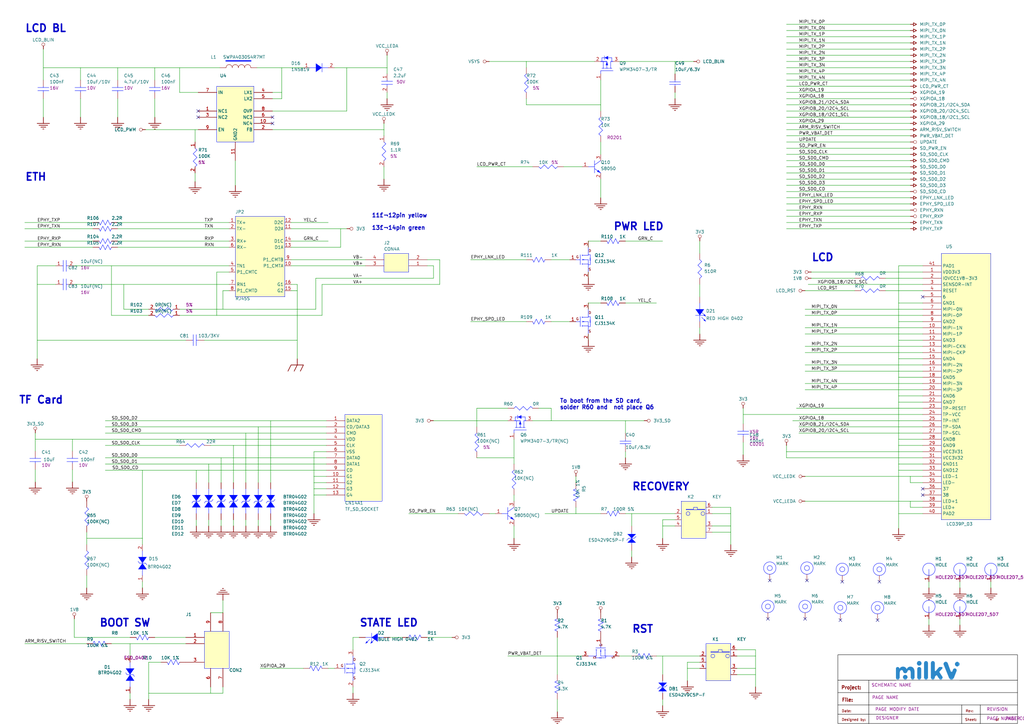
<source format=kicad_sch>
(kicad_sch (version 20250114) (generator "eeschema") (generator_version "9.0")
  (paper "User" 419.989 297.002)
  (title_block (rev "1.1"))
  (lib_symbols
    (symbol "Extra-altium-import:1V8_CIRCLE" (power)
      (property "Value" "1V8" (at 0 -3.81 0))
      (symbol "1V8_CIRCLE_0_0"
        (pin power_in line (at 0 0 0) (length 0) (hide yes) (name "1V8") (number ""))
      )
    )
    (symbol "Extra-altium-import:3V3_CIRCLE" (power)
      (property "Value" "3V3" (at 0 -3.81 0))
      (symbol "3V3_CIRCLE_0_0"
        (pin power_in line (at 0 0 0) (length 0) (hide yes) (name "3V3") (number ""))
      )
    )
    (symbol "Extra-altium-import:3V3_SD_CIRCLE" (power)
      (property "Value" "3V3_SD" (at 0 -3.81 0))
      (symbol "3V3_SD_CIRCLE_0_0"
        (pin power_in line (at 0 0 0) (length 0) (hide yes) (name "3V3_SD") (number ""))
      )
    )
    (symbol "Extra-altium-import:ARM_RISV_SWITCH_ARROW" (power)
      (property "Value" "ARM_RISV_SWITCH" (at 0 -3.81 0))
      (symbol "ARM_RISV_SWITCH_ARROW_0_0"
        (pin power_in line (at 0 0 0) (length 0) (hide yes) (name "ARM_RISV_SWITCH") (number ""))
      )
    )
    (symbol "Extra-altium-import:EPHY_LNK_LED_ARROW" (power)
      (property "Value" "EPHY_LNK_LED" (at 0 -3.81 0))
      (symbol "EPHY_LNK_LED_ARROW_0_0"
        (pin power_in line (at 0 0 0) (length 0) (hide yes) (name "EPHY_LNK_LED") (number ""))
      )
    )
    (symbol "Extra-altium-import:EPHY_RXN_CIRCLE" (power)
      (property "Value" "EPHY_RXN" (at 0 -3.81 0))
      (symbol "EPHY_RXN_CIRCLE_0_0"
        (pin power_in line (at 0 0 0) (length 0) (hide yes) (name "EPHY_RXN") (number ""))
      )
    )
    (symbol "Extra-altium-import:EPHY_RXP_CIRCLE" (power)
      (property "Value" "EPHY_RXP" (at 0 -3.81 0))
      (symbol "EPHY_RXP_CIRCLE_0_0"
        (pin power_in line (at 0 0 0) (length 0) (hide yes) (name "EPHY_RXP") (number ""))
      )
    )
    (symbol "Extra-altium-import:EPHY_SPD_LED_ARROW" (power)
      (property "Value" "EPHY_SPD_LED" (at 0 -3.81 0))
      (symbol "EPHY_SPD_LED_ARROW_0_0"
        (pin power_in line (at 0 0 0) (length 0) (hide yes) (name "EPHY_SPD_LED") (number ""))
      )
    )
    (symbol "Extra-altium-import:EPHY_TXN_ARROW" (power)
      (property "Value" "EPHY_TXN" (at 0 -3.81 0))
      (symbol "EPHY_TXN_ARROW_0_0"
        (pin power_in line (at 0 0 0) (length 0) (hide yes) (name "EPHY_TXN") (number ""))
      )
    )
    (symbol "Extra-altium-import:EPHY_TXP_ARROW" (power)
      (property "Value" "EPHY_TXP" (at 0 -3.81 0))
      (symbol "EPHY_TXP_ARROW_0_0"
        (pin power_in line (at 0 0 0) (length 0) (hide yes) (name "EPHY_TXP") (number ""))
      )
    )
    (symbol "Extra-altium-import:GND_EARTH_EARTH" (power)
      (property "Value" "GND_EARTH" (at 0 -6.35 0))
      (symbol "GND_EARTH_EARTH_0_0"
        (pin power_in line (at 0 0 0) (length 0) (hide yes) (name "GND_EARTH") (number ""))
      )
    )
    (symbol "Extra-altium-import:GND_POWER_GROUND" (power)
      (property "Value" "GND" (at 0 -6.35 0))
      (symbol "GND_POWER_GROUND_0_0"
        (pin power_in line (at 0 0 0) (length 0) (hide yes) (name "GND") (number ""))
      )
    )
    (symbol "Extra-altium-import:LCD_BLIN_CIRCLE" (power)
      (property "Value" "LCD_BLIN" (at 0 -3.81 0))
      (symbol "LCD_BLIN_CIRCLE_0_0"
        (pin power_in line (at 0 0 0) (length 0) (hide yes) (name "LCD_BLIN") (number ""))
      )
    )
    (symbol "Extra-altium-import:LCD_PWM_CIRCLE" (power)
      (property "Value" "LCD_PWM" (at 0 -3.81 0))
      (symbol "LCD_PWM_CIRCLE_0_0"
        (pin power_in line (at 0 0 0) (length 0) (hide yes) (name "LCD_PWM") (number ""))
      )
    )
    (symbol "Extra-altium-import:LCD_PWR_CT_ARROW" (power)
      (property "Value" "LCD_PWR_CT" (at 0 -3.81 0))
      (symbol "LCD_PWR_CT_ARROW_0_0"
        (pin power_in line (at 0 0 0) (length 0) (hide yes) (name "LCD_PWR_CT") (number ""))
      )
    )
    (symbol "Extra-altium-import:LCD_RST_CIRCLE" (power)
      (property "Value" "LCD_RST" (at 0 -3.81 0))
      (symbol "LCD_RST_CIRCLE_0_0"
        (pin power_in line (at 0 0 0) (length 0) (hide yes) (name "LCD_RST") (number ""))
      )
    )
    (symbol "Extra-altium-import:MIPI_TX_0N_ARROW" (power)
      (property "Value" "MIPI_TX_0N" (at 0 -3.81 0))
      (symbol "MIPI_TX_0N_ARROW_0_0"
        (pin power_in line (at 0 0 0) (length 0) (hide yes) (name "MIPI_TX_0N") (number ""))
      )
    )
    (symbol "Extra-altium-import:MIPI_TX_0P_ARROW" (power)
      (property "Value" "MIPI_TX_0P" (at 0 -3.81 0))
      (symbol "MIPI_TX_0P_ARROW_0_0"
        (pin power_in line (at 0 0 0) (length 0) (hide yes) (name "MIPI_TX_0P") (number ""))
      )
    )
    (symbol "Extra-altium-import:MIPI_TX_1N_ARROW" (power)
      (property "Value" "MIPI_TX_1N" (at 0 -3.81 0))
      (symbol "MIPI_TX_1N_ARROW_0_0"
        (pin power_in line (at 0 0 0) (length 0) (hide yes) (name "MIPI_TX_1N") (number ""))
      )
    )
    (symbol "Extra-altium-import:MIPI_TX_1P_ARROW" (power)
      (property "Value" "MIPI_TX_1P" (at 0 -3.81 0))
      (symbol "MIPI_TX_1P_ARROW_0_0"
        (pin power_in line (at 0 0 0) (length 0) (hide yes) (name "MIPI_TX_1P") (number ""))
      )
    )
    (symbol "Extra-altium-import:MIPI_TX_2N_ARROW" (power)
      (property "Value" "MIPI_TX_2N" (at 0 -3.81 0))
      (symbol "MIPI_TX_2N_ARROW_0_0"
        (pin power_in line (at 0 0 0) (length 0) (hide yes) (name "MIPI_TX_2N") (number ""))
      )
    )
    (symbol "Extra-altium-import:MIPI_TX_2P_ARROW" (power)
      (property "Value" "MIPI_TX_2P" (at 0 -3.81 0))
      (symbol "MIPI_TX_2P_ARROW_0_0"
        (pin power_in line (at 0 0 0) (length 0) (hide yes) (name "MIPI_TX_2P") (number ""))
      )
    )
    (symbol "Extra-altium-import:MIPI_TX_3N_ARROW" (power)
      (property "Value" "MIPI_TX_3N" (at 0 -3.81 0))
      (symbol "MIPI_TX_3N_ARROW_0_0"
        (pin power_in line (at 0 0 0) (length 0) (hide yes) (name "MIPI_TX_3N") (number ""))
      )
    )
    (symbol "Extra-altium-import:MIPI_TX_3P_ARROW" (power)
      (property "Value" "MIPI_TX_3P" (at 0 -3.81 0))
      (symbol "MIPI_TX_3P_ARROW_0_0"
        (pin power_in line (at 0 0 0) (length 0) (hide yes) (name "MIPI_TX_3P") (number ""))
      )
    )
    (symbol "Extra-altium-import:MIPI_TX_4N_ARROW" (power)
      (property "Value" "MIPI_TX_4N" (at 0 -3.81 0))
      (symbol "MIPI_TX_4N_ARROW_0_0"
        (pin power_in line (at 0 0 0) (length 0) (hide yes) (name "MIPI_TX_4N") (number ""))
      )
    )
    (symbol "Extra-altium-import:MIPI_TX_4P_ARROW" (power)
      (property "Value" "MIPI_TX_4P" (at 0 -3.81 0))
      (symbol "MIPI_TX_4P_ARROW_0_0"
        (pin power_in line (at 0 0 0) (length 0) (hide yes) (name "MIPI_TX_4P") (number ""))
      )
    )
    (symbol "Extra-altium-import:PWR_VBAT_DET_ARROW" (power)
      (property "Value" "PWR_VBAT_DET" (at 0 -3.81 0))
      (symbol "PWR_VBAT_DET_ARROW_0_0"
        (pin power_in line (at 0 0 0) (length 0) (hide yes) (name "PWR_VBAT_DET") (number ""))
      )
    )
    (symbol "Extra-altium-import:SD_PWR_EN_ARROW" (power)
      (property "Value" "SD_PWR_EN" (at 0 -3.81 0))
      (symbol "SD_PWR_EN_ARROW_0_0"
        (pin power_in line (at 0 0 0) (length 0) (hide yes) (name "SD_PWR_EN") (number ""))
      )
    )
    (symbol "Extra-altium-import:SD_SD0_CD_CIRCLE" (power)
      (property "Value" "SD_SD0_CD" (at 0 -3.81 0))
      (symbol "SD_SD0_CD_CIRCLE_0_0"
        (pin power_in line (at 0 0 0) (length 0) (hide yes) (name "SD_SD0_CD") (number ""))
      )
    )
    (symbol "Extra-altium-import:SD_SD0_CLK_ARROW" (power)
      (property "Value" "SD_SD0_CLK" (at 0 -3.81 0))
      (symbol "SD_SD0_CLK_ARROW_0_0"
        (pin power_in line (at 0 0 0) (length 0) (hide yes) (name "SD_SD0_CLK") (number ""))
      )
    )
    (symbol "Extra-altium-import:SD_SD0_CMD_ARROW" (power)
      (property "Value" "SD_SD0_CMD" (at 0 -3.81 0))
      (symbol "SD_SD0_CMD_ARROW_0_0"
        (pin power_in line (at 0 0 0) (length 0) (hide yes) (name "SD_SD0_CMD") (number ""))
      )
    )
    (symbol "Extra-altium-import:SD_SD0_D0_ARROW" (power)
      (property "Value" "SD_SD0_D0" (at 0 -3.81 0))
      (symbol "SD_SD0_D0_ARROW_0_0"
        (pin power_in line (at 0 0 0) (length 0) (hide yes) (name "SD_SD0_D0") (number ""))
      )
    )
    (symbol "Extra-altium-import:SD_SD0_D1_ARROW" (power)
      (property "Value" "SD_SD0_D1" (at 0 -3.81 0))
      (symbol "SD_SD0_D1_ARROW_0_0"
        (pin power_in line (at 0 0 0) (length 0) (hide yes) (name "SD_SD0_D1") (number ""))
      )
    )
    (symbol "Extra-altium-import:SD_SD0_D2_ARROW" (power)
      (property "Value" "SD_SD0_D2" (at 0 -3.81 0))
      (symbol "SD_SD0_D2_ARROW_0_0"
        (pin power_in line (at 0 0 0) (length 0) (hide yes) (name "SD_SD0_D2") (number ""))
      )
    )
    (symbol "Extra-altium-import:SD_SD0_D3_ARROW" (power)
      (property "Value" "SD_SD0_D3" (at 0 -3.81 0))
      (symbol "SD_SD0_D3_ARROW_0_0"
        (pin power_in line (at 0 0 0) (length 0) (hide yes) (name "SD_SD0_D3") (number ""))
      )
    )
    (symbol "Extra-altium-import:UPDATE_CIRCLE" (power)
      (property "Value" "UPDATE" (at 0 -3.81 0))
      (symbol "UPDATE_CIRCLE_0_0"
        (pin power_in line (at 0 0 0) (length 0) (hide yes) (name "UPDATE") (number ""))
      )
    )
    (symbol "Extra-altium-import:VCC_LEDA_CIRCLE" (power)
      (property "Value" "VCC_LEDA" (at 0 -3.81 0))
      (symbol "VCC_LEDA_CIRCLE_0_0"
        (pin power_in line (at 0 0 0) (length 0) (hide yes) (name "VCC_LEDA") (number ""))
      )
    )
    (symbol "Extra-altium-import:VCC_LEDK_CIRCLE" (power)
      (property "Value" "VCC_LEDK" (at 0 -3.81 0))
      (symbol "VCC_LEDK_CIRCLE_0_0"
        (pin power_in line (at 0 0 0) (length 0) (hide yes) (name "VCC_LEDK") (number ""))
      )
    )
    (symbol "Extra-altium-import:VSYS_CIRCLE" (power)
      (property "Value" "VSYS" (at 0 -3.81 0))
      (symbol "VSYS_CIRCLE_0_0"
        (pin power_in line (at 0 0 0) (length 0) (hide yes) (name "VSYS") (number ""))
      )
    )
    (symbol "Extra-altium-import:XGPIOA_18_CIRCLE" (power)
      (property "Value" "XGPIOA_18" (at 0 -3.81 0))
      (symbol "XGPIOA_18_CIRCLE_0_0"
        (pin power_in line (at 0 0 0) (length 0) (hide yes) (name "XGPIOA_18") (number ""))
      )
    )
    (symbol "Extra-altium-import:XGPIOA_19_ARROW" (power)
      (property "Value" "XGPIOA_19" (at 0 -3.81 0))
      (symbol "XGPIOA_19_ARROW_0_0"
        (pin power_in line (at 0 0 0) (length 0) (hide yes) (name "XGPIOA_19") (number ""))
      )
    )
    (symbol "Extra-altium-import:XGPIOA_29_ARROW" (power)
      (property "Value" "XGPIOA_29" (at 0 -3.81 0))
      (symbol "XGPIOA_29_ARROW_0_0"
        (pin power_in line (at 0 0 0) (length 0) (hide yes) (name "XGPIOA_29") (number ""))
      )
    )
    (symbol "Extra-altium-import:XGPIOB_18/I2C1_SCL_ARROW" (power)
      (property "Value" "XGPIOB_18/I2C1_SCL" (at 0 -3.81 0))
      (symbol "XGPIOB_18/I2C1_SCL_ARROW_0_0"
        (pin power_in line (at 0 0 0) (length 0) (hide yes) (name "XGPIOB_18/I2C1_SCL") (number ""))
      )
    )
    (symbol "Extra-altium-import:XGPIOB_20/I2C4_SCL_ARROW" (power)
      (property "Value" "XGPIOB_20/I2C4_SCL" (at 0 -3.81 0))
      (symbol "XGPIOB_20/I2C4_SCL_ARROW_0_0"
        (pin power_in line (at 0 0 0) (length 0) (hide yes) (name "XGPIOB_20/I2C4_SCL") (number ""))
      )
    )
    (symbol "Extra-altium-import:XGPIOB_21/I2C4_SDA_ARROW" (power)
      (property "Value" "XGPIOB_21/I2C4_SDA" (at 0 -3.81 0))
      (symbol "XGPIOB_21/I2C4_SDA_ARROW_0_0"
        (pin power_in line (at 0 0 0) (length 0) (hide yes) (name "XGPIOB_21/I2C4_SDA") (number ""))
      )
    )
    (symbol "Extra-altium-import:root_0_CAP NP_*" (pin_names (hide yes))
      (symbol "root_0_CAP NP_*_1_0"
        (pin passive line (at 2.54 2.54 270) (length 2.54) (name "1") (number "1"))
        (pin passive line (at 2.54 -5.08 90) (length 2.54) (name "2") (number "2"))
      )
    )
    (symbol "Extra-altium-import:root_0_CAP NP_0_*" (pin_numbers (hide yes)) (pin_names (hide yes))
      (symbol "root_0_CAP NP_0_*_1_0"
        (pin passive line (at 2.54 2.54 270) (length 2.54) (name "1") (number "1"))
        (pin passive line (at 2.54 -5.08 90) (length 2.54) (name "2") (number "2"))
      )
    )
    (symbol "Extra-altium-import:root_0_CAP_NP_*" (pin_numbers (hide yes)) (pin_names (hide yes))
      (symbol "root_0_CAP_NP_*_1_0"
        (pin passive line (at 2.54 2.54 270) (length 2.54) (name "1") (number "1"))
        (pin passive line (at 2.54 -5.08 90) (length 2.54) (name "2") (number "2"))
      )
    )
    (symbol "Extra-altium-import:root_0_CON2_2_*" (pin_names (hide yes))
      (symbol "root_0_CON2_2_*_1_0"
        (pin passive line (at -7.62 -2.54 0) (length 7.62) (name "1") (number "1"))
        (pin passive line (at -7.62 -5.08 0) (length 7.62) (name "2") (number "2"))
        (pin passive line (at -7.62 -12.7 0) (length 7.62) (name "3") (number "3"))
        (pin passive line (at 2.54 7.62 270) (length 7.62) (name "9") (number "9"))
        (pin passive line (at 2.54 -22.86 90) (length 7.62) (name "6") (number "6"))
        (pin passive line (at 7.62 7.62 270) (length 7.62) (name "8") (number "8"))
        (pin passive line (at 7.62 -22.86 90) (length 7.62) (name "7") (number "7"))
      )
    )
    (symbol "Extra-altium-import:root_0_CON4A_0_*" (pin_names (hide yes))
      (symbol "root_0_CON4A_0_*_1_0"
        (pin passive line (at -7.62 -2.54 0) (length 7.62) (name "4") (number "4"))
        (pin passive line (at -7.62 -5.08 0) (length 7.62) (name "3") (number "3"))
        (pin passive line (at 17.78 -2.54 180) (length 7.62) (name "2") (number "2"))
        (pin passive line (at 17.78 -5.08 180) (length 7.62) (name "1") (number "1"))
      )
    )
    (symbol "Extra-altium-import:root_0_DCDC_SY7203_*"
      (symbol "root_0_DCDC_SY7203_*_1_0"
        (pin passive line (at -7.62 -2.54 0) (length 7.62) (name "IN") (number "7"))
        (pin passive line (at -7.62 -10.16 0) (length 7.62) (name "NC1") (number "1"))
        (pin passive line (at -7.62 -12.7 0) (length 7.62) (name "NC2") (number "3"))
        (pin passive line (at -7.62 -17.78 0) (length 7.62) (name "EN") (number "9"))
        (pin passive line (at 7.62 -30.48 90) (length 7.62) (name "GND2") (number "11"))
        (pin passive line (at 22.86 -2.54 180) (length 7.62) (name "LX1") (number "4"))
        (pin passive line (at 22.86 -5.08 180) (length 7.62) (name "LX2") (number "5"))
        (pin passive line (at 22.86 -10.16 180) (length 7.62) (name "OVP") (number "8"))
        (pin passive line (at 22.86 -12.7 180) (length 7.62) (name "NC3") (number "6"))
        (pin passive line (at 22.86 -15.24 180) (length 7.62) (name "NC4") (number "10"))
        (pin passive line (at 22.86 -17.78 180) (length 7.62) (name "FB") (number "2"))
      )
    )
    (symbol "Extra-altium-import:root_0_ESD GUARD_2_*" (pin_numbers (hide yes)) (pin_names (hide yes))
      (symbol "root_0_ESD GUARD_2_*_1_0"
        (pin passive line (at 2.54 2.54 270) (length 2.54) (name "1") (number "1"))
        (pin passive line (at 2.54 -7.62 90) (length 2.54) (name "2") (number "2"))
      )
    )
    (symbol "Extra-altium-import:root_0_LCD39P_0_*"
      (symbol "root_0_LCD39P_0_*_1_0"
        (pin passive line (at -7.62 -5.08 0) (length 7.62) (name "PAD1") (number "41"))
        (pin passive line (at -7.62 -7.62 0) (length 7.62) (name "VDD3V3") (number "1"))
        (pin passive line (at -7.62 -10.16 0) (length 7.62) (name "IOVCC1V8-3V3") (number "2"))
        (pin passive line (at -7.62 -12.7 0) (length 7.62) (name "SENSOR-INT") (number "3"))
        (pin passive line (at -7.62 -15.24 0) (length 7.62) (name "RESET") (number "4"))
        (pin passive line (at -7.62 -17.78 0) (length 7.62) (name "6") (number "5"))
        (pin passive line (at -7.62 -20.32 0) (length 7.62) (name "GND1") (number "6"))
        (pin passive line (at -7.62 -22.86 0) (length 7.62) (name "MIPI-0N") (number "7"))
        (pin passive line (at -7.62 -25.4 0) (length 7.62) (name "MIPI-0P") (number "8"))
        (pin passive line (at -7.62 -27.94 0) (length 7.62) (name "GND2") (number "9"))
        (pin passive line (at -7.62 -30.48 0) (length 7.62) (name "MIPI-1N") (number "10"))
        (pin passive line (at -7.62 -33.02 0) (length 7.62) (name "MIPI-1P") (number "11"))
        (pin passive line (at -7.62 -35.56 0) (length 7.62) (name "GND3") (number "12"))
        (pin passive line (at -7.62 -38.1 0) (length 7.62) (name "MIPI-CKN") (number "13"))
        (pin passive line (at -7.62 -40.64 0) (length 7.62) (name "MIPI-CKP") (number "14"))
        (pin passive line (at -7.62 -43.18 0) (length 7.62) (name "GND4") (number "15"))
        (pin passive line (at -7.62 -45.72 0) (length 7.62) (name "MIPI-2N") (number "16"))
        (pin passive line (at -7.62 -48.26 0) (length 7.62) (name "MIPI-2P") (number "17"))
        (pin passive line (at -7.62 -50.8 0) (length 7.62) (name "GND5") (number "18"))
        (pin passive line (at -7.62 -53.34 0) (length 7.62) (name "MIPI-3N") (number "19"))
        (pin passive line (at -7.62 -55.88 0) (length 7.62) (name "MIPI-3P") (number "20"))
        (pin passive line (at -7.62 -58.42 0) (length 7.62) (name "GND6") (number "21"))
        (pin passive line (at -7.62 -60.96 0) (length 7.62) (name "GND7") (number "22"))
        (pin passive line (at -7.62 -63.5 0) (length 7.62) (name "TP-RESET") (number "23"))
        (pin passive line (at -7.62 -66.04 0) (length 7.62) (name "TP-VCC") (number "24"))
        (pin passive line (at -7.62 -68.58 0) (length 7.62) (name "TP-INT") (number "25"))
        (pin passive line (at -7.62 -71.12 0) (length 7.62) (name "TP-SDA") (number "26"))
        (pin passive line (at -7.62 -73.66 0) (length 7.62) (name "TP-SCL") (number "27"))
        (pin passive line (at -7.62 -76.2 0) (length 7.62) (name "GND8") (number "28"))
        (pin passive line (at -7.62 -78.74 0) (length 7.62) (name "GND9") (number "29"))
        (pin passive line (at -7.62 -81.28 0) (length 7.62) (name "VCC3V31") (number "30"))
        (pin passive line (at -7.62 -83.82 0) (length 7.62) (name "VCC3V32") (number "31"))
        (pin passive line (at -7.62 -86.36 0) (length 7.62) (name "GND11") (number "32"))
        (pin passive line (at -7.62 -88.9 0) (length 7.62) (name "GND12") (number "33"))
        (pin passive line (at -7.62 -91.44 0) (length 7.62) (name "LED-1") (number "34"))
        (pin passive line (at -7.62 -93.98 0) (length 7.62) (name "LED-") (number "35"))
        (pin passive line (at -7.62 -96.52 0) (length 7.62) (name "37") (number "36"))
        (pin passive line (at -7.62 -99.06 0) (length 7.62) (name "38") (number "37"))
        (pin passive line (at -7.62 -101.6 0) (length 7.62) (name "LED+1") (number "38"))
        (pin passive line (at -7.62 -104.14 0) (length 7.62) (name "LED+") (number "39"))
        (pin passive line (at -7.62 -106.68 0) (length 7.62) (name "PAD2") (number "40"))
      )
    )
    (symbol "Extra-altium-import:root_0_MARK_*" (pin_numbers (hide yes)) (pin_names (hide yes))
      (symbol "root_0_MARK_*_1_0"
        (pin passive line (at 2.54 -7.62 90) (length 2.54) (name "1") (number "1"))
      )
    )
    (symbol "Extra-altium-import:root_0_MILK-V_*" (pin_numbers (hide yes)) (pin_names (hide yes))
      (symbol "root_0_MILK-V_*_1_0"
        (text "Project:" (at 1.27 -14.224 0) (effects (font (size 1.397 1.397) (thickness 0.2794) (bold yes)) (justify left bottom)))
        (text "File:" (at 1.524 -19.304 0) (effects (font (size 1.397 1.397) (thickness 0.2794) (bold yes)) (justify left bottom)))
        (text "Date:" (at 1.524 -23.622 0) (effects (font (size 1.016 1.016)) (justify left bottom)))
        (text "Designed by:" (at 1.524 -27.178 0) (effects (font (size 1.016 1.016)) (justify left bottom)))
        (text "Sheet:" (at 52.07 -27.178 0) (effects (font (size 1.016 1.016)) (justify left bottom)))
        (text "Rev:" (at 52.324 -23.622 0) (effects (font (size 1.016 1.016)) (justify left bottom)))
        (text "of" (at 64.516 -27.178 0) (effects (font (size 1.016 1.016)) (justify left bottom)))
      )
    )
    (symbol "Extra-altium-import:root_0_MOSFET_NPN_*" (pin_names (hide yes))
      (symbol "root_0_MOSFET_NPN_*_1_0"
        (text "G" (at 0 -4.572 0) (effects (font (size 1.016 1.016)) (justify left bottom)))
        (text "D" (at 5.08 -2.032 0) (effects (font (size 1.016 1.016)) (justify left bottom)))
        (text "S" (at 5.08 -9.652 0) (effects (font (size 1.016 1.016)) (justify left bottom)))
        (pin input line (at -2.54 -5.08 0) (length 2.54) (name "G") (number "1"))
        (pin passive line (at 5.08 2.54 270) (length 2.54) (name "D") (number "3"))
        (pin passive line (at 5.08 -12.7 90) (length 2.54) (name "S") (number "2"))
      )
    )
    (symbol "Extra-altium-import:root_0_NPN_*" (pin_names (hide yes))
      (symbol "root_0_NPN_*_1_0"
        (pin passive line (at -2.54 -2.54 0) (length 2.54) (name "BASE") (number "1"))
        (pin passive line (at 5.08 2.54 270) (length 2.54) (name "COLLECTOR") (number "3"))
        (pin passive line (at 5.08 -7.62 90) (length 2.54) (name "EMITTER") (number "2"))
      )
    )
    (symbol "Extra-altium-import:root_0_RESISTOR_*" (pin_names (hide yes))
      (symbol "root_0_RESISTOR_*_1_0"
        (pin passive line (at 2.54 2.54 270) (length 2.54) (name "1") (number "1"))
        (pin passive line (at 2.54 -10.16 90) (length 2.54) (name "2") (number "2"))
      )
    )
    (symbol "Extra-altium-import:root_0_RESISTOR_0_*" (pin_numbers (hide yes)) (pin_names (hide yes))
      (symbol "root_0_RESISTOR_0_*_1_0"
        (pin passive line (at 2.54 2.54 270) (length 2.54) (name "1") (number "1"))
        (pin passive line (at 2.54 -10.16 90) (length 2.54) (name "2") (number "2"))
      )
    )
    (symbol "Extra-altium-import:root_0_RESISTOR_1_*" (pin_numbers (hide yes)) (pin_names (hide yes))
      (symbol "root_0_RESISTOR_1_*_1_0"
        (pin passive line (at 2.54 2.54 270) (length 2.54) (name "1") (number "1"))
        (pin passive line (at 2.54 -10.16 90) (length 2.54) (name "2") (number "2"))
      )
    )
    (symbol "Extra-altium-import:root_0_RJ45_CON8_3_*"
      (symbol "root_0_RJ45_CON8_3_*_1_0"
        (pin input line (at -2.54 -2.54 0) (length 2.54) (name "TX+") (number "1"))
        (pin input line (at -2.54 -5.08 0) (length 2.54) (name "TX-") (number "2"))
        (pin input line (at -2.54 -10.16 0) (length 2.54) (name "RX+") (number "3"))
        (pin input line (at -2.54 -12.7 0) (length 2.54) (name "RX-") (number "6"))
        (pin tri_state line (at -2.54 -20.32 0) (length 2.54) (name "TN1") (number "4"))
        (pin tri_state line (at -2.54 -22.86 0) (length 2.54) (name "P1_CMTC") (number "5"))
        (pin tri_state line (at -2.54 -27.94 0) (length 2.54) (name "RN1") (number "7"))
        (pin tri_state line (at -2.54 -30.48 0) (length 2.54) (name "P1_CMTD") (number "8"))
        (pin passive line (at 22.86 -2.54 180) (length 2.54) (name "D2C") (number "12"))
        (pin passive line (at 22.86 -5.08 180) (length 2.54) (name "D2A") (number "11"))
        (pin passive line (at 22.86 -10.16 180) (length 2.54) (name "D1C") (number "14"))
        (pin passive line (at 22.86 -12.7 180) (length 2.54) (name "D1A") (number "13"))
        (pin passive line (at 22.86 -17.78 180) (length 2.54) (name "P1_CMTB") (number "9"))
        (pin passive line (at 22.86 -20.32 180) (length 2.54) (name "P1_CMTA") (number "10"))
        (pin passive line (at 22.86 -27.94 180) (length 2.54) (name "G1") (number "16"))
        (pin passive line (at 22.86 -30.48 180) (length 2.54) (name "G2") (number "15"))
      )
    )
    (symbol "Extra-altium-import:root_0_R_*" (pin_numbers (hide yes)) (pin_names (hide yes))
      (symbol "root_0_R_*_1_0"
        (pin passive line (at -2.54 -2.54 0) (length 2.54) (name "1") (number "1"))
        (pin passive line (at 7.62 -2.54 180) (length 2.54) (name "2") (number "2"))
      )
    )
    (symbol "Extra-altium-import:root_0_SD_SOCKET_0_*"
      (symbol "root_0_SD_SOCKET_0_*_1_0"
        (pin passive line (at -7.62 -2.54 0) (length 7.62) (name "DATA2") (number "1"))
        (pin passive line (at -7.62 -5.08 0) (length 7.62) (name "CD/DATA3") (number "2"))
        (pin passive line (at -7.62 -7.62 0) (length 7.62) (name "CMD") (number "3"))
        (pin passive line (at -7.62 -10.16 0) (length 7.62) (name "VDD") (number "4"))
        (pin passive line (at -7.62 -12.7 0) (length 7.62) (name "CLK") (number "5"))
        (pin passive line (at -7.62 -15.24 0) (length 7.62) (name "VSS") (number "6"))
        (pin passive line (at -7.62 -17.78 0) (length 7.62) (name "DATA0") (number "7"))
        (pin passive line (at -7.62 -20.32 0) (length 7.62) (name "DATA1") (number "8"))
        (pin passive line (at -7.62 -22.86 0) (length 7.62) (name "CD") (number "9"))
        (pin passive line (at -7.62 -25.4 0) (length 7.62) (name "G1") (number "10"))
        (pin passive line (at -7.62 -27.94 0) (length 7.62) (name "G2") (number "11"))
        (pin passive line (at -7.62 -30.48 0) (length 7.62) (name "G3") (number "12"))
        (pin passive line (at -7.62 -33.02 0) (length 7.62) (name "G4") (number "13"))
      )
    )
    (symbol "Extra-altium-import:root_0_mirrored_BUTTON IT-1202_0_*" (pin_names (hide yes))
      (symbol "root_0_mirrored_BUTTON IT-1202_0_*_1_0"
        (pin passive line (at -12.7 -5.08 0) (length 2.54) (name "2") (number "2"))
        (pin passive line (at -12.7 -7.62 0) (length 2.54) (name "5") (number "5"))
        (pin passive line (at -12.7 -10.16 0) (length 2.54) (name "4") (number "4"))
        (pin passive line (at 2.54 -2.54 180) (length 2.54) (name "6") (number "6"))
        (pin passive line (at 2.54 -5.08 180) (length 2.54) (name "1") (number "1"))
        (pin passive line (at 2.54 -10.16 180) (length 2.54) (name "3") (number "3"))
        (pin passive line (at 2.54 -12.7 180) (length 2.54) (name "7") (number "7"))
      )
    )
    (symbol "Extra-altium-import:root_0_mirrored_CAP NP_0_*" (pin_numbers (hide yes)) (pin_names (hide yes))
      (symbol "root_0_mirrored_CAP NP_0_*_1_0"
        (pin passive line (at -2.54 2.54 270) (length 2.54) (name "1") (number "1"))
        (pin passive line (at -2.54 -5.08 90) (length 2.54) (name "2") (number "2"))
      )
    )
    (symbol "Extra-altium-import:root_0_mirrored_HOLE_*" (pin_names (hide yes))
      (symbol "root_0_mirrored_HOLE_*_1_0"
        (pin passive line (at -2.54 -7.62 90) (length 2.54) (name "1") (number "1"))
      )
    )
    (symbol "Extra-altium-import:root_0_mirrored_RESISTOR_1_*" (pin_numbers (hide yes)) (pin_names (hide yes))
      (symbol "root_0_mirrored_RESISTOR_1_*_1_0"
        (pin passive line (at -2.54 2.54 270) (length 2.54) (name "1") (number "1"))
        (pin passive line (at -2.54 -10.16 90) (length 2.54) (name "2") (number "2"))
      )
    )
    (symbol "Extra-altium-import:root_1_CAP NP_2_*" (pin_numbers (hide yes)) (pin_names (hide yes))
      (symbol "root_1_CAP NP_2_*_1_0"
        (pin passive line (at -2.54 2.54 0) (length 2.54) (name "1") (number "1"))
        (pin passive line (at 5.08 2.54 180) (length 2.54) (name "2") (number "2"))
      )
    )
    (symbol "Extra-altium-import:root_1_INDUCTORS OF FERRITE_*" (pin_numbers (hide yes)) (pin_names (hide yes))
      (symbol "root_1_INDUCTORS OF FERRITE_*_1_0"
        (pin passive line (at -2.54 0 0) (length 2.54) (name "1") (number "1"))
        (pin passive line (at 12.7 0 180) (length 2.54) (name "2") (number "2"))
      )
    )
    (symbol "Extra-altium-import:root_1_RESISTOR_0_*" (pin_numbers (hide yes)) (pin_names (hide yes))
      (symbol "root_1_RESISTOR_0_*_1_0"
        (pin passive line (at -2.54 2.54 0) (length 2.54) (name "1") (number "1"))
        (pin passive line (at 10.16 2.54 180) (length 2.54) (name "2") (number "2"))
      )
    )
    (symbol "Extra-altium-import:root_1_RESISTOR_1_*" (pin_numbers (hide yes)) (pin_names (hide yes))
      (symbol "root_1_RESISTOR_1_*_1_0"
        (pin passive line (at -2.54 2.54 0) (length 2.54) (name "1") (number "1"))
        (pin passive line (at 10.16 2.54 180) (length 2.54) (name "2") (number "2"))
      )
    )
    (symbol "Extra-altium-import:root_1_R_*" (pin_numbers (hide yes)) (pin_names (hide yes))
      (symbol "root_1_R_*_1_0"
        (pin passive line (at 2.54 7.62 270) (length 2.54) (name "2") (number "2"))
        (pin passive line (at 2.54 -2.54 90) (length 2.54) (name "1") (number "1"))
      )
    )
    (symbol "Extra-altium-import:root_1_mirrored_DIODE BI_DIR TRIG_*" (pin_names (hide yes))
      (symbol "root_1_mirrored_DIODE BI_DIR TRIG_*_1_0"
        (pin passive line (at -2.54 12.7 270) (length 2.54) (name "2") (number "2"))
        (pin passive line (at -2.54 -2.54 90) (length 2.54) (name "1") (number "1"))
      )
    )
    (symbol "Extra-altium-import:root_1_mirrored_MOSFET P_*" (pin_names (hide yes))
      (symbol "root_1_mirrored_MOSFET P_*_1_0"
        (pin passive line (at -7.62 5.08 0) (length 2.54) (name "SOURCE") (number "2"))
        (pin passive line (at -5.08 -2.54 90) (length 2.54) (name "GATE") (number "1"))
        (pin passive line (at 2.54 5.08 180) (length 2.54) (name "DRAIN") (number "3"))
      )
    )
    (symbol "Extra-altium-import:root_2_DIODE_LED_1_*" (pin_numbers (hide yes)) (pin_names (hide yes))
      (symbol "root_2_DIODE_LED_1_*_1_0"
        (pin passive line (at -10.16 2.54 0) (length 2.54) (name "CATHODE") (number "2"))
        (pin passive line (at 2.54 2.54 180) (length 2.54) (name "ANODE") (number "1"))
      )
    )
    (symbol "Extra-altium-import:root_2_R_*" (pin_numbers (hide yes)) (pin_names (hide yes))
      (symbol "root_2_R_*_1_0"
        (pin passive line (at -7.62 2.54 0) (length 2.54) (name "2") (number "2"))
        (pin passive line (at 2.54 2.54 180) (length 2.54) (name "1") (number "1"))
      )
    )
    (symbol "Extra-altium-import:root_2_mirrored_DIODE_*" (pin_names (hide yes))
      (symbol "root_2_mirrored_DIODE_*_1_0"
        (pin passive line (at -2.54 2.54 0) (length 2.54) (name "A") (number "1"))
        (pin passive line (at 10.16 2.54 180) (length 2.54) (name "K") (number "2"))
      )
    )
    (symbol "Extra-altium-import:root_3_DIODE BI-DIR TRIG_*" (pin_numbers (hide yes)) (pin_names (hide yes))
      (symbol "root_3_DIODE BI-DIR TRIG_*_1_0"
        (pin passive line (at -2.54 2.54 270) (length 2.54) (name "1") (number "1"))
        (pin passive line (at -2.54 -12.7 90) (length 2.54) (name "2") (number "2"))
      )
    )
    (symbol "Extra-altium-import:root_3_DIODE_LED_1_*" (pin_numbers (hide yes)) (pin_names (hide yes))
      (symbol "root_3_DIODE_LED_1_*_1_0"
        (pin passive line (at -2.54 2.54 270) (length 2.54) (name "ANODE") (number "1"))
        (pin passive line (at -2.54 -10.16 90) (length 2.54) (name "CATHODE") (number "2"))
      )
    )
    (symbol "Extra-altium-import:root_3_RESISTOR_*" (pin_names (hide yes))
      (symbol "root_3_RESISTOR_*_1_0"
        (pin passive line (at -10.16 -2.54 0) (length 2.54) (name "2") (number "2"))
        (pin passive line (at 2.54 -2.54 180) (length 2.54) (name "1") (number "1"))
      )
    )
    (symbol "Extra-altium-import:root_3_mirrored_CAP NP_*" (pin_names (hide yes))
      (symbol "root_3_mirrored_CAP NP_*_1_0"
        (pin passive line (at -2.54 -2.54 0) (length 2.54) (name "1") (number "1"))
        (pin passive line (at 5.08 -2.54 180) (length 2.54) (name "2") (number "2"))
      )
    )
    (symbol "Extra-altium-import:root_3_mirrored_MOSFET_NPN_*" (pin_names (hide yes))
      (symbol "root_3_mirrored_MOSFET_NPN_*_1_0"
        (text "D" (at 2.032 -5.08 900) (effects (font (size 1.016 1.016)) (justify right top)))
        (text "G" (at 4.572 0 900) (effects (font (size 1.016 1.016)) (justify right top)))
        (text "S" (at 9.652 -5.08 900) (effects (font (size 1.016 1.016)) (justify right top)))
        (pin passive line (at -2.54 -5.08 0) (length 2.54) (name "D") (number "3"))
        (pin input line (at 5.08 2.54 270) (length 2.54) (name "G") (number "1"))
        (pin passive line (at 12.7 -5.08 180) (length 2.54) (name "S") (number "2"))
      )
    )
    (symbol "Extra-altium-import:root_3_mirrored_RESISTOR_1_*" (pin_numbers (hide yes)) (pin_names (hide yes))
      (symbol "root_3_mirrored_RESISTOR_1_*_1_0"
        (pin passive line (at -2.54 -2.54 0) (length 2.54) (name "1") (number "1"))
        (pin passive line (at 10.16 -2.54 180) (length 2.54) (name "2") (number "2"))
      )
    )
  )
  (text "LCD" (at 332.74 107.5182 0) (effects (font (size 3.048 3.048) (thickness 0.6096) (bold yes)) (justify left bottom)))
  (text "ETH" (at 10.16 74.4982 0) (effects (font (size 3.048 3.048) (thickness 0.6096) (bold yes)) (justify left bottom)))
  (text "11£¬12pin yellow" (at 152.4 89.4842 0) (effects (font (size 1.651 1.651) (thickness 0.3302) (bold yes)) (justify left bottom)))
  (text "LCD BL" (at 10.16 13.5382 0) (effects (font (size 3.048 3.048) (thickness 0.6096) (bold yes)) (justify left bottom)))
  (text "RECOVERY" (at 259.08 201.4982 0) (effects (font (size 3.048 3.048) (thickness 0.6096) (bold yes)) (justify left bottom)))
  (text "13£¬14pin green" (at 152.4 94.5642 0) (effects (font (size 1.651 1.651) (thickness 0.3302) (bold yes)) (justify left bottom)))
  (text "STATE LED" (at 147.32 257.3782 0) (effects (font (size 3.048 3.048) (thickness 0.6096) (bold yes)) (justify left bottom)))
  (text "BOOT SW" (at 40.64 257.3782 0) (effects (font (size 3.048 3.048) (thickness 0.6096) (bold yes)) (justify left bottom)))
  (text "RST" (at 259.08 259.9182 0) (effects (font (size 3.048 3.048) (thickness 0.6096) (bold yes)) (justify left bottom)))
  (text "PWR LED" (at 251.46 94.8182 0) (effects (font (size 3.048 3.048) (thickness 0.6096) (bold yes)) (justify left bottom)))
  (text "TF Card" (at 7.62 165.9382 0) (effects (font (size 3.048 3.048) (thickness 0.6096) (bold yes)) (justify left bottom)))
  (text_box "To boot from the SD card, \nsolder R60 and  not place Q6" (at 286.512 168.9862 0) (size -57.912 -6.604) (margins 0.9525 0.9525 0.9525 0.9525) (stroke (width -0.0001) (color 0 0 0 1)) (effects (font (size 1.651 1.651) (thickness 0.3302) (bold yes)) (justify left top)))
  (no_connect (at 81.28 45.5422))
  (no_connect (at 344.678 254.3302))
  (no_connect (at 81.28 48.0822))
  (no_connect (at 359.918 254.3302))
  (no_connect (at 330.962 238.0742))
  (no_connect (at 314.96 253.8222))
  (no_connect (at 111.76 50.6222))
  (no_connect (at 315.722 238.0742))
  (no_connect (at 345.44 238.5822))
  (no_connect (at 378.46 203.0222))
  (no_connect (at 330.2 253.8222))
  (no_connect (at 111.76 48.0822))
  (no_connect (at 378.46 200.4822))
  (no_connect (at 378.46 121.7422))
  (no_connect (at 360.68 238.5822))
  (wire (pts (xy 15.24 109.0422) (xy 22.86 109.0422)))
  (wire (pts (xy 30.48 261.4422) (xy 30.48 253.8222)))
  (wire (pts (xy 378.46 149.6822) (xy 330.2 149.6822)))
  (wire (pts (xy 157.48 55.7022) (xy 157.48 53.1622)))
  (wire (pts (xy 58.42 241.1222) (xy 58.42 238.5822)))
  (wire (pts (xy 373.38 50.6222) (xy 322.58 50.6222)))
  (wire (pts (xy 215.9 25.2222) (xy 200.66 25.2222)))
  (wire (pts (xy 256.54 172.5422) (xy 226.06 172.5422)))
  (wire (pts (xy 373.38 93.8022) (xy 322.58 93.8022)))
  (wire (pts (xy 53.34 269.0622) (xy 53.34 263.9822)))
  (wire (pts (xy 81.28 37.9222) (xy 73.66 37.9222)))
  (wire (pts (xy 271.78 289.3822) (xy 271.78 286.8422)))
  (wire (pts (xy 93.98 101.4222) (xy 48.26 101.4222)))
  (wire (pts (xy 378.46 187.7822) (xy 322.58 187.7822)))
  (wire (pts (xy 373.38 195.4022) (xy 330.2 195.4022)))
  (wire (pts (xy 373.38 76.0222) (xy 322.58 76.0222)))
  (wire (pts (xy 378.46 144.6022) (xy 330.2 144.6022)))
  (wire (pts (xy 406.4 241.1222) (xy 406.4 238.5822)))
  (wire (pts (xy 378.46 157.3022) (xy 330.2 157.3022)))
  (wire (pts (xy 121.92 119.2022) (xy 121.92 116.6622)))
  (wire (pts (xy 292.1 218.2622) (xy 299.72 218.2622)))
  (wire (pts (xy 88.9 129.3622) (xy 73.66 129.3622)))
  (wire (pts (xy 373.38 63.3222) (xy 322.58 63.3222)))
  (wire (pts (xy 233.68 131.9022) (xy 226.06 131.9022)))
  (wire (pts (xy 142.24 45.5422) (xy 111.76 45.5422)))
  (wire (pts (xy 187.96 210.6422) (xy 167.64 210.6422)))
  (wire (pts (xy 115.57 37.9222) (xy 115.57 40.4622)))
  (wire (pts (xy 121.92 119.2022) (xy 119.38 119.2022)))
  (wire (pts (xy 93.98 98.8822) (xy 48.26 98.8822)))
  (wire (pts (xy 43.18 175.0822) (xy 133.858 175.0822)))
  (wire (pts (xy 281.94 274.1422) (xy 281.94 271.6022)))
  (wire (pts (xy 121.92 116.6622) (xy 119.38 116.6622)))
  (wire (pts (xy 309.88 266.5222) (xy 309.88 269.0622)))
  (wire (pts (xy 86.36 284.3022) (xy 91.44 284.3022)))
  (wire (pts (xy 63.5 27.7622) (xy 63.5 32.8422)))
  (wire (pts (xy 15.24 139.5222) (xy 15.24 116.6622)))
  (wire (pts (xy 381 241.1222) (xy 381 238.5822)))
  (wire (pts (xy 256.54 172.5422) (xy 256.54 177.6222)))
  (wire (pts (xy 210.82 187.7822) (xy 195.58 187.7822)))
  (wire (pts (xy 246.38 81.1022) (xy 246.38 73.4822)))
  (wire (pts (xy 281.94 274.1422) (xy 287.02 274.1422)))
  (wire (pts (xy 121.92 147.1422) (xy 121.92 139.5222)))
  (wire (pts (xy 133.858 197.9422) (xy 128.778 197.9422)))
  (wire (pts (xy 373.38 208.1022) (xy 373.38 205.5622)))
  (wire (pts (xy 59.69 53.1622) (xy 81.28 53.1622)))
  (wire (pts (xy 373.38 86.1822) (xy 322.58 86.1822)))
  (wire (pts (xy 228.6 276.6822) (xy 228.6 269.0622)))
  (wire (pts (xy 215.9 40.4622) (xy 215.9 43.0022)))
  (wire (pts (xy 259.08 210.6422) (xy 259.08 215.7222)))
  (wire (pts (xy 287.02 103.9622) (xy 287.02 98.8822)))
  (wire (pts (xy 38.1 91.2622) (xy 10.16 91.2622)))
  (wire (pts (xy 165.1 261.4422) (xy 160.02 261.4422)))
  (wire (pts (xy 350.52 119.2022) (xy 330.2 119.2022)))
  (wire (pts (xy 105.918 215.7222) (xy 105.918 213.1822)))
  (wire (pts (xy 373.38 27.7622) (xy 322.58 27.7622)))
  (wire (pts (xy 33.02 27.7622) (xy 33.02 32.8422)))
  (wire (pts (xy 45.72 263.9822) (xy 76.2 263.9822)))
  (wire (pts (xy 111.76 37.9222) (xy 115.57 37.9222)))
  (wire (pts (xy 373.38 53.1622) (xy 322.58 53.1622)))
  (wire (pts (xy 80.01 58.2422) (xy 80.01 53.1622)))
  (wire (pts (xy 110.998 197.9422) (xy 110.998 172.5422)))
  (wire (pts (xy 33.02 27.7622) (xy 17.78 27.7622)))
  (wire (pts (xy 271.78 98.8822) (xy 256.54 98.8822)))
  (wire (pts (xy 58.42 223.3422) (xy 58.42 220.8022)))
  (wire (pts (xy 284.48 25.2222) (xy 276.86 25.2222)))
  (wire (pts (xy 14.478 197.6882) (xy 14.478 192.6082)))
  (wire (pts (xy 228.6 291.9222) (xy 228.6 286.8422)))
  (wire (pts (xy 378.46 134.4422) (xy 330.2 134.4422)))
  (wire (pts (xy 132.08 116.6622) (xy 132.08 129.3622)))
  (wire (pts (xy 124.46 274.1422) (xy 106.68 274.1422)))
  (wire (pts (xy 378.46 208.1022) (xy 373.38 208.1022)))
  (wire (pts (xy 373.38 60.7822) (xy 322.58 60.7822)))
  (wire (pts (xy 393.7 241.1222) (xy 393.7 238.5822)))
  (wire (pts (xy 373.38 17.6022) (xy 322.58 17.6022)))
  (wire (pts (xy 158.75 30.3022) (xy 158.75 27.7622)))
  (wire (pts (xy 15.24 116.6622) (xy 15.24 109.0422)))
  (wire (pts (xy 373.38 68.4022) (xy 322.58 68.4022)))
  (wire (pts (xy 373.38 48.0822) (xy 322.58 48.0822)))
  (wire (pts (xy 158.75 40.4622) (xy 158.75 37.9222)))
  (wire (pts (xy 246.38 210.6422) (xy 236.22 210.6422)))
  (wire (pts (xy 133.858 182.7022) (xy 95.758 182.7022)))
  (wire (pts (xy 58.42 220.8022) (xy 58.42 192.8622)))
  (wire (pts (xy 17.78 32.8422) (xy 17.78 20.1422)))
  (wire (pts (xy 177.8 109.0422) (xy 177.8 114.1222)))
  (wire (pts (xy 210.82 190.3222) (xy 210.82 180.1622)))
  (wire (pts (xy 110.998 215.7222) (xy 110.998 213.1822)))
  (wire (pts (xy 373.38 20.1422) (xy 322.58 20.1422)))
  (wire (pts (xy 233.68 106.5022) (xy 226.06 106.5022)))
  (wire (pts (xy 17.78 48.0822) (xy 17.78 40.4622)))
  (wire (pts (xy 128.778 200.4822) (xy 133.858 200.4822)))
  (wire (pts (xy 368.554 109.0422) (xy 378.46 109.0422)))
  (wire (pts (xy 373.38 15.0622) (xy 322.58 15.0622)))
  (wire (pts (xy 373.38 195.4022) (xy 378.46 195.4022)))
  (wire (pts (xy 368.554 131.9022) (xy 368.554 124.2822)))
  (wire (pts (xy 393.7 256.3622) (xy 393.7 253.8222)))
  (wire (pts (xy 215.9 131.9022) (xy 193.04 131.9022)))
  (wire (pts (xy 105.918 197.9422) (xy 105.918 175.0822)))
  (wire (pts (xy 368.554 162.3822) (xy 378.46 162.3822)))
  (wire (pts (xy 73.66 37.9222) (xy 73.66 27.7622)))
  (wire (pts (xy 368.554 210.6422) (xy 368.554 192.8622)))
  (wire (pts (xy 373.38 43.0022) (xy 322.58 43.0022)))
  (wire (pts (xy 373.38 81.1022) (xy 322.58 81.1022)))
  (wire (pts (xy 373.38 83.6422) (xy 322.58 83.6422)))
  (wire (pts (xy 378.46 116.6622) (xy 331.47 116.6622)))
  (wire (pts (xy 139.7 101.4222) (xy 119.38 101.4222)))
  (wire (pts (xy 58.42 192.8622) (xy 80.518 192.8622)))
  (wire (pts (xy 35.56 223.3422) (xy 35.56 218.2622)))
  (wire (pts (xy 53.34 286.8422) (xy 53.34 284.3022)))
  (wire (pts (xy 86.36 284.3022) (xy 60.96 284.3022)))
  (wire (pts (xy 378.46 136.9822) (xy 330.2 136.9822)))
  (wire (pts (xy 132.08 129.3622) (xy 88.9 129.3622)))
  (wire (pts (xy 378.46 159.8422) (xy 330.2 159.8422)))
  (wire (pts (xy 373.38 65.8622) (xy 322.58 65.8622)))
  (wire (pts (xy 246.38 45.5422) (xy 246.38 43.0022)))
  (wire (pts (xy 378.46 111.5822) (xy 332.74 111.5822)))
  (wire (pts (xy 80.518 192.8622) (xy 133.858 192.8622)))
  (wire (pts (xy 322.58 187.7822) (xy 322.58 185.2422)))
  (wire (pts (xy 241.3 114.1222) (xy 241.3 111.5822)))
  (wire (pts (xy 350.52 114.1222) (xy 332.74 114.1222)))
  (wire (pts (xy 322.58 185.2422) (xy 322.58 182.7022)))
  (wire (pts (xy 45.72 129.3622) (xy 45.72 109.0422)))
  (wire (pts (xy 180.34 106.5022) (xy 180.34 116.6622)))
  (wire (pts (xy 121.92 139.5222) (xy 83.82 139.5222)))
  (wire (pts (xy 137.16 27.7622) (xy 158.75 27.7622)))
  (wire (pts (xy 378.46 170.0022) (xy 304.8 170.0022)))
  (wire (pts (xy 35.56 263.9822) (xy 10.16 263.9822)))
  (wire (pts (xy 373.38 197.9422) (xy 373.38 195.4022)))
  (wire (pts (xy 128.778 185.2422) (xy 133.858 185.2422)))
  (wire (pts (xy 276.86 30.3022) (xy 276.86 25.2222)))
  (wire (pts (xy 302.26 266.5222) (xy 309.88 266.5222)))
  (wire (pts (xy 368.554 139.5222) (xy 378.46 139.5222)))
  (wire (pts (xy 276.86 213.1822) (xy 271.78 213.1822)))
  (wire (pts (xy 195.58 167.4622) (xy 208.28 167.4622)))
  (wire (pts (xy 378.46 205.5622) (xy 373.38 205.5622)))
  (wire (pts (xy 259.08 228.4222) (xy 259.08 225.8822)))
  (wire (pts (xy 30.48 116.6622) (xy 93.98 116.6622)))
  (wire (pts (xy 38.1 98.8822) (xy 10.16 98.8822)))
  (wire (pts (xy 95.758 182.7022) (xy 86.36 182.7022)))
  (wire (pts (xy 90.17 27.7622) (xy 73.66 27.7622)))
  (wire (pts (xy 142.24 27.7622) (xy 142.24 45.5422)))
  (wire (pts (xy 309.88 269.0622) (xy 302.26 269.0622)))
  (wire (pts (xy 368.554 192.8622) (xy 378.46 192.8622)))
  (wire (pts (xy 60.96 271.6022) (xy 66.04 271.6022)))
  (wire (pts (xy 368.554 124.2822) (xy 368.554 109.0422)))
  (wire (pts (xy 60.96 126.8222) (xy 50.8 126.8222)))
  (wire (pts (xy 236.22 210.6422) (xy 223.52 210.6422)))
  (wire (pts (xy 86.36 251.2822) (xy 91.44 251.2822)))
  (wire (pts (xy 76.2 139.5222) (xy 15.24 139.5222)))
  (wire (pts (xy 378.46 154.7622) (xy 368.554 154.7622)))
  (wire (pts (xy 299.72 208.1022) (xy 292.1 208.1022)))
  (wire (pts (xy 378.46 197.9422) (xy 373.38 197.9422)))
  (wire (pts (xy 309.88 274.1422) (xy 302.26 274.1422)))
  (wire (pts (xy 373.38 78.5622) (xy 322.58 78.5622)))
  (wire (pts (xy 53.34 261.4422) (xy 30.48 261.4422)))
  (wire (pts (xy 299.72 218.2622) (xy 299.72 215.7222)))
  (wire (pts (xy 271.78 269.0622) (xy 271.78 276.6822)))
  (wire (pts (xy 368.554 131.9022) (xy 378.46 131.9022)))
  (wire (pts (xy 119.38 109.0422) (xy 149.86 109.0422)))
  (wire (pts (xy 299.72 215.7222) (xy 292.1 215.7222)))
  (wire (pts (xy 128.778 195.4022) (xy 128.778 185.2422)))
  (wire (pts (xy 115.57 40.4622) (xy 111.76 40.4622)))
  (wire (pts (xy 246.38 98.8822) (xy 241.3 98.8822)))
  (wire (pts (xy 304.8 186.5122) (xy 304.8 181.4322)))
  (wire (pts (xy 14.478 180.1622) (xy 14.478 177.6222)))
  (wire (pts (xy 48.26 27.7622) (xy 33.02 27.7622)))
  (wire (pts (xy 76.2 261.4422) (xy 63.5 261.4422)))
  (wire (pts (xy 100.838 215.7222) (xy 100.838 213.1822)))
  (wire (pts (xy 246.38 43.0022) (xy 246.38 32.8422)))
  (wire (pts (xy 129.54 126.8222) (xy 91.44 126.8222)))
  (wire (pts (xy 90.678 197.9422) (xy 90.678 187.7822)))
  (wire (pts (xy 299.72 223.3422) (xy 299.72 218.2622)))
  (wire (pts (xy 378.46 126.8222) (xy 330.2 126.8222)))
  (wire (pts (xy 215.9 43.0022) (xy 246.38 43.0022)))
  (wire (pts (xy 368.554 190.3222) (xy 368.554 182.7022)))
  (wire (pts (xy 100.838 197.9422) (xy 100.838 177.6222)))
  (wire (pts (xy 220.98 167.4622) (xy 226.06 167.4622)))
  (wire (pts (xy 128.778 200.4822) (xy 128.778 197.9422)))
  (wire (pts (xy 119.38 106.5022) (xy 149.86 106.5022)))
  (wire (pts (xy 368.554 182.7022) (xy 368.554 180.1622)))
  (wire (pts (xy 91.44 119.2022) (xy 93.98 119.2022)))
  (wire (pts (xy 373.38 25.2222) (xy 322.58 25.2222)))
  (wire (pts (xy 63.5 48.0822) (xy 63.5 40.4622)))
  (wire (pts (xy 304.8 173.8122) (xy 304.8 167.4622)))
  (wire (pts (xy 378.46 147.1422) (xy 368.554 147.1422)))
  (wire (pts (xy 381 256.3622) (xy 381 253.8222)))
  (wire (pts (xy 373.38 37.9222) (xy 322.58 37.9222)))
  (wire (pts (xy 144.78 261.4422) (xy 147.32 261.4422)))
  (wire (pts (xy 95.758 215.7222) (xy 95.758 213.1822)))
  (wire (pts (xy 128.778 203.0222) (xy 133.858 203.0222)))
  (wire (pts (xy 373.38 9.9822) (xy 322.58 9.9822)))
  (wire (pts (xy 91.44 251.2822) (xy 91.44 246.2022)))
  (wire (pts (xy 43.18 177.6222) (xy 133.858 177.6222)))
  (wire (pts (xy 378.46 210.6422) (xy 368.554 210.6422)))
  (wire (pts (xy 180.34 116.6622) (xy 132.08 116.6622)))
  (wire (pts (xy 378.46 114.1222) (xy 363.22 114.1222)))
  (wire (pts (xy 368.554 164.9222) (xy 378.46 164.9222)))
  (wire (pts (xy 269.24 269.0622) (xy 287.02 269.0622)))
  (wire (pts (xy 373.38 32.8422) (xy 322.58 32.8422)))
  (wire (pts (xy 378.46 129.3622) (xy 330.2 129.3622)))
  (wire (pts (xy 157.48 53.1622) (xy 157.48 50.6222)))
  (wire (pts (xy 299.72 210.6422) (xy 299.72 208.1022)))
  (wire (pts (xy 373.38 205.5622) (xy 330.2 205.5622)))
  (wire (pts (xy 368.554 164.9222) (xy 368.554 162.3822)))
  (wire (pts (xy 88.9 111.5822) (xy 93.98 111.5822)))
  (wire (pts (xy 48.26 27.7622) (xy 48.26 32.8422)))
  (wire (pts (xy 96.52 76.0222) (xy 96.52 65.8622)))
  (wire (pts (xy 60.96 286.8422) (xy 60.96 284.3022)))
  (wire (pts (xy 378.46 172.5422) (xy 325.12 172.5422)))
  (wire (pts (xy 93.98 91.2622) (xy 48.26 91.2622)))
  (wire (pts (xy 378.46 175.0822) (xy 327.66 175.0822)))
  (wire (pts (xy 86.36 281.7622) (xy 86.36 284.3022)))
  (wire (pts (xy 38.1 93.8022) (xy 10.16 93.8022)))
  (wire (pts (xy 256.54 187.7822) (xy 256.54 185.2422)))
  (wire (pts (xy 80.518 197.9422) (xy 80.518 192.8622)))
  (wire (pts (xy 35.56 220.8022) (xy 58.42 220.8022)))
  (wire (pts (xy 238.76 68.4022) (xy 231.14 68.4022)))
  (wire (pts (xy 299.72 210.6422) (xy 292.1 210.6422)))
  (wire (pts (xy 195.58 172.5422) (xy 195.58 167.4622)))
  (wire (pts (xy 236.22 197.9422) (xy 236.22 195.4022)))
  (wire (pts (xy 43.18 190.3222) (xy 133.858 190.3222)))
  (wire (pts (xy 29.718 180.1622) (xy 14.478 180.1622)))
  (wire (pts (xy 368.554 162.3822) (xy 368.554 154.7622)))
  (wire (pts (xy 43.18 187.7822) (xy 133.858 187.7822)))
  (wire (pts (xy 256.54 210.6422) (xy 276.86 210.6422)))
  (wire (pts (xy 215.9 106.5022) (xy 193.04 106.5022)))
  (wire (pts (xy 208.28 172.5422) (xy 195.58 172.5422)))
  (wire (pts (xy 373.38 40.4622) (xy 322.58 40.4622)))
  (wire (pts (xy 378.46 124.2822) (xy 368.554 124.2822)))
  (wire (pts (xy 264.16 172.5422) (xy 256.54 172.5422)))
  (wire (pts (xy 210.82 220.8022) (xy 210.82 215.7222)))
  (wire (pts (xy 195.58 172.5422) (xy 177.8 172.5422)))
  (wire (pts (xy 373.38 12.5222) (xy 322.58 12.5222)))
  (wire (pts (xy 378.46 142.0622) (xy 330.2 142.0622)))
  (wire (pts (xy 195.58 175.0822) (xy 195.58 172.5422)))
  (wire (pts (xy 93.98 93.8022) (xy 48.26 93.8022)))
  (wire (pts (xy 80.518 215.7222) (xy 80.518 213.1822)))
  (wire (pts (xy 50.8 126.8222) (xy 50.8 116.6622)))
  (wire (pts (xy 373.38 91.2622) (xy 322.58 91.2622)))
  (wire (pts (xy 368.554 190.3222) (xy 378.46 190.3222)))
  (wire (pts (xy 276.86 40.4622) (xy 276.86 37.9222)))
  (wire (pts (xy 228.6 269.0622) (xy 228.6 261.4422)))
  (wire (pts (xy 60.96 284.3022) (xy 60.96 271.6022)))
  (wire (pts (xy 228.6 269.0622) (xy 208.28 269.0622)))
  (wire (pts (xy 373.38 88.7222) (xy 322.58 88.7222)))
  (wire (pts (xy 144.78 284.3022) (xy 144.78 281.7622)))
  (wire (pts (xy 90.678 215.7222) (xy 90.678 213.1822)))
  (wire (pts (xy 115.57 37.9222) (xy 115.57 27.7622)))
  (wire (pts (xy 287.02 136.9822) (xy 287.02 134.4422)))
  (wire (pts (xy 142.24 93.8022) (xy 139.7 93.8022)))
  (wire (pts (xy 175.26 109.0422) (xy 177.8 109.0422)))
  (wire (pts (xy 85.598 215.7222) (xy 85.598 213.1822)))
  (wire (pts (xy 80.01 74.4982) (xy 80.01 70.9422)))
  (wire (pts (xy 281.94 279.2222) (xy 281.94 274.1422)))
  (wire (pts (xy 241.3 139.5222) (xy 241.3 136.9822)))
  (wire (pts (xy 368.554 180.1622) (xy 368.554 164.9222)))
  (wire (pts (xy 246.38 63.3222) (xy 246.38 58.2422)))
  (wire (pts (xy 60.96 129.3622) (xy 45.72 129.3622)))
  (wire (pts (xy 241.3 98.8822) (xy 241.3 101.4222)))
  (wire (pts (xy 373.38 55.7022) (xy 322.58 55.7022)))
  (wire (pts (xy 38.1 101.4222) (xy 10.16 101.4222)))
  (wire (pts (xy 218.44 68.4022) (xy 195.58 68.4022)))
  (wire (pts (xy 144.78 266.5222) (xy 144.78 261.4422)))
  (wire (pts (xy 105.41 27.7622) (xy 124.46 27.7622)))
  (wire (pts (xy 91.44 284.3022) (xy 91.44 281.7622)))
  (wire (pts (xy 43.18 172.5422) (xy 133.858 172.5422)))
  (wire (pts (xy 121.92 139.5222) (xy 121.92 119.2022)))
  (wire (pts (xy 215.9 27.7622) (xy 215.9 25.2222)))
  (wire (pts (xy 177.8 114.1222) (xy 129.54 114.1222)))
  (wire (pts (xy 91.44 126.8222) (xy 73.66 126.8222)))
  (wire (pts (xy 29.718 197.6882) (xy 29.718 192.6082)))
  (wire (pts (xy 226.06 167.4622) (xy 226.06 172.5422)))
  (wire (pts (xy 259.08 269.0622) (xy 254 269.0622)))
  (wire (pts (xy 373.38 58.2422) (xy 322.58 58.2422)))
  (wire (pts (xy 368.554 147.1422) (xy 368.554 139.5222)))
  (wire (pts (xy 299.72 215.7222) (xy 299.72 210.6422)))
  (wire (pts (xy 111.76 53.1622) (xy 157.48 53.1622)))
  (wire (pts (xy 378.46 119.2022) (xy 363.22 119.2022)))
  (wire (pts (xy 236.22 208.1022) (xy 236.22 210.6422)))
  (wire (pts (xy 368.554 192.8622) (xy 368.554 190.3222)))
  (wire (pts (xy 373.38 45.5422) (xy 322.58 45.5422)))
  (wire (pts (xy 368.554 154.7622) (xy 368.554 147.1422)))
  (wire (pts (xy 48.26 48.0822) (xy 48.26 40.4622)))
  (wire (pts (xy 378.46 152.2222) (xy 330.2 152.2222)))
  (wire (pts (xy 158.75 27.7622) (xy 158.75 22.6822)))
  (wire (pts (xy 269.24 124.2822) (xy 256.54 124.2822)))
  (wire (pts (xy 15.24 139.5222) (xy 15.24 147.1422)))
  (wire (pts (xy 133.858 180.1622) (xy 29.718 180.1622)))
  (wire (pts (xy 14.478 180.1622) (xy 14.478 184.9882)))
  (wire (pts (xy 378.46 167.4622) (xy 326.644 167.4622)))
  (wire (pts (xy 287.02 121.7422) (xy 287.02 116.6622)))
  (wire (pts (xy 88.9 129.3622) (xy 88.9 111.5822)))
  (wire (pts (xy 30.48 109.0422) (xy 93.98 109.0422)))
  (wire (pts (xy 210.82 205.5622) (xy 210.82 203.0222)))
  (wire (pts (xy 33.02 48.0822) (xy 33.02 40.4622)))
  (wire (pts (xy 241.3 124.2822) (xy 246.38 124.2822)))
  (wire (pts (xy 368.554 139.5222) (xy 368.554 131.9022)))
  (wire (pts (xy 378.46 180.1622) (xy 368.554 180.1622)))
  (wire (pts (xy 133.858 195.4022) (xy 128.778 195.4022)))
  (wire (pts (xy 139.7 93.8022) (xy 139.7 101.4222)))
  (wire (pts (xy 373.38 22.6822) (xy 322.58 22.6822)))
  (wire (pts (xy 175.26 106.5022) (xy 180.34 106.5022)))
  (wire (pts (xy 128.778 197.9422) (xy 128.778 195.4022)))
  (wire (pts (xy 22.86 116.6622) (xy 15.24 116.6622)))
  (wire (pts (xy 139.7 93.8022) (xy 119.38 93.8022)))
  (wire (pts (xy 185.42 261.4422) (xy 175.26 261.4422)))
  (wire (pts (xy 95.758 197.9422) (xy 95.758 182.7022)))
  (wire (pts (xy 271.78 213.1822) (xy 271.78 215.7222)))
  (wire (pts (xy 85.598 197.9422) (xy 85.598 190.3222)))
  (wire (pts (xy 91.44 126.8222) (xy 91.44 119.2022)))
  (wire (pts (xy 373.38 73.4822) (xy 322.58 73.4822)))
  (wire (pts (xy 281.94 271.6022) (xy 287.02 271.6022)))
  (wire (pts (xy 29.718 184.9882) (xy 29.718 180.1622)))
  (wire (pts (xy 35.56 241.1222) (xy 35.56 236.0422)))
  (wire (pts (xy 271.78 215.7222) (xy 276.86 215.7222)))
  (wire (pts (xy 128.778 210.6422) (xy 128.778 203.0222)))
  (wire (pts (xy 128.778 203.0222) (xy 128.778 200.4822)))
  (wire (pts (xy 378.46 185.2422) (xy 322.58 185.2422)))
  (wire (pts (xy 134.62 91.2622) (xy 119.38 91.2622)))
  (wire (pts (xy 378.46 177.6222) (xy 327.66 177.6222)))
  (wire (pts (xy 226.06 172.5422) (xy 218.44 172.5422)))
  (wire (pts (xy 134.62 98.8822) (xy 119.38 98.8822)))
  (wire (pts (xy 309.88 276.6822) (xy 302.26 276.6822)))
  (wire (pts (xy 63.5 27.7622) (xy 48.26 27.7622)))
  (wire (pts (xy 241.3 126.8222) (xy 241.3 124.2822)))
  (wire (pts (xy 203.2 210.6422) (xy 200.66 210.6422)))
  (wire (pts (xy 309.88 281.7622) (xy 309.88 269.0622)))
  (wire (pts (xy 373.38 35.3822) (xy 322.58 35.3822)))
  (wire (pts (xy 137.16 274.1422) (xy 134.62 274.1422)))
  (wire (pts (xy 73.66 27.7622) (xy 63.5 27.7622)))
  (wire (pts (xy 157.48 73.4822) (xy 157.48 68.4022)))
  (wire (pts (xy 276.86 25.2222) (xy 254 25.2222)))
  (wire (pts (xy 378.46 182.7022) (xy 368.554 182.7022)))
  (wire (pts (xy 373.38 30.3022) (xy 322.58 30.3022)))
  (wire (pts (xy 238.76 269.0622) (xy 228.6 269.0622)))
  (wire (pts (xy 368.554 216.7382) (xy 368.554 210.6422)))
  (wire (pts (xy 373.38 70.9422) (xy 322.58 70.9422)))
  (wire (pts (xy 58.42 192.8622) (xy 43.18 192.8622)))
  (wire (pts (xy 271.78 220.8022) (xy 271.78 215.7222)))
  (wire (pts (xy 129.54 114.1222) (xy 129.54 126.8222)))
  (wire (pts (xy 73.66 182.7022) (xy 43.18 182.7022)))
  (wire (pts (xy 243.84 25.2222) (xy 215.9 25.2222)))
  (image (at 380.492 274.9042) (scale 0.289394))
  (label "XGPIOB_21/I2C4_SDA" (at 327.66 175.0822 0))
  (label "MIPI_TX_2N" (at 327.66 22.6822 0))
  (label "MIPI_TX_0P" (at 332.74 129.3622 0))
  (label "EPHY_TXN" (at 15.24 93.8022 0))
  (label "SD_SD0_CLK" (at 45.72 182.7022 0))
  (label "ARM_RISV_SWITCH" (at 327.66 53.1622 0))
  (label "VB-" (at 144.78 106.5022 0))
  (label "EPHY_TXN" (at 327.66 91.2622 0))
  (label "XGPIOB_20/I2C4_SCL" (at 327.66 45.5422 0))
  (label "RXP" (at 83.82 98.8822 0))
  (label "MIPI_TX_3N" (at 332.74 149.6822 0))
  (label "MIPI_TX_3N" (at 327.66 27.7622 0))
  (label "EPHY_TXP" (at 327.66 93.8022 0))
  (label "EPHY_RXN" (at 15.24 101.4222 0))
  (label "SD_SD0_CMD" (at 327.66 65.8622 0))
  (label "XGPIOB_18/I2C1_SCL" (at 335.28 116.6622 0))
  (label "XGPIOA_19" (at 327.66 37.9222 0))
  (label "XGPIOB_18/I2C1_SCL" (at 327.66 48.0822 0))
  (label "VA+" (at 144.78 116.6622 0))
  (label "XGPIOA_19" (at 327.66 167.4622 0))
  (label "SD_SD0_D3" (at 45.72 175.0822 0))
  (label "RXN" (at 83.82 101.4222 0))
  (label "MIPI_TX_2P" (at 332.74 144.6022 0))
  (label "UPDATE" (at 327.66 58.2422 0))
  (label "MIPI_TX_2N" (at 332.74 142.0622 0))
  (label "MIPI_TX_4N" (at 332.74 157.3022 0))
  (label "MIPI_TX_3P" (at 332.74 152.2222 0))
  (label "MIPI_TX_1P" (at 332.74 136.9822 0))
  (label "XGPIOB_20/I2C4_SCL" (at 327.66 177.6222 0))
  (label "EPHY_RXP" (at 327.66 88.7222 0))
  (label "MIPI_TX_1N" (at 332.74 134.4422 0))
  (label "MIPI_TX_4P" (at 327.66 30.3022 0))
  (label "XGPIOA_29" (at 106.68 274.1422 0))
  (label "XGPIOB_21/I2C4_SDA" (at 327.66 43.0022 0))
  (label "SD_SD0_D1" (at 327.66 70.9422 0))
  (label "MIPI_TX_4N" (at 327.66 32.8422 0))
  (label "SD_SD0_D0" (at 327.66 68.4022 0))
  (label "PWR_VBAT_DET" (at 327.66 55.7022 0))
  (label "MIPI_TX_3P" (at 327.66 25.2222 0))
  (label "MIPI_TX_1N" (at 327.66 17.6022 0))
  (label "VB+" (at 144.78 109.0422 0))
  (label "SD_SD0_D2" (at 327.66 73.4822 0))
  (label "MIPI_TX_1P" (at 327.66 15.0622 0))
  (label "EPHY_SPD_LED" (at 327.66 83.6422 0))
  (label "EPHY_SPD_LED" (at 193.04 131.9022 0))
  (label "PWR_VBAT_DET" (at 208.28 269.0622 0))
  (label "MIPI_TX_2P" (at 327.66 20.1422 0))
  (label "YEL_C" (at 124.46 91.2622 0))
  (label "SD_SD0_D1" (at 45.72 190.3222 0))
  (label "SD_SD0_CMD" (at 45.72 177.6222 0))
  (label "LCD_PWR_CT" (at 327.66 35.3822 0))
  (label "MIPI_TX_0P" (at 327.66 9.9822 0))
  (label "XGPIOA_18" (at 327.66 40.4622 0))
  (label "YEL_C" (at 261.62 124.2822 0))
  (label "GRN_C" (at 261.62 98.8822 0))
  (label "VA-" (at 144.78 114.1222 0))
  (label "TXN" (at 83.82 93.8022 0))
  (label "SD_PWR_EN" (at 327.66 60.7822 0))
  (label "EPHY_LNK_LED" (at 327.66 81.1022 0))
  (label "MIPI_TX_0N" (at 332.74 126.8222 0))
  (label "TXP" (at 83.82 91.2622 0))
  (label "SD_SD0_CD" (at 45.974 192.8622 0))
  (label "XGPIOA_18" (at 327.66 172.5422 0))
  (label "GRN_C" (at 124.46 98.8822 0))
  (label "SD_SD0_CLK" (at 327.66 63.3222 0))
  (label "SD_SD0_D3" (at 327.66 76.0222 0))
  (label "UPDATE" (at 226.06 210.6422 0))
  (label "MIPI_TX_4P" (at 332.74 159.8422 0))
  (label "MIPI_TX_0N" (at 327.66 12.5222 0))
  (label "SD_SD0_D2" (at 45.72 172.5422 0))
  (label "SD_SD0_CD" (at 327.66 78.5622 0))
  (label "EPHY_LNK_LED" (at 193.04 106.5022 0))
  (label "EPHY_RXN" (at 327.66 86.1822 0))
  (label "LCD_RST" (at 335.28 119.2022 0))
  (label "EPHY_RXP" (at 15.24 98.8822 0))
  (label "SD_PWR_EN" (at 167.64 210.6422 0))
  (label "EPHY_TXP" (at 15.24 91.2622 0))
  (label "LCD_PWR_CT" (at 195.58 68.4022 0))
  (label "ARM_RISV_SWITCH" (at 10.16 263.9822 0))
  (label "XGPIOA_29" (at 327.66 50.6222 0))
  (label "SD_SD0_D0" (at 45.72 187.7822 0))
  (symbol (lib_id "Extra-altium-import:root_0_mirrored_RESISTOR_1_*") (at 218.44 30.3022 0) (unit 0)
    (property "Reference" "R72" (at 215.9 30.3022 0) (effects (justify left top)))
    (property "Value" "100K" (at 215.9 32.8422 0) (effects (justify left top)))
    (property "Footprint" "R0402" (effects (hide yes)))
    (property "Description" "Í¨ÓÃºñÄ¤µç×è,10K,+/-5%,R0402,1/16W." (effects (hide yes)))
    (property "PCB FOOTPRINT" "R0201" (effects (hide yes)))
    (property "TOLERANCE" "5%" (at 218.44 35.3822 0) (effects (justify left top)))
    (property "PART REFERENCE" "R72" (effects (hide yes)))
    (property "ALTIUM_VALUE" "100K" (effects (hide yes)))
    (property "MANUFACTURER PN" "RC0402JR-0710KL" (effects (hide yes)))
    (property "MANUFACTURER" "YAGEO" (effects (hide yes)))
    (property "WATTAGE" "1/16W" (effects (hide yes)))
    (property "PART TYPE" "Í¨ÓÃºñÄ¤µç×è" (effects (hide yes)))
    (property "PRIORITY" "A" (effects (hide yes)))
  )
  (symbol (lib_id "Extra-altium-import:GND_POWER_GROUND") (at 241.3 139.5222 0) (unit 1)
    (property "Reference" "#PWR?" (effects (hide yes)))
    (property "Value" "GND" (effects (hide yes)))
  )
  (symbol (lib_id "Extra-altium-import:ARM_RISV_SWITCH_ARROW") (at 373.38 53.1622 90) (unit 1)
    (property "Reference" "#PWR?" (effects (hide yes)))
    (property "Value" "ARM_RISV_SWITCH" (at 377.19 53.1622 90) (effects (justify right)))
  )
  (symbol (lib_id "Extra-altium-import:root_3_DIODE BI-DIR TRIG_*") (at 93.218 200.4822 0) (unit 0)
    (property "Reference" "ED8" (at 70.358 208.1022 0) (effects (justify left top)))
    (property "Value" "BTR04G02" (at 116.078 208.1022 0) (effects (justify left top)))
    (property "Footprint" "ESD_0402" (effects (hide yes)))
    (property "Description" "ESD" (effects (hide yes)))
    (property "PART REFERENCE" "ED8" (effects (hide yes)))
    (property "ALTIUM_VALUE" "BTR04G02" (effects (hide yes)))
    (property "PCB FOOTPRINT" "ESD_0402" (effects (hide yes)))
  )
  (symbol (lib_id "Extra-altium-import:GND_POWER_GROUND") (at 128.778 210.6422 0) (unit 1)
    (property "Reference" "#PWR?" (effects (hide yes)))
    (property "Value" "GND" (effects (hide yes)))
  )
  (symbol (lib_id "Extra-altium-import:root_0_mirrored_CAP NP_0_*") (at 17.018 187.5282 0) (unit 0)
    (property "Reference" "C41" (at 17.018 184.7342 0) (effects (justify left top)))
    (property "Value" "10uF" (at 17.78 187.7822 0) (effects (justify left top)))
    (property "Footprint" "C0603" (effects (hide yes)))
    (property "Description" "cap,10.00uF,+/-10%,10V,X5R,C0603" (effects (hide yes)))
    (property "VOLTAGE" "10V" (at 17.018 190.0682 0) (effects (justify left top)))
    (property "PCB FOOTPRINT" "C0603" (effects (hide yes)))
    (property "DIELECTRIC" "X5R" (effects (hide yes)))
    (property "PART REFERENCE" "C41" (effects (hide yes)))
    (property "ALTIUM_VALUE" "10uF" (effects (hide yes)))
    (property "MANUFACTURER PN" "C1608X5R1A106K080AC" (effects (hide yes)))
    (property "MANUFACTURER" "TDK" (effects (hide yes)))
    (property "TOLERANCE" "10%" (effects (hide yes)))
    (property "PART TYPE" "C0603" (effects (hide yes)))
    (property "PRIORITY" "A" (effects (hide yes)))
  )
  (symbol (lib_id "Extra-altium-import:root_0_R_*") (at 167.64 258.9022 0) (unit 0)
    (property "Reference" "R11" (at 175.26 258.9022 0) (effects (justify left top)))
    (property "Value" "1K" (at 175.26 261.4422 0) (effects (justify left top)))
    (property "Footprint" "R0402" (effects (hide yes)))
    (property "Description" "ÌùÆ¬ µç×è 0402 1K¦¸ ¡À5£¥" (effects (hide yes)))
    (property "LEVEL" "STD" (effects (hide yes)))
    (property "PKG_TYPE" "2" (effects (hide yes)))
    (property "PARTS" "1" (effects (hide yes)))
    (property "PINSWAP" "(A,B)" (effects (hide yes)))
    (property "ORIGINALSYMBOLORIGIN" "(10,20)" (effects (hide yes)))
    (property "ALTIUM_VALUE" "1K" (effects (hide yes)))
    (property "PART REFERENCE" "R11" (effects (hide yes)))
    (property "PCB FOOTPRINT" "R0402" (effects (hide yes)))
    (property "PART TYPE" "Part\\µç×ÓÎïÁÏ\\µç×è\\ÌùÆ¬µç×è" (effects (hide yes)))
    (property "PART NUMBER" "811020102001" (effects (hide yes)))
  )
  (symbol (lib_id "Extra-altium-import:root_0_CAP NP_0_*") (at 45.72 35.3822 0) (unit 0)
    (property "Reference" "C45" (at 50.8 30.3022 0) (effects (justify left top)))
    (property "Value" "4.7uF/10V" (at 50.8 32.8422 0) (effects (justify left top)))
    (property "Footprint" "C0603" (effects (hide yes)))
    (property "Description" "cap,4.70uF,+/-10%,10V,X5R,C0603" (effects (hide yes)))
    (property "VOLTAGE" "10V" (at 50.8 35.3822 0) (effects (justify left top)))
    (property "PCB FOOTPRINT" "C0603" (effects (hide yes)))
    (property "DIELECTRIC" "X5R" (effects (hide yes)))
    (property "PART REFERENCE" "C45" (effects (hide yes)))
    (property "ALTIUM_VALUE" "4.7uF/10V" (effects (hide yes)))
    (property "MANUFACTURER PN" "C1608X5R1A475K080AC" (effects (hide yes)))
    (property "MANUFACTURER" "TDK" (effects (hide yes)))
    (property "TOLERANCE" "10%" (effects (hide yes)))
    (property "PART TYPE" "C0603" (effects (hide yes)))
    (property "PRIORITY" "A" (effects (hide yes)))
  )
  (symbol (lib_id "Extra-altium-import:root_0_MARK_*") (at 327.66 246.2022 0) (unit 0)
    (property "Reference" "M6" (at 332.74 243.6622 0) (effects (justify left top)))
    (property "Value" "MARK" (at 332.74 246.2022 0) (effects (justify left top)))
    (property "Footprint" "MARK" (effects (hide yes)))
    (property "Description" "MARK Symble" (effects (hide yes)))
    (property "PCB FOOTPRINT" "MARK" (effects (hide yes)))
    (property "PART REFERENCE" "M6" (effects (hide yes)))
    (property "ALTIUM_VALUE" "MARK" (effects (hide yes)))
    (property "PRIORITY" "A" (effects (hide yes)))
    (property "PART TYPE" "MARK" (effects (hide yes)))
  )
  (symbol (lib_id "Extra-altium-import:root_3_DIODE BI-DIR TRIG_*") (at 113.538 200.4822 0) (unit 0)
    (property "Reference" "ED12" (at 70.358 218.2622 0) (effects (justify left top)))
    (property "Value" "BTR04G02" (at 116.078 218.2622 0) (effects (justify left top)))
    (property "Footprint" "ESD_0402" (effects (hide yes)))
    (property "Description" "ESD" (effects (hide yes)))
    (property "PART REFERENCE" "ED12" (effects (hide yes)))
    (property "ALTIUM_VALUE" "BTR04G02" (effects (hide yes)))
    (property "PCB FOOTPRINT" "ESD_0402" (effects (hide yes)))
  )
  (symbol (lib_id "Extra-altium-import:GND_POWER_GROUND") (at 15.24 147.1422 0) (unit 1)
    (property "Reference" "#PWR?" (effects (hide yes)))
    (property "Value" "GND" (effects (hide yes)))
  )
  (symbol (lib_id "Extra-altium-import:GND_POWER_GROUND") (at 60.96 286.8422 0) (unit 1)
    (property "Reference" "#PWR?" (effects (hide yes)))
    (property "Value" "GND" (effects (hide yes)))
  )
  (symbol (lib_id "Extra-altium-import:GND_POWER_GROUND") (at 96.52 76.0222 0) (unit 1)
    (property "Reference" "#PWR?" (effects (hide yes)))
    (property "Value" "GND" (effects (hide yes)))
  )
  (symbol (lib_id "Extra-altium-import:GND_POWER_GROUND") (at 271.78 289.3822 0) (unit 1)
    (property "Reference" "#PWR?" (effects (hide yes)))
    (property "Value" "GND" (effects (hide yes)))
  )
  (symbol (lib_id "Extra-altium-import:GND_POWER_GROUND") (at 381 256.3622 0) (unit 1)
    (property "Reference" "#PWR?" (effects (hide yes)))
    (property "Value" "GND" (effects (hide yes)))
  )
  (symbol (lib_id "Extra-altium-import:GND_POWER_GROUND") (at 29.718 197.6882 0) (unit 1)
    (property "Reference" "#PWR?" (effects (hide yes)))
    (property "Value" "GND" (effects (hide yes)))
  )
  (symbol (lib_id "Extra-altium-import:GND_POWER_GROUND") (at 80.518 215.7222 0) (unit 1)
    (property "Reference" "#PWR?" (effects (hide yes)))
    (property "Value" "GND" (effects (hide yes)))
  )
  (symbol (lib_id "Extra-altium-import:GND_POWER_GROUND") (at 299.72 223.3422 0) (unit 1)
    (property "Reference" "#PWR?" (effects (hide yes)))
    (property "Value" "GND" (effects (hide yes)))
  )
  (symbol (lib_id "Extra-altium-import:root_1_R_*") (at 233.68 205.5622 0) (unit 0)
    (property "Reference" "R5" (at 238.76 200.4822 90) (effects (justify top)))
    (property "Value" "10K 1%" (at 236.22 200.4822 90) (effects (justify top)))
    (property "Footprint" "R0201" (effects (hide yes)))
    (property "Description" "ÌùÆ¬ µç×è 0201 10K¦¸ ¡À1£¥" (effects (hide yes)))
    (property "LEVEL" "STD" (effects (hide yes)))
    (property "PKG_TYPE" "2" (effects (hide yes)))
    (property "PARTS" "1" (effects (hide yes)))
    (property "PINSWAP" "(A,B)" (effects (hide yes)))
    (property "ORIGINALSYMBOLORIGIN" "(10,20)" (effects (hide yes)))
    (property "ALTIUM_VALUE" "10K 1%" (effects (hide yes)))
    (property "PART REFERENCE" "R5" (effects (hide yes)))
    (property "PCB FOOTPRINT" "R0201" (effects (hide yes)))
    (property "PART NUMBER" "811020103002" (effects (hide yes)))
    (property "PART TYPE" "Part\\µç×ÓÎïÁÏ\\µç×è\\ÌùÆ¬µç×è" (effects (hide yes)))
  )
  (symbol (lib_id "Extra-altium-import:SD_PWR_EN_ARROW") (at 373.38 60.7822 90) (unit 1)
    (property "Reference" "#PWR?" (effects (hide yes)))
    (property "Value" "SD_PWR_EN" (at 377.19 60.7822 90) (effects (justify right)))
  )
  (symbol (lib_id "Extra-altium-import:SD_SD0_CLK_ARROW") (at 373.38 63.3222 90) (unit 1)
    (property "Reference" "#PWR?" (effects (hide yes)))
    (property "Value" "SD_SD0_CLK" (at 377.19 63.3222 90) (effects (justify right)))
  )
  (symbol (lib_id "Extra-altium-import:VCC_LEDA_CIRCLE") (at 330.2 205.5622 270) (unit 1)
    (property "Reference" "#PWR?" (effects (hide yes)))
    (property "Value" "VCC_LEDA" (at 326.39 205.5622 90) (effects (justify right)))
  )
  (symbol (lib_id "Extra-altium-import:root_0_R_*") (at 38.1 261.4422 0) (unit 0)
    (property "Reference" "R9" (at 35.56 261.4422 0) (effects (justify left top)))
    (property "Value" "100R 5%" (at 35.56 263.9822 0) (effects (justify left top)))
    (property "Footprint" "R0201" (effects (hide yes)))
    (property "Description" "ÌùÆ¬ µç×è 0201 4.7K¦¸ ¡À5£¥" (effects (hide yes)))
    (property "LEVEL" "STD" (effects (hide yes)))
    (property "PKG_TYPE" "2" (effects (hide yes)))
    (property "PARTS" "1" (effects (hide yes)))
    (property "PINSWAP" "(A,B)" (effects (hide yes)))
    (property "ORIGINALSYMBOLORIGIN" "(10,20)" (effects (hide yes)))
    (property "ALTIUM_VALUE" "100R 5%" (effects (hide yes)))
    (property "PART REFERENCE" "R9" (effects (hide yes)))
    (property "PCB FOOTPRINT" "R0201" (effects (hide yes)))
    (property "PART NUMBER" "811010472001" (effects (hide yes)))
    (property "PART TYPE" "Part\\µç×ÓÎïÁÏ\\µç×è\\ÌùÆ¬µç×è" (effects (hide yes)))
  )
  (symbol (lib_id "Extra-altium-import:EPHY_LNK_LED_ARROW") (at 373.38 81.1022 90) (unit 1)
    (property "Reference" "#PWR?" (effects (hide yes)))
    (property "Value" "EPHY_LNK_LED" (at 377.19 81.1022 90) (effects (justify right)))
  )
  (symbol (lib_id "Extra-altium-import:SD_SD0_CD_CIRCLE") (at 373.38 78.5622 90) (unit 1)
    (property "Reference" "#PWR?" (effects (hide yes)))
    (property "Value" "SD_SD0_CD" (at 377.19 78.5622 90) (effects (justify right)))
  )
  (symbol (lib_id "Extra-altium-import:SD_SD0_D1_ARROW") (at 373.38 70.9422 90) (unit 1)
    (property "Reference" "#PWR?" (effects (hide yes)))
    (property "Value" "SD_SD0_D1" (at 377.19 70.9422 90) (effects (justify right)))
  )
  (symbol (lib_id "Extra-altium-import:GND_POWER_GROUND") (at 241.3 114.1222 0) (unit 1)
    (property "Reference" "#PWR?" (effects (hide yes)))
    (property "Value" "GND" (effects (hide yes)))
  )
  (symbol (lib_id "Extra-altium-import:GND_POWER_GROUND") (at 271.78 220.8022 0) (unit 1)
    (property "Reference" "#PWR?" (effects (hide yes)))
    (property "Value" "GND" (effects (hide yes)))
  )
  (symbol (lib_id "Extra-altium-import:GND_POWER_GROUND") (at 210.82 220.8022 0) (unit 1)
    (property "Reference" "#PWR?" (effects (hide yes)))
    (property "Value" "GND" (effects (hide yes)))
  )
  (symbol (lib_id "Extra-altium-import:3V3_CIRCLE") (at 246.38 251.2822 180) (unit 1)
    (property "Reference" "#PWR?" (effects (hide yes)))
    (property "Value" "3V3" (at 246.38 247.4722 0))
  )
  (symbol (lib_id "Extra-altium-import:root_3_DIODE BI-DIR TRIG_*") (at 83.058 200.4822 0) (unit 0)
    (property "Reference" "ED6" (at 70.358 203.0222 0) (effects (justify left top)))
    (property "Value" "BTR04G02" (at 116.078 203.0222 0) (effects (justify left top)))
    (property "Footprint" "ESD_0402" (effects (hide yes)))
    (property "Description" "ESD" (effects (hide yes)))
    (property "PART REFERENCE" "ED6" (effects (hide yes)))
    (property "ALTIUM_VALUE" "BTR04G02" (effects (hide yes)))
    (property "PCB FOOTPRINT" "ESD_0402" (effects (hide yes)))
  )
  (symbol (lib_id "Extra-altium-import:XGPIOA_18_CIRCLE") (at 373.38 40.4622 90) (unit 1)
    (property "Reference" "#PWR?" (effects (hide yes)))
    (property "Value" "XGPIOA_18" (at 377.19 40.4622 90) (effects (justify right)))
  )
  (symbol (lib_id "Extra-altium-import:root_0_RESISTOR_0_*") (at 33.02 225.8822 0) (unit 0)
    (property "Reference" "R67" (at 35.56 228.4222 0) (effects (justify left top)))
    (property "Value" "100K(NC)" (at 35.56 230.9622 0) (effects (justify left top)))
    (property "Footprint" "R0402" (effects (hide yes)))
    (property "Description" "Í¨ÓÃºñÄ¤µç×è,10K,+/-1%,R0402,1/16W." (effects (hide yes)))
    (property "PCB FOOTPRINT" "R0201" (effects (hide yes)))
    (property "TOLERANCE" "5%" (effects (hide yes)))
    (property "PART REFERENCE" "R67" (effects (hide yes)))
    (property "ALTIUM_VALUE" "100K(NC)" (effects (hide yes)))
    (property "MANUFACTURER PN" "RC0402FR-0710KL" (effects (hide yes)))
    (property "MANUFACTURER" "YAGEO" (effects (hide yes)))
    (property "WATTAGE" "1/16W" (effects (hide yes)))
    (property "PART TYPE" "Í¨ÓÃºñÄ¤µç×è" (effects (hide yes)))
    (property "PRIORITY" "A" (effects (hide yes)))
  )
  (symbol (lib_id "Extra-altium-import:LCD_PWM_CIRCLE") (at 59.69 53.1622 270) (unit 1)
    (property "Reference" "#PWR?" (effects (hide yes)))
    (property "Value" "LCD_PWM" (at 55.88 53.1622 90) (effects (justify right)))
  )
  (symbol (lib_id "Extra-altium-import:GND_POWER_GROUND") (at 246.38 81.1022 0) (unit 1)
    (property "Reference" "#PWR?" (effects (hide yes)))
    (property "Value" "GND" (effects (hide yes)))
  )
  (symbol (lib_id "Extra-altium-import:root_3_RESISTOR_*") (at 71.12 126.8222 0) (unit 0)
    (property "Reference" "R103" (at 53.34 126.8222 0) (effects (justify left top)))
    (property "Value" "0R(NC)" (at 63.5 126.8222 0) (effects (justify left top)))
    (property "Footprint" "R0402" (effects (hide yes)))
    (property "Description" "Í¨ÓÃºñÄ¤µç×è,4K7,+/-5%,R0402,1/16W." (effects (hide yes)))
    (property "PCB FOOTPRINT" "R0603" (effects (hide yes)))
    (property "TOLERANCE" "5%" (at 76.2 126.8222 0) (effects (justify left top)))
    (property "PART REFERENCE" "R103" (effects (hide yes)))
    (property "ALTIUM_VALUE" "0R(NC)" (effects (hide yes)))
    (property "MANUFACTURER PN" "RC0402JR-074K7L" (effects (hide yes)))
    (property "MANUFACTURER" "YAGEO" (effects (hide yes)))
    (property "WATTAGE" "1/16W" (effects (hide yes)))
    (property "PART TYPE" "Í¨ÓÃºñÄ¤µç×è" (effects (hide yes)))
    (property "PRIORITY" "A" (effects (hide yes)))
  )
  (symbol (lib_id "Extra-altium-import:3V3_CIRCLE") (at 332.74 111.5822 270) (unit 1)
    (property "Reference" "#PWR?" (effects (hide yes)))
    (property "Value" "3V3" (at 328.93 111.5822 90) (effects (justify right)))
  )
  (symbol (lib_id "Extra-altium-import:root_2_R_*") (at 223.52 134.4422 0) (unit 0)
    (property "Reference" "R109" (at 213.36 129.3622 0) (effects (justify left top)))
    (property "Value" "1K" (at 223.52 129.3622 0) (effects (justify left top)))
    (property "Footprint" "R0201" (effects (hide yes)))
    (property "Description" "R0402" (effects (hide yes)))
    (property "LEVEL" "STD" (effects (hide yes)))
    (property "PKG_TYPE" "2" (effects (hide yes)))
    (property "PARTS" "1" (effects (hide yes)))
    (property "PINSWAP" "(A,B)" (effects (hide yes)))
    (property "ORIGINALSYMBOLORIGIN" "(10,20)" (effects (hide yes)))
    (property "ALTIUM_VALUE" "1K" (effects (hide yes)))
    (property "PART REFERENCE" "R109" (effects (hide yes)))
    (property "PCB FOOTPRINT" "R0201" (effects (hide yes)))
  )
  (symbol (lib_id "Extra-altium-import:root_2_R_*") (at 45.72 103.9622 0) (unit 0)
    (property "Reference" "R105" (at 35.56 98.8822 0) (effects (justify left top)))
    (property "Value" "2.2R" (at 45.72 98.8822 0) (effects (justify left top)))
    (property "Footprint" "R0402" (effects (hide yes)))
    (property "Description" "ÌùÆ¬ µç×è 0402 2.2¦¸ ¡À5£¥" (effects (hide yes)))
    (property "LEVEL" "STD" (effects (hide yes)))
    (property "PKG_TYPE" "2" (effects (hide yes)))
    (property "PARTS" "1" (effects (hide yes)))
    (property "PINSWAP" "(A,B)" (effects (hide yes)))
    (property "ORIGINALSYMBOLORIGIN" "(10,20)" (effects (hide yes)))
    (property "ALTIUM_VALUE" "2.2R" (effects (hide yes)))
    (property "PART REFERENCE" "R105" (effects (hide yes)))
    (property "PCB FOOTPRINT" "R0402" (effects (hide yes)))
    (property "PART TYPE" "Part\\µç×ÓÎïÁÏ\\µç×è\\ÌùÆ¬µç×è" (effects (hide yes)))
    (property "PART NUMBER" "811020229001" (effects (hide yes)))
  )
  (symbol (lib_id "Extra-altium-import:3V3_SD_CIRCLE") (at 264.16 172.5422 90) (unit 1)
    (property "Reference" "#PWR?" (effects (hide yes)))
    (property "Value" "3V3_SD" (at 267.97 172.5422 90) (effects (justify right)))
  )
  (symbol (lib_id "Extra-altium-import:EPHY_RXP_CIRCLE") (at 373.38 88.7222 90) (unit 1)
    (property "Reference" "#PWR?" (effects (hide yes)))
    (property "Value" "EPHY_RXP" (at 377.19 88.7222 90) (effects (justify right)))
  )
  (symbol (lib_id "Extra-altium-import:root_2_R_*") (at 45.72 101.4222 0) (unit 0)
    (property "Reference" "R104" (at 35.56 96.3422 0) (effects (justify left top)))
    (property "Value" "2.2R" (at 45.72 96.3422 0) (effects (justify left top)))
    (property "Footprint" "R0402" (effects (hide yes)))
    (property "Description" "ÌùÆ¬ µç×è 0402 2.2¦¸ ¡À5£¥" (effects (hide yes)))
    (property "LEVEL" "STD" (effects (hide yes)))
    (property "PKG_TYPE" "2" (effects (hide yes)))
    (property "PARTS" "1" (effects (hide yes)))
    (property "PINSWAP" "(A,B)" (effects (hide yes)))
    (property "ORIGINALSYMBOLORIGIN" "(10,20)" (effects (hide yes)))
    (property "ALTIUM_VALUE" "2.2R" (effects (hide yes)))
    (property "PART REFERENCE" "R104" (effects (hide yes)))
    (property "PCB FOOTPRINT" "R0402" (effects (hide yes)))
    (property "PART TYPE" "Part\\µç×ÓÎïÁÏ\\µç×è\\ÌùÆ¬µç×è" (effects (hide yes)))
    (property "PART NUMBER" "811020229001" (effects (hide yes)))
  )
  (symbol (lib_id "Extra-altium-import:root_0_NPN_*") (at 241.3 65.8622 0) (unit 0)
    (property "Reference" "Q10" (at 246.38 65.8622 0) (effects (justify left top)))
    (property "Value" "S8050" (at 246.38 68.4022 0) (effects (justify left top)))
    (property "Footprint" "SOT_23" (effects (hide yes)))
    (property "Description" "S8050,SOT23" (effects (hide yes)))
    (property "PCB FOOTPRINT" "SOT_23" (effects (hide yes)))
    (property "PART REFERENCE" "Q10" (effects (hide yes)))
    (property "ALTIUM_VALUE" "S8050" (effects (hide yes)))
    (property "MANUFACTURER PN" "S8050_SOT23" (effects (hide yes)))
    (property "MANUFACTURER" "³¤µç" (effects (hide yes)))
    (property "PART TYPE" "NPN" (effects (hide yes)))
    (property "PRIORITY" "A" (effects (hide yes)))
  )
  (symbol (lib_id "Extra-altium-import:MIPI_TX_0N_ARROW") (at 373.38 12.5222 90) (unit 1)
    (property "Reference" "#PWR?" (effects (hide yes)))
    (property "Value" "MIPI_TX_0N" (at 377.19 12.5222 90) (effects (justify right)))
  )
  (symbol (lib_id "Extra-altium-import:3V3_CIRCLE") (at 177.8 172.5422 270) (unit 1)
    (property "Reference" "#PWR?" (effects (hide yes)))
    (property "Value" "3V3" (at 173.99 172.5422 90) (effects (justify right)))
  )
  (symbol (lib_id "Extra-altium-import:root_0_RESISTOR_*") (at 154.94 58.2422 0) (unit 0)
    (property "Reference" "R69" (at 160.02 58.2422 0) (effects (justify left top)))
    (property "Value" "1.1R" (at 160.02 60.7822 0) (effects (justify left top)))
    (property "Footprint" "R0402" (effects (hide yes)))
    (property "Description" "Í¨ÓÃºñÄ¤µç×è,3R3,+/-5%,R1206,1/4W." (effects (hide yes)))
    (property "PCB FOOTPRINT" "R1206" (effects (hide yes)))
    (property "TOLERANCE" "5%" (at 160.02 63.3222 0) (effects (justify left top)))
    (property "PART REFERENCE" "R69" (effects (hide yes)))
    (property "ALTIUM_VALUE" "1.1R" (effects (hide yes)))
    (property "PRIORITY" "A" (effects (hide yes)))
    (property "PART TYPE" "Í¨ÓÃºñÄ¤µç×è" (effects (hide yes)))
    (property "WATTAGE" "1/4W" (effects (hide yes)))
    (property "MANUFACTURER" "YAGEO" (effects (hide yes)))
    (property "MANUFACTURER PN" "RC1206JR-073R3L" (effects (hide yes)))
  )
  (symbol (lib_id "Extra-altium-import:GND_POWER_GROUND") (at 110.998 215.7222 0) (unit 1)
    (property "Reference" "#PWR?" (effects (hide yes)))
    (property "Value" "GND" (effects (hide yes)))
  )
  (symbol (lib_id "Extra-altium-import:GND_POWER_GROUND") (at 393.7 256.3622 0) (unit 1)
    (property "Reference" "#PWR?" (effects (hide yes)))
    (property "Value" "GND" (effects (hide yes)))
  )
  (symbol (lib_id "Extra-altium-import:GND_POWER_GROUND") (at 144.78 284.3022 0) (unit 1)
    (property "Reference" "#PWR?" (effects (hide yes)))
    (property "Value" "GND" (effects (hide yes)))
  )
  (symbol (lib_id "Extra-altium-import:GND_POWER_GROUND") (at 281.94 279.2222 0) (unit 1)
    (property "Reference" "#PWR?" (effects (hide yes)))
    (property "Value" "GND" (effects (hide yes)))
  )
  (symbol (lib_id "Extra-altium-import:SD_SD0_D0_ARROW") (at 373.38 68.4022 90) (unit 1)
    (property "Reference" "#PWR?" (effects (hide yes)))
    (property "Value" "SD_SD0_D0" (at 377.19 68.4022 90) (effects (justify right)))
  )
  (symbol (lib_id "Extra-altium-import:root_1_R_*") (at 243.84 258.9022 0) (unit 0)
    (property "Reference" "R1" (at 246.38 253.8222 0) (effects (justify left top)))
    (property "Value" "4.7K" (at 246.38 256.3622 0) (effects (justify left top)))
    (property "Footprint" "R0201" (effects (hide yes)))
    (property "Description" "ÌùÆ¬ µç×è 0201 4.7K¦¸ ¡À5£¥" (effects (hide yes)))
    (property "LEVEL" "STD" (effects (hide yes)))
    (property "PKG_TYPE" "2" (effects (hide yes)))
    (property "PARTS" "1" (effects (hide yes)))
    (property "PINSWAP" "(A,B)" (effects (hide yes)))
    (property "ORIGINALSYMBOLORIGIN" "(10,20)" (effects (hide yes)))
    (property "ALTIUM_VALUE" "4.7K" (effects (hide yes)))
    (property "PART REFERENCE" "R1" (effects (hide yes)))
    (property "PCB FOOTPRINT" "R0201" (effects (hide yes)))
    (property "PART TYPE" "Part\\µç×ÓÎïÁÏ\\µç×è\\ÌùÆ¬µç×è" (effects (hide yes)))
    (property "PART NUMBER" "811010472001" (effects (hide yes)))
  )
  (symbol (lib_id "Extra-altium-import:root_0_MARK_*") (at 328.422 230.4542 0) (unit 0)
    (property "Reference" "M2" (at 333.502 227.9142 0) (effects (justify left top)))
    (property "Value" "MARK" (at 333.502 230.4542 0) (effects (justify left top)))
    (property "Footprint" "MARK" (effects (hide yes)))
    (property "Description" "MARK Symble" (effects (hide yes)))
    (property "PCB FOOTPRINT" "MARK" (effects (hide yes)))
    (property "PART REFERENCE" "M2" (effects (hide yes)))
    (property "ALTIUM_VALUE" "MARK" (effects (hide yes)))
    (property "PRIORITY" "A" (effects (hide yes)))
    (property "PART TYPE" "MARK" (effects (hide yes)))
  )
  (symbol (lib_id "Extra-altium-import:GND_EARTH_EARTH") (at 121.92 147.1422 0) (unit 1)
    (property "Reference" "#PWR?" (effects (hide yes)))
    (property "Value" "GND_EARTH" (effects (hide yes)))
  )
  (symbol (lib_id "Extra-altium-import:root_1_mirrored_DIODE BI_DIR TRIG_*") (at 60.96 236.0422 0) (unit 0)
    (property "Reference" "D15" (at 60.96 228.4222 0) (effects (justify left top)))
    (property "Value" "BTR04G02" (at 60.452 231.7242 0) (effects (justify left top)))
    (property "Footprint" "ESD_0402" (effects (hide yes)))
    (property "Description" "1-Line, Bi-directional, Transient Voltage Suppressors.17.5pF." (effects (hide yes)))
    (property "PCB FOOTPRINT" "ESD_0402" (effects (hide yes)))
    (property "PART REFERENCE" "D15" (effects (hide yes)))
    (property "ALTIUM_VALUE" "BTR04G02" (effects (hide yes)))
    (property "MANUFACTURER PN" "ESD5451N" (effects (hide yes)))
    (property "PART TYPE" "ESD_TVS" (effects (hide yes)))
    (property "PRIORITY" "A" (effects (hide yes)))
    (property "MANUFACTURER" "WillSemi(Î¤¶û°ëµ¼Ìå)" (effects (hide yes)))
  )
  (symbol (lib_id "Extra-altium-import:root_0_mirrored_RESISTOR_1_*") (at 198.12 177.6222 0) (unit 0)
    (property "Reference" "R61" (at 195.58 177.6222 0) (effects (justify left top)))
    (property "Value" "100K(NC)" (at 195.58 180.1622 0) (effects (justify left top)))
    (property "Footprint" "R0402" (effects (hide yes)))
    (property "Description" "Í¨ÓÃºñÄ¤µç×è,10K,+/-5%,R0402,1/16W." (effects (hide yes)))
    (property "PCB FOOTPRINT" "R0201" (effects (hide yes)))
    (property "TOLERANCE" "5%" (at 198.12 182.7022 0) (effects (justify left top)))
    (property "PART REFERENCE" "R61" (effects (hide yes)))
    (property "ALTIUM_VALUE" "100K(NC)" (effects (hide yes)))
    (property "PRIORITY" "A" (effects (hide yes)))
    (property "PART TYPE" "Í¨ÓÃºñÄ¤µç×è" (effects (hide yes)))
    (property "WATTAGE" "1/16W" (effects (hide yes)))
    (property "MANUFACTURER" "YAGEO" (effects (hide yes)))
    (property "MANUFACTURER PN" "RC0402JR-0710KL" (effects (hide yes)))
  )
  (symbol (lib_id "Extra-altium-import:GND_POWER_GROUND") (at 90.678 215.7222 0) (unit 1)
    (property "Reference" "#PWR?" (effects (hide yes)))
    (property "Value" "GND" (effects (hide yes)))
  )
  (symbol (lib_id "Extra-altium-import:XGPIOB_20/I2C4_SCL_ARROW") (at 373.38 45.5422 90) (unit 1)
    (property "Reference" "#PWR?" (effects (hide yes)))
    (property "Value" "XGPIOB_20/I2C4_SCL" (at 377.19 45.5422 90) (effects (justify right)))
  )
  (symbol (lib_id "Extra-altium-import:MIPI_TX_2N_ARROW") (at 373.38 22.6822 90) (unit 1)
    (property "Reference" "#PWR?" (effects (hide yes)))
    (property "Value" "MIPI_TX_2N" (at 377.19 22.6822 90) (effects (justify right)))
  )
  (symbol (lib_id "Extra-altium-import:LCD_BLIN_CIRCLE") (at 17.78 20.1422 180) (unit 1)
    (property "Reference" "#PWR?" (effects (hide yes)))
    (property "Value" "LCD_BLIN" (at 17.78 16.3322 0))
  )
  (symbol (lib_id "Extra-altium-import:root_0_MOSFET_NPN_*") (at 236.22 126.8222 0) (unit 0)
    (property "Reference" "Q11" (at 243.84 129.3622 0) (effects (justify left top)))
    (property "Value" "CJ3134K" (at 243.84 131.9022 0) (effects (justify left top)))
    (property "Footprint" "SOT_723" (effects (hide yes)))
    (property "Description" "ÌùÆ¬ NÐÍ MOSFET 2SK3018 30V 0.1A SOT323 ³¤µç" (effects (hide yes)))
    (property "PART REFERENCE" "Q11" (effects (hide yes)))
    (property "ALTIUM_VALUE" "CJ3134K" (effects (hide yes)))
    (property "PCB FOOTPRINT" "SOT_723" (effects (hide yes)))
    (property "PART TYPE" "Part\\µç×ÓÎïÁÏ\\¾§Ìå¹Ü\\MOS¹Ü" (effects (hide yes)))
    (property "PART NUMBER" "921210110011" (effects (hide yes)))
  )
  (symbol (lib_id "Extra-altium-import:MIPI_TX_4N_ARROW") (at 373.38 32.8422 90) (unit 1)
    (property "Reference" "#PWR?" (effects (hide yes)))
    (property "Value" "MIPI_TX_4N" (at 377.19 32.8422 90) (effects (justify right)))
  )
  (symbol (lib_id "Extra-altium-import:root_0_CAP NP_0_*") (at 15.24 35.3822 0) (unit 0)
    (property "Reference" "C43" (at 20.32 30.3022 0) (effects (justify left top)))
    (property "Value" "100nF" (at 20.32 32.8422 0) (effects (justify left top)))
    (property "Footprint" "C0201" (effects (hide yes)))
    (property "Description" "cap,100.00nF,+/-10%,16V,X5R,C0402" (effects (hide yes)))
    (property "VOLTAGE" "16V" (at 20.32 35.3822 0) (effects (justify left top)))
    (property "PCB FOOTPRINT" "C0201" (effects (hide yes)))
    (property "DIELECTRIC" "X5R" (effects (hide yes)))
    (property "PART REFERENCE" "C43" (effects (hide yes)))
    (property "ALTIUM_VALUE" "100nF" (effects (hide yes)))
    (property "MANUFACTURER PN" "C1005X5R1C104K050BA" (effects (hide yes)))
    (property "MANUFACTURER" "TDK" (effects (hide yes)))
    (property "TOLERANCE" "10%" (effects (hide yes)))
    (property "PART TYPE" "C0402" (effects (hide yes)))
    (property "PRIORITY" "A" (effects (hide yes)))
  )
  (symbol (lib_id "Extra-altium-import:GND_POWER_GROUND") (at 58.42 241.1222 0) (unit 1)
    (property "Reference" "#PWR?" (effects (hide yes)))
    (property "Value" "GND" (effects (hide yes)))
  )
  (symbol (lib_id "Extra-altium-import:root_0_CON4A_0_*") (at 157.48 103.9622 0) (unit 0)
    (property "Reference" "J2" (at 157.48 98.8822 0) (effects (justify left top)))
    (property "Value" "CON4A" (at 157.48 101.4222 0) (effects (justify left top)))
    (property "Footprint" "conf_th2x2_2d54_sta" (effects (hide yes)))
    (property "PART REFERENCE" "J2" (effects (hide yes)))
    (property "ALTIUM_VALUE" "CON4A" (effects (hide yes)))
    (property "PCB FOOTPRINT" "conf_th2x2_2d54_sta" (effects (hide yes)))
  )
  (symbol (lib_id "Extra-altium-import:root_0_MARK_*") (at 342.9 230.9622 0) (unit 0)
    (property "Reference" "M3" (at 347.98 228.4222 0) (effects (justify left top)))
    (property "Value" "MARK" (at 347.98 230.9622 0) (effects (justify left top)))
    (property "Footprint" "MARK" (effects (hide yes)))
    (property "Description" "MARK Symble" (effects (hide yes)))
    (property "PCB FOOTPRINT" "MARK" (effects (hide yes)))
    (property "PART REFERENCE" "M3" (effects (hide yes)))
    (property "ALTIUM_VALUE" "MARK" (effects (hide yes)))
    (property "PRIORITY" "A" (effects (hide yes)))
    (property "PART TYPE" "MARK" (effects (hide yes)))
  )
  (symbol (lib_id "Extra-altium-import:GND_POWER_GROUND") (at 158.75 40.4622 0) (unit 1)
    (property "Reference" "#PWR?" (effects (hide yes)))
    (property "Value" "GND" (effects (hide yes)))
  )
  (symbol (lib_id "Extra-altium-import:root_1_INDUCTORS OF FERRITE_*") (at 92.71 27.7622 0) (unit 0)
    (property "Reference" "L1" (at 86.36 22.6822 0) (effects (justify left top)))
    (property "Value" "SWPA4030S4R7MT" (at 91.44 22.6822 0) (effects (justify left top)))
    (property "Footprint" "L_4018" (effects (hide yes)))
    (property "Description" "Power Inductor,4.7uH,0.2,IND_404030" (effects (hide yes)))
    (property "PCB FOOTPRINT" "L_4018" (effects (hide yes)))
    (property "PART REFERENCE" "L1" (effects (hide yes)))
    (property "ALTIUM_VALUE" "SWPA4030S4R7MT" (effects (hide yes)))
    (property "PRIORITY" "A" (effects (hide yes)))
    (property "PART TYPE" "POWER_IND" (effects (hide yes)))
    (property "TOLERANCE" "20%" (effects (hide yes)))
    (property "RESONACE FREQUENCY" "31M" (effects (hide yes)))
    (property "MANUFACTURER" "sunlord" (effects (hide yes)))
    (property "MANUFACTURER PN" "SWPA4030S4R7MT" (effects (hide yes)))
  )
  (symbol (lib_id "Extra-altium-import:root_0_ESD GUARD_2_*") (at 269.24 279.2222 0) (unit 0)
    (property "Reference" "DB1" (at 274.32 281.7622 0) (effects (justify left top)))
    (property "Value" "ESD42V9C5P-F" (at 274.32 284.3022 0) (effects (justify left top)))
    (property "Footprint" "ESD_0402" (effects (hide yes)))
    (property "ALTIUM_VALUE" "ESD42V9C5P-F" (effects (hide yes)))
    (property "PART REFERENCE" "DB1" (effects (hide yes)))
    (property "PCB FOOTPRINT" "ESD_0402" (effects (hide yes)))
  )
  (symbol (lib_id "Extra-altium-import:LCD_PWR_CT_ARROW") (at 373.38 35.3822 90) (unit 1)
    (property "Reference" "#PWR?" (effects (hide yes)))
    (property "Value" "LCD_PWR_CT" (at 377.19 35.3822 90) (effects (justify right)))
  )
  (symbol (lib_id "Extra-altium-import:VCC_LEDK_CIRCLE") (at 330.2 195.4022 270) (unit 1)
    (property "Reference" "#PWR?" (effects (hide yes)))
    (property "Value" "VCC_LEDK" (at 326.39 195.4022 90) (effects (justify right)))
  )
  (symbol (lib_id "Extra-altium-import:root_3_mirrored_CAP NP_*") (at 25.4 106.5022 0) (unit 0)
    (property "Reference" "C82" (at 27.94 109.0422 0) (effects (justify left top)))
    (property "Value" "10uF(NC)" (at 33.02 106.5022 0) (effects (justify left top)))
    (property "Footprint" "C0805" (effects (hide yes)))
    (property "Description" "cap,100.00nF,+/-10%,16V,X5R,C0402" (effects (hide yes)))
    (property "DIELECTRIC" "X5R" (effects (hide yes)))
    (property "PCB FOOTPRINT" "C0805" (effects (hide yes)))
    (property "VOLTAGE" "16V" (at 33.02 109.0422 0) (effects (justify left top)))
    (property "PART REFERENCE" "C82" (effects (hide yes)))
    (property "ALTIUM_VALUE" "10uF(NC)" (effects (hide yes)))
    (property "PRIORITY" "A" (effects (hide yes)))
    (property "PART TYPE" "C0402" (effects (hide yes)))
    (property "TOLERANCE" "10%" (effects (hide yes)))
    (property "MANUFACTURER" "TDK" (effects (hide yes)))
    (property "MANUFACTURER PN" "C1005X5R1C104K050BA" (effects (hide yes)))
  )
  (symbol (lib_id "Extra-altium-import:root_0_MOSFET_NPN_*") (at 236.22 101.4222 0) (unit 0)
    (property "Reference" "Q12" (at 243.84 103.9622 0) (effects (justify left top)))
    (property "Value" "CJ3134K" (at 243.84 106.5022 0) (effects (justify left top)))
    (property "Footprint" "SOT_723" (effects (hide yes)))
    (property "Description" "ÌùÆ¬ NÐÍ MOSFET 2SK3018 30V 0.1A SOT323 ³¤µç" (effects (hide yes)))
    (property "PART REFERENCE" "Q12" (effects (hide yes)))
    (property "ALTIUM_VALUE" "CJ3134K" (effects (hide yes)))
    (property "PCB FOOTPRINT" "SOT_723" (effects (hide yes)))
    (property "PART NUMBER" "921210110011" (effects (hide yes)))
    (property "PART TYPE" "Part\\µç×ÓÎïÁÏ\\¾§Ìå¹Ü\\MOS¹Ü" (effects (hide yes)))
  )
  (symbol (lib_id "Extra-altium-import:SD_SD0_D2_ARROW") (at 373.38 73.4822 90) (unit 1)
    (property "Reference" "#PWR?" (effects (hide yes)))
    (property "Value" "SD_SD0_D2" (at 377.19 73.4822 90) (effects (justify right)))
  )
  (symbol (lib_id "Extra-altium-import:PWR_VBAT_DET_ARROW") (at 373.38 55.7022 90) (unit 1)
    (property "Reference" "#PWR?" (effects (hide yes)))
    (property "Value" "PWR_VBAT_DET" (at 377.19 55.7022 90) (effects (justify right)))
  )
  (symbol (lib_id "Extra-altium-import:3V3_CIRCLE") (at 35.56 205.5622 180) (unit 1)
    (property "Reference" "#PWR?" (effects (hide yes)))
    (property "Value" "3V3" (at 35.56 201.7522 0))
  )
  (symbol (lib_id "Extra-altium-import:GND_POWER_GROUND") (at 53.34 286.8422 0) (unit 1)
    (property "Reference" "#PWR?" (effects (hide yes)))
    (property "Value" "GND" (effects (hide yes)))
  )
  (symbol (lib_id "Extra-altium-import:root_0_CAP NP_*") (at 156.21 32.8422 0) (unit 0)
    (property "Reference" "C47" (at 161.29 27.7622 0) (effects (justify left top)))
    (property "Value" "2.2uF" (at 161.29 30.3022 0) (effects (justify left top)))
    (property "Footprint" "C0805" (effects (hide yes)))
    (property "Description" "cap,2.20uF,+/-10%,50V,X5R,C0805" (effects (hide yes)))
    (property "DIELECTRIC" "X5R" (effects (hide yes)))
    (property "PCB FOOTPRINT" "C0805" (effects (hide yes)))
    (property "VOLTAGE" "50V" (at 162.56 32.8422 0) (effects (justify left top)))
    (property "PART REFERENCE" "C47" (effects (hide yes)))
    (property "ALTIUM_VALUE" "2.2uF" (effects (hide yes)))
    (property "MANUFACTURER PN" "C2012X5R1H225K085AB" (effects (hide yes)))
    (property "MANUFACTURER" "TDK" (effects (hide yes)))
    (property "TOLERANCE" "10%" (effects (hide yes)))
    (property "PART TYPE" "C0805" (effects (hide yes)))
    (property "PRIORITY" "A" (effects (hide yes)))
  )
  (symbol (lib_id "Extra-altium-import:VCC_LEDK_CIRCLE") (at 157.48 50.6222 180) (unit 1)
    (property "Reference" "#PWR?" (effects (hide yes)))
    (property "Value" "VCC_LEDK" (at 157.48 46.8122 0))
  )
  (symbol (lib_id "Extra-altium-import:GND_POWER_GROUND") (at 256.54 187.7822 0) (unit 1)
    (property "Reference" "#PWR?" (effects (hide yes)))
    (property "Value" "GND" (effects (hide yes)))
  )
  (symbol (lib_id "Extra-altium-import:UPDATE_CIRCLE") (at 373.38 58.2422 90) (unit 1)
    (property "Reference" "#PWR?" (effects (hide yes)))
    (property "Value" "UPDATE" (at 377.19 58.2422 90) (effects (justify right)))
  )
  (symbol (lib_id "Extra-altium-import:root_1_RESISTOR_1_*") (at 353.06 121.7422 0) (unit 0)
    (property "Reference" "R70" (at 350.52 116.6622 0) (effects (justify left top)))
    (property "Value" "0R" (at 360.68 116.6622 0) (effects (justify left top)))
    (property "Footprint" "R0402" (effects (hide yes)))
    (property "Description" "Í¨ÓÃºñÄ¤µç×è,100K,+/-5%,R0402,1/16W." (effects (hide yes)))
    (property "PCB FOOTPRINT" "R0201" (effects (hide yes)))
    (property "TOLERANCE" "5%" (effects (hide yes)))
    (property "PART REFERENCE" "R70" (effects (hide yes)))
    (property "ALTIUM_VALUE" "0R" (effects (hide yes)))
    (property "MANUFACTURER PN" "RC0402JR-07100KL" (effects (hide yes)))
    (property "MANUFACTURER" "YAGEO" (effects (hide yes)))
    (property "WATTAGE" "1/16W" (effects (hide yes)))
    (property "PART TYPE" "Í¨ÓÃºñÄ¤µç×è" (effects (hide yes)))
    (property "PRIORITY" "A" (effects (hide yes)))
  )
  (symbol (lib_id "Extra-altium-import:root_1_mirrored_DIODE BI_DIR TRIG_*") (at 55.88 281.7622 0) (unit 0)
    (property "Reference" "D1" (at 42.672 272.8722 0) (effects (justify left top)))
    (property "Value" "BTR04G02" (at 40.132 275.1582 0) (effects (justify left top)))
    (property "Footprint" "ESD_0402" (effects (hide yes)))
    (property "Description" "1-Line, Bi-directional, Transient Voltage Suppressors.17.5pF." (effects (hide yes)))
    (property "PCB FOOTPRINT" "ESD_0402" (at 50.8 269.0622 0) (effects (justify left top)))
    (property "PART REFERENCE" "D1" (effects (hide yes)))
    (property "ALTIUM_VALUE" "BTR04G02" (effects (hide yes)))
    (property "MANUFACTURER PN" "ESD5451N" (effects (hide yes)))
    (property "PART TYPE" "ESD_TVS" (effects (hide yes)))
    (property "PRIORITY" "A" (effects (hide yes)))
    (property "MANUFACTURER" "WillSemi(Î¤¶û°ëµ¼Ìå)" (effects (hide yes)))
  )
  (symbol (lib_id "Extra-altium-import:GND_POWER_GROUND") (at 95.758 215.7222 0) (unit 1)
    (property "Reference" "#PWR?" (effects (hide yes)))
    (property "Value" "GND" (effects (hide yes)))
  )
  (symbol (lib_id "Extra-altium-import:1V8_CIRCLE") (at 30.48 253.8222 180) (unit 1)
    (property "Reference" "#PWR?" (effects (hide yes)))
    (property "Value" "1V8" (at 30.48 250.0122 0))
  )
  (symbol (lib_id "Extra-altium-import:root_1_R_*") (at 226.06 284.3022 0) (unit 0)
    (property "Reference" "R4" (at 228.6 279.2222 0) (effects (justify left top)))
    (property "Value" "3.3K" (at 228.6 281.7622 0) (effects (justify left top)))
    (property "Footprint" "R0201" (effects (hide yes)))
    (property "Description" "ÌùÆ¬ µç×è 0201 3.3K¦¸ ¡À5£¥" (effects (hide yes)))
    (property "LEVEL" "STD" (effects (hide yes)))
    (property "PKG_TYPE" "2" (effects (hide yes)))
    (property "PARTS" "1" (effects (hide yes)))
    (property "PINSWAP" "(A,B)" (effects (hide yes)))
    (property "ORIGINALSYMBOLORIGIN" "(10,20)" (effects (hide yes)))
    (property "ALTIUM_VALUE" "3.3K" (effects (hide yes)))
    (property "PART REFERENCE" "R4" (effects (hide yes)))
    (property "PCB FOOTPRINT" "R0201" (effects (hide yes)))
    (property "PART TYPE" "Part\\µç×ÓÎïÁÏ\\µç×è\\ÌùÆ¬µç×è" (effects (hide yes)))
    (property "PART NUMBER" "811010339001" (effects (hide yes)))
  )
  (symbol (lib_id "Extra-altium-import:root_1_R_*") (at 226.06 258.9022 0) (unit 0)
    (property "Reference" "R2" (at 228.6 253.8222 0) (effects (justify left top)))
    (property "Value" "4.7K" (at 228.6 256.3622 0) (effects (justify left top)))
    (property "Footprint" "R0201" (effects (hide yes)))
    (property "Description" "ÌùÆ¬ µç×è 0201 4.7K¦¸ ¡À5£¥" (effects (hide yes)))
    (property "LEVEL" "STD" (effects (hide yes)))
    (property "PKG_TYPE" "2" (effects (hide yes)))
    (property "PARTS" "1" (effects (hide yes)))
    (property "PINSWAP" "(A,B)" (effects (hide yes)))
    (property "ORIGINALSYMBOLORIGIN" "(10,20)" (effects (hide yes)))
    (property "ALTIUM_VALUE" "4.7K" (effects (hide yes)))
    (property "PART REFERENCE" "R2" (effects (hide yes)))
    (property "PCB FOOTPRINT" "R0201" (effects (hide yes)))
    (property "PART TYPE" "Part\\µç×ÓÎïÁÏ\\µç×è\\ÌùÆ¬µç×è" (effects (hide yes)))
    (property "PART NUMBER" "811010472001" (effects (hide yes)))
  )
  (symbol (lib_id "Extra-altium-import:3V3_CIRCLE") (at 185.42 261.4422 90) (unit 1)
    (property "Reference" "#PWR?" (effects (hide yes)))
    (property "Value" "3V3" (at 189.23 261.4422 90) (effects (justify right)))
  )
  (symbol (lib_id "Extra-altium-import:root_2_R_*") (at 60.96 263.9822 0) (unit 0)
    (property "Reference" "R8" (at 45.72 258.9022 0) (effects (justify left top)))
    (property "Value" "10K 1%" (at 53.34 258.9022 0) (effects (justify left top)))
    (property "Footprint" "R0201" (effects (hide yes)))
    (property "Description" "ÌùÆ¬ µç×è 0201 10K¦¸ ¡À1£¥" (effects (hide yes)))
    (property "LEVEL" "STD" (effects (hide yes)))
    (property "PKG_TYPE" "2" (effects (hide yes)))
    (property "PARTS" "1" (effects (hide yes)))
    (property "PINSWAP" "(A,B)" (effects (hide yes)))
    (property "ORIGINALSYMBOLORIGIN" "(10,20)" (effects (hide yes)))
    (property "ALTIUM_VALUE" "10K 1%" (effects (hide yes)))
    (property "PART REFERENCE" "R8" (effects (hide yes)))
    (property "PCB FOOTPRINT" "R0201" (effects (hide yes)))
    (property "PART NUMBER" "811020103002" (effects (hide yes)))
    (property "PART TYPE" "Part\\µç×ÓÎïÁÏ\\µç×è\\ÌùÆ¬µç×è" (effects (hide yes)))
  )
  (symbol (lib_id "Extra-altium-import:1V8_CIRCLE") (at 332.74 114.1222 270) (unit 1)
    (property "Reference" "#PWR?" (effects (hide yes)))
    (property "Value" "1V8" (at 328.93 114.1222 90) (effects (justify right)))
  )
  (symbol (lib_id "Extra-altium-import:EPHY_RXN_CIRCLE") (at 373.38 86.1822 90) (unit 1)
    (property "Reference" "#PWR?" (effects (hide yes)))
    (property "Value" "EPHY_RXN" (at 377.19 86.1822 90) (effects (justify right)))
  )
  (symbol (lib_id "Extra-altium-import:GND_POWER_GROUND") (at 63.5 48.0822 0) (unit 1)
    (property "Reference" "#PWR?" (effects (hide yes)))
    (property "Value" "GND" (effects (hide yes)))
  )
  (symbol (lib_id "Extra-altium-import:GND_POWER_GROUND") (at 157.48 73.4822 0) (unit 1)
    (property "Reference" "#PWR?" (effects (hide yes)))
    (property "Value" "GND" (effects (hide yes)))
  )
  (symbol (lib_id "Extra-altium-import:XGPIOB_18/I2C1_SCL_ARROW") (at 373.38 48.0822 90) (unit 1)
    (property "Reference" "#PWR?" (effects (hide yes)))
    (property "Value" "XGPIOB_18/I2C1_SCL" (at 377.19 48.0822 90) (effects (justify right)))
  )
  (symbol (lib_id "Extra-altium-import:root_0_MARK_*") (at 313.182 230.4542 0) (unit 0)
    (property "Reference" "M1" (at 318.262 227.9142 0) (effects (justify left top)))
    (property "Value" "MARK" (at 318.262 230.4542 0) (effects (justify left top)))
    (property "Footprint" "MARK" (effects (hide yes)))
    (property "Description" "MARK Symble" (effects (hide yes)))
    (property "PCB FOOTPRINT" "MARK" (effects (hide yes)))
    (property "PART REFERENCE" "M1" (effects (hide yes)))
    (property "ALTIUM_VALUE" "MARK" (effects (hide yes)))
    (property "PART TYPE" "MARK" (effects (hide yes)))
    (property "PRIORITY" "A" (effects (hide yes)))
  )
  (symbol (lib_id "Extra-altium-import:root_0_CAP NP_0_*") (at 60.96 35.3822 0) (unit 0)
    (property "Reference" "C46" (at 66.04 30.3022 0) (effects (justify left top)))
    (property "Value" "100nF" (at 66.04 32.8422 0) (effects (justify left top)))
    (property "Footprint" "C0201" (effects (hide yes)))
    (property "Description" "cap,100.00nF,+/-10%,16V,X5R,C0402" (effects (hide yes)))
    (property "VOLTAGE" "16V" (at 66.04 35.3822 0) (effects (justify left top)))
    (property "PCB FOOTPRINT" "C0201" (effects (hide yes)))
    (property "DIELECTRIC" "X5R" (effects (hide yes)))
    (property "PART REFERENCE" "C46" (effects (hide yes)))
    (property "ALTIUM_VALUE" "100nF" (effects (hide yes)))
    (property "PRIORITY" "A" (effects (hide yes)))
    (property "PART TYPE" "C0402" (effects (hide yes)))
    (property "TOLERANCE" "10%" (effects (hide yes)))
    (property "MANUFACTURER" "TDK" (effects (hide yes)))
    (property "MANUFACTURER PN" "C1005X5R1C104K050BA" (effects (hide yes)))
  )
  (symbol (lib_id "Extra-altium-import:root_0_CAP_NP_*") (at 274.32 32.8422 0) (unit 0)
    (property "Reference" "C49" (at 276.86 25.2222 0) (effects (justify left top)))
    (property "Value" "10uF/6.3V" (at 276.86 27.7622 0) (effects (justify left top)))
    (property "Footprint" "C0603" (effects (hide yes)))
    (property "Description" "CAP CER 1uF 6.3V 20% X5R C0201" (effects (hide yes)))
    (property "CLASS" "DISCRETE" (effects (hide yes)))
    (property "PART REFERENCE" "C49" (effects (hide yes)))
    (property "ALTIUM_VALUE" "10uF/6.3V" (effects (hide yes)))
    (property "PCB FOOTPRINT" "C0603" (effects (hide yes)))
    (property "MANUFACTURER" "MURATA" (effects (hide yes)))
    (property "VOLTAGE" "6.3V" (effects (hide yes)))
    (property "TOLERANCE" "20%" (effects (hide yes)))
    (property "PART NUMBER" "GRM033C80J105ME05D" (effects (hide yes)))
    (property "PART TYPE" "CER" (effects (hide yes)))
  )
  (symbol (lib_id "Extra-altium-import:XGPIOB_21/I2C4_SDA_ARROW") (at 373.38 43.0022 90) (unit 1)
    (property "Reference" "#PWR?" (effects (hide yes)))
    (property "Value" "XGPIOB_21/I2C4_SDA" (at 377.19 43.0022 90) (effects (justify right)))
  )
  (symbol (lib_id "Extra-altium-import:root_0_mirrored_HOLE_*") (at 396.24 246.2022 0) (unit 0)
    (property "Reference" "H6" (at 396.24 243.6622 0) (effects (justify left top)))
    (property "Value" "HOLE" (at 396.24 246.2022 0) (effects (justify left top)))
    (property "Footprint" "H3.8MM" (effects (hide yes)))
    (property "Description" "Ö±¾¶3.5mm hole" (effects (hide yes)))
    (property "PCB FOOTPRINT" "HOLE2D7_5D7" (at 396.24 251.2822 0) (effects (justify left top)))
    (property "PART REFERENCE" "H6" (effects (hide yes)))
    (property "ALTIUM_VALUE" "HOLE" (effects (hide yes)))
    (property "PART TYPE" "HOLE" (effects (hide yes)))
    (property "PRIORITY" "A" (effects (hide yes)))
  )
  (symbol (lib_id "Extra-altium-import:root_1_RESISTOR_0_*") (at 210.82 170.0022 0) (unit 0)
    (property "Reference" "R60" (at 206.502 164.9222 0) (effects (justify left top)))
    (property "Value" "0R" (at 218.44 164.9222 0) (effects (justify left top)))
    (property "Footprint" "R0402" (effects (hide yes)))
    (property "Description" "Í¨ÓÃºñÄ¤µç×è,0R,+/-5%,R0402,1/16W." (effects (hide yes)))
    (property "PCB FOOTPRINT" "R0402" (effects (hide yes)))
    (property "TOLERANCE" "5%" (effects (hide yes)))
    (property "PART REFERENCE" "R60" (effects (hide yes)))
    (property "ALTIUM_VALUE" "0R" (effects (hide yes)))
    (property "PRIORITY" "A" (effects (hide yes)))
    (property "PART TYPE" "Í¨ÓÃºñÄ¤µç×è" (effects (hide yes)))
    (property "WATTAGE" "1/16W" (effects (hide yes)))
    (property "MANUFACTURER" "YAGEO" (effects (hide yes)))
    (property "MANUFACTURER PN" "RC0402JR-070RL" (effects (hide yes)))
  )
  (symbol (lib_id "Extra-altium-import:root_2_R_*") (at 223.52 109.0422 0) (unit 0)
    (property "Reference" "R111" (at 213.36 103.9622 0) (effects (justify left top)))
    (property "Value" "1K" (at 226.06 103.9622 0) (effects (justify left top)))
    (property "Footprint" "R0201" (effects (hide yes)))
    (property "Description" "R0402" (effects (hide yes)))
    (property "LEVEL" "STD" (effects (hide yes)))
    (property "PKG_TYPE" "2" (effects (hide yes)))
    (property "PARTS" "1" (effects (hide yes)))
    (property "PINSWAP" "(A,B)" (effects (hide yes)))
    (property "ORIGINALSYMBOLORIGIN" "(10,20)" (effects (hide yes)))
    (property "ALTIUM_VALUE" "1K" (effects (hide yes)))
    (property "PART REFERENCE" "R111" (effects (hide yes)))
    (property "PCB FOOTPRINT" "R0201" (effects (hide yes)))
  )
  (symbol (lib_id "Extra-altium-import:GND_POWER_GROUND") (at 228.6 291.9222 0) (unit 1)
    (property "Reference" "#PWR?" (effects (hide yes)))
    (property "Value" "GND" (effects (hide yes)))
  )
  (symbol (lib_id "Extra-altium-import:LCD_RST_CIRCLE") (at 330.2 119.2022 270) (unit 1)
    (property "Reference" "#PWR?" (effects (hide yes)))
    (property "Value" "LCD_RST" (at 326.39 119.2022 90) (effects (justify right)))
  )
  (symbol (lib_id "Extra-altium-import:XGPIOA_19_ARROW") (at 373.38 37.9222 90) (unit 1)
    (property "Reference" "#PWR?" (effects (hide yes)))
    (property "Value" "XGPIOA_19" (at 377.19 37.9222 90) (effects (justify right)))
  )
  (symbol (lib_id "Extra-altium-import:root_2_mirrored_DIODE_*") (at 127 30.3022 0) (unit 0)
    (property "Reference" "D16" (at 119.38 25.2222 0) (effects (justify left top)))
    (property "Value" "1N5819" (at 119.38 27.7622 0) (effects (justify left top)))
    (property "Footprint" "SOD_123" (effects (hide yes)))
    (property "Description" "Schottky Barrier£¬SS34,DO214AC" (effects (hide yes)))
    (property "PCB FOOTPRINT" "SOD_123" (effects (hide yes)))
    (property "PART REFERENCE" "D16" (effects (hide yes)))
    (property "ALTIUM_VALUE" "1N5819" (effects (hide yes)))
    (property "PRIORITY" "A" (effects (hide yes)))
    (property "PART TYPE" "Schottky rectifier" (effects (hide yes)))
    (property "MANUFACTURER" "ÐÇº£" (effects (hide yes)))
    (property "MANUFACTURER PN" "SS32" (effects (hide yes)))
  )
  (symbol (lib_id "Extra-altium-import:GND_POWER_GROUND") (at 406.4 241.1222 0) (unit 1)
    (property "Reference" "#PWR?" (effects (hide yes)))
    (property "Value" "GND" (effects (hide yes)))
  )
  (symbol (lib_id "Extra-altium-import:root_0_MOSFET_NPN_*") (at 139.7 269.0622 0) (unit 0)
    (property "Reference" "Q2" (at 147.32 271.6022 0) (effects (justify left top)))
    (property "Value" "CJ3134K" (at 147.32 274.1422 0) (effects (justify left top)))
    (property "Footprint" "SOT_723" (effects (hide yes)))
    (property "Description" "ÌùÆ¬ NÐÍ MOSFET 2SK3018 30V 0.1A SOT323 ³¤µç" (effects (hide yes)))
    (property "PART REFERENCE" "Q2" (effects (hide yes)))
    (property "ALTIUM_VALUE" "CJ3134K" (effects (hide yes)))
    (property "PCB FOOTPRINT" "SOT_723" (effects (hide yes)))
    (property "PART NUMBER" "921210110011" (effects (hide yes)))
    (property "PART TYPE" "Part\\µç×ÓÎïÁÏ\\¾§Ìå¹Ü\\MOS¹Ü" (effects (hide yes)))
  )
  (symbol (lib_id "Extra-altium-import:GND_POWER_GROUND") (at 100.838 215.7222 0) (unit 1)
    (property "Reference" "#PWR?" (effects (hide yes)))
    (property "Value" "GND" (effects (hide yes)))
  )
  (symbol (lib_id "Extra-altium-import:MIPI_TX_1N_ARROW") (at 373.38 17.6022 90) (unit 1)
    (property "Reference" "#PWR?" (effects (hide yes)))
    (property "Value" "MIPI_TX_1N" (at 377.19 17.6022 90) (effects (justify right)))
  )
  (symbol (lib_id "Extra-altium-import:root_2_R_*") (at 45.72 93.8022 0) (unit 0)
    (property "Reference" "R106" (at 35.56 88.7222 0) (effects (justify left top)))
    (property "Value" "2.2R" (at 45.72 88.7222 0) (effects (justify left top)))
    (property "Footprint" "R0402" (effects (hide yes)))
    (property "Description" "ÌùÆ¬ µç×è 0402 2.2¦¸ ¡À5£¥" (effects (hide yes)))
    (property "LEVEL" "STD" (effects (hide yes)))
    (property "PKG_TYPE" "2" (effects (hide yes)))
    (property "PARTS" "1" (effects (hide yes)))
    (property "PINSWAP" "(A,B)" (effects (hide yes)))
    (property "ORIGINALSYMBOLORIGIN" "(10,20)" (effects (hide yes)))
    (property "ALTIUM_VALUE" "2.2R" (effects (hide yes)))
    (property "PART REFERENCE" "R106" (effects (hide yes)))
    (property "PCB FOOTPRINT" "R0402" (effects (hide yes)))
    (property "PART TYPE" "Part\\µç×ÓÎïÁÏ\\µç×è\\ÌùÆ¬µç×è" (effects (hide yes)))
    (property "PART NUMBER" "811020229001" (effects (hide yes)))
  )
  (symbol (lib_id "Extra-altium-import:3V3_CIRCLE") (at 142.24 93.8022 90) (unit 1)
    (property "Reference" "#PWR?" (effects (hide yes)))
    (property "Value" "3V3" (at 146.05 93.8022 90) (effects (justify right)))
  )
  (symbol (lib_id "Extra-altium-import:SD_SD0_D3_ARROW") (at 373.38 76.0222 90) (unit 1)
    (property "Reference" "#PWR?" (effects (hide yes)))
    (property "Value" "SD_SD0_D3" (at 377.19 76.0222 90) (effects (justify right)))
  )
  (symbol (lib_id "Extra-altium-import:MIPI_TX_0P_ARROW") (at 373.38 9.9822 90) (unit 1)
    (property "Reference" "#PWR?" (effects (hide yes)))
    (property "Value" "MIPI_TX_0P" (at 377.19 9.9822 90) (effects (justify right)))
  )
  (symbol (lib_id "Extra-altium-import:EPHY_SPD_LED_ARROW") (at 373.38 83.6422 90) (unit 1)
    (property "Reference" "#PWR?" (effects (hide yes)))
    (property "Value" "EPHY_SPD_LED" (at 377.19 83.6422 90) (effects (justify right)))
  )
  (symbol (lib_id "Extra-altium-import:root_3_DIODE BI-DIR TRIG_*") (at 88.138 200.4822 0) (unit 0)
    (property "Reference" "ED7" (at 70.358 205.5622 0) (effects (justify left top)))
    (property "Value" "BTR04G02" (at 116.078 205.5622 0) (effects (justify left top)))
    (property "Footprint" "ESD_0402" (effects (hide yes)))
    (property "Description" "ESD" (effects (hide yes)))
    (property "PART REFERENCE" "ED7" (effects (hide yes)))
    (property "ALTIUM_VALUE" "BTR04G02" (effects (hide yes)))
    (property "PCB FOOTPRINT" "ESD_0402" (effects (hide yes)))
  )
  (symbol (lib_id "Extra-altium-import:GND_POWER_GROUND") (at 309.88 281.7622 0) (unit 1)
    (property "Reference" "#PWR?" (effects (hide yes)))
    (property "Value" "GND" (effects (hide yes)))
  )
  (symbol (lib_id "Extra-altium-import:root_0_mirrored_BUTTON IT-1202_0_*") (at 289.56 205.5622 0) (unit 0)
    (property "Reference" "K2" (at 281.94 203.0222 0) (effects (justify left top)))
    (property "Value" "KEY" (at 292.1 203.0222 0) (effects (justify left top)))
    (property "Footprint" "key_7p_4x5_h2d5mm" (effects (hide yes)))
    (property "HEIGHT" "2.7mm" (effects (hide yes)))
    (property "ALTIUM_VALUE" "KEY" (effects (hide yes)))
    (property "PART REFERENCE" "K2" (effects (hide yes)))
    (property "PCB FOOTPRINT" "key_7p_4x5_h2d5mm" (effects (hide yes)))
  )
  (symbol (lib_id "Extra-altium-import:MIPI_TX_3N_ARROW") (at 373.38 27.7622 90) (unit 1)
    (property "Reference" "#PWR?" (effects (hide yes)))
    (property "Value" "MIPI_TX_3N" (at 377.19 27.7622 90) (effects (justify right)))
  )
  (symbol (lib_id "Extra-altium-import:SD_SD0_CMD_ARROW") (at 373.38 65.8622 90) (unit 1)
    (property "Reference" "#PWR?" (effects (hide yes)))
    (property "Value" "SD_SD0_CMD" (at 377.19 65.8622 90) (effects (justify right)))
  )
  (symbol (lib_id "Extra-altium-import:GND_POWER_GROUND") (at 381 241.1222 0) (unit 1)
    (property "Reference" "#PWR?" (effects (hide yes)))
    (property "Value" "GND" (effects (hide yes)))
  )
  (symbol (lib_id "Extra-altium-import:root_0_R_*") (at 261.62 266.5222 0) (unit 0)
    (property "Reference" "R3" (at 259.08 266.5222 0) (effects (justify left top)))
    (property "Value" "100R 5%" (at 259.08 269.0622 0) (effects (justify left top)))
    (property "Footprint" "R0201" (effects (hide yes)))
    (property "Description" "ÌùÆ¬ µç×è 0201 4.7K¦¸ ¡À5£¥" (effects (hide yes)))
    (property "LEVEL" "STD" (effects (hide yes)))
    (property "PKG_TYPE" "2" (effects (hide yes)))
    (property "PARTS" "1" (effects (hide yes)))
    (property "PINSWAP" "(A,B)" (effects (hide yes)))
    (property "ORIGINALSYMBOLORIGIN" "(10,20)" (effects (hide yes)))
    (property "ALTIUM_VALUE" "100R 5%" (effects (hide yes)))
    (property "PART REFERENCE" "R3" (effects (hide yes)))
    (property "PCB FOOTPRINT" "R0201" (effects (hide yes)))
    (property "PART TYPE" "Part\\µç×ÓÎïÁÏ\\µç×è\\ÌùÆ¬µç×è" (effects (hide yes)))
    (property "PART NUMBER" "811010472001" (effects (hide yes)))
  )
  (symbol (lib_id "Extra-altium-import:1V8_CIRCLE") (at 236.22 195.4022 180) (unit 1)
    (property "Reference" "#PWR?" (effects (hide yes)))
    (property "Value" "1V8" (at 236.22 191.5922 0))
  )
  (symbol (lib_id "Extra-altium-import:root_0_ESD GUARD_2_*") (at 256.54 218.2622 0) (unit 0)
    (property "Reference" "DB2" (at 251.46 218.2622 0) (effects (justify left top)))
    (property "Value" "ESD42V9C5P-F" (at 241.3 220.8022 0) (effects (justify left top)))
    (property "Footprint" "ESD_0402" (effects (hide yes)))
    (property "ALTIUM_VALUE" "ESD42V9C5P-F" (effects (hide yes)))
    (property "PART REFERENCE" "DB2" (effects (hide yes)))
    (property "PCB FOOTPRINT" "ESD_0402" (effects (hide yes)))
  )
  (symbol (lib_id "Extra-altium-import:root_0_mirrored_HOLE_*") (at 383.54 246.2022 0) (unit 0)
    (property "Reference" "H5" (at 383.54 243.6622 0) (effects (justify left top)))
    (property "Value" "HOLE" (at 383.54 246.2022 0) (effects (justify left top)))
    (property "Footprint" "H3.8MM" (effects (hide yes)))
    (property "Description" "Ö±¾¶3.5mm hole" (effects (hide yes)))
    (property "PCB FOOTPRINT" "HOLE2D7_5D7" (at 383.54 251.2822 0) (effects (justify left top)))
    (property "PART REFERENCE" "H5" (effects (hide yes)))
    (property "ALTIUM_VALUE" "HOLE" (effects (hide yes)))
    (property "PART TYPE" "HOLE" (effects (hide yes)))
    (property "PRIORITY" "A" (effects (hide yes)))
  )
  (symbol (lib_id "Extra-altium-import:root_0_RESISTOR_1_*") (at 33.02 208.1022 0) (unit 0)
    (property "Reference" "R65" (at 35.56 210.6422 0) (effects (justify left top)))
    (property "Value" "100K(NC)" (at 35.56 213.1822 0) (effects (justify left top)))
    (property "Footprint" "R0402" (effects (hide yes)))
    (property "Description" "RES,thick film,47KOhm,+/-5%,1/16W,SMD0402" (effects (hide yes)))
    (property "PCB FOOTPRINT" "R0201" (effects (hide yes)))
    (property "PART REFERENCE" "R65" (effects (hide yes)))
    (property "ALTIUM_VALUE" "100K(NC)" (effects (hide yes)))
  )
  (symbol (lib_id "Extra-altium-import:GND_POWER_GROUND") (at 35.56 241.1222 0) (unit 1)
    (property "Reference" "#PWR?" (effects (hide yes)))
    (property "Value" "GND" (effects (hide yes)))
  )
  (symbol (lib_id "Extra-altium-import:GND_POWER_GROUND") (at 393.7 241.1222 0) (unit 1)
    (property "Reference" "#PWR?" (effects (hide yes)))
    (property "Value" "GND" (effects (hide yes)))
  )
  (symbol (lib_id "Extra-altium-import:GND_POWER_GROUND") (at 17.78 48.0822 0) (unit 1)
    (property "Reference" "#PWR?" (effects (hide yes)))
    (property "Value" "GND" (effects (hide yes)))
  )
  (symbol (lib_id "Extra-altium-import:root_2_R_*") (at 254 101.4222 0) (unit 0)
    (property "Reference" "R110" (at 246.38 96.3422 0) (effects (justify left top)))
    (property "Value" "1K" (at 254 96.3422 0) (effects (justify left top)))
    (property "Footprint" "R0402" (effects (hide yes)))
    (property "LEVEL" "STD" (effects (hide yes)))
    (property "PKG_TYPE" "2" (effects (hide yes)))
    (property "PARTS" "1" (effects (hide yes)))
    (property "PINSWAP" "(A,B)" (effects (hide yes)))
    (property "ORIGINALSYMBOLORIGIN" "(10,20)" (effects (hide yes)))
    (property "ALTIUM_VALUE" "1K" (effects (hide yes)))
    (property "PART REFERENCE" "R110" (effects (hide yes)))
    (property "PCB FOOTPRINT" "R0402" (effects (hide yes)))
  )
  (symbol (lib_id "Extra-altium-import:root_3_mirrored_RESISTOR_1_*") (at 190.5 208.1022 0) (unit 0)
    (property "Reference" "R63" (at 182.88 208.1022 0) (effects (justify left top)))
    (property "Value" "10K(NC)" (at 187.96 208.1022 0) (effects (justify left top)))
    (property "Footprint" "R0402" (effects (hide yes)))
    (property "Description" "Í¨ÓÃºñÄ¤µç×è,10K,+/-5%,R0402,1/16W." (effects (hide yes)))
    (property "PCB FOOTPRINT" "R0201" (effects (hide yes)))
    (property "TOLERANCE" "5%" (effects (hide yes)))
    (property "PART REFERENCE" "R63" (effects (hide yes)))
    (property "ALTIUM_VALUE" "10K(NC)" (effects (hide yes)))
    (property "MANUFACTURER PN" "RC0402JR-0710KL" (effects (hide yes)))
    (property "MANUFACTURER" "YAGEO" (effects (hide yes)))
    (property "WATTAGE" "1/16W" (effects (hide yes)))
    (property "PART TYPE" "Í¨ÓÃºñÄ¤µç×è" (effects (hide yes)))
    (property "PRIORITY" "A" (effects (hide yes)))
  )
  (symbol (lib_id "Extra-altium-import:root_0_mirrored_HOLE_*") (at 408.94 230.9622 0) (unit 0)
    (property "Reference" "H3" (at 408.94 228.4222 0) (effects (justify left top)))
    (property "Value" "HOLE" (at 408.94 230.9622 0) (effects (justify left top)))
    (property "Footprint" "H3.8MM" (effects (hide yes)))
    (property "Description" "Ö±¾¶3.5mm hole" (effects (hide yes)))
    (property "PCB FOOTPRINT" "HOLE2D7_5D7" (at 408.94 236.0422 0) (effects (justify left top)))
    (property "PART REFERENCE" "H3" (effects (hide yes)))
    (property "ALTIUM_VALUE" "HOLE" (effects (hide yes)))
    (property "PART TYPE" "HOLE" (effects (hide yes)))
    (property "PRIORITY" "A" (effects (hide yes)))
  )
  (symbol (lib_id "Extra-altium-import:root_0_MARK_*") (at 312.42 246.2022 0) (unit 0)
    (property "Reference" "M5" (at 317.5 243.6622 0) (effects (justify left top)))
    (property "Value" "MARK" (at 317.5 246.2022 0) (effects (justify left top)))
    (property "Footprint" "MARK" (effects (hide yes)))
    (property "Description" "MARK Symble" (effects (hide yes)))
    (property "PCB FOOTPRINT" "MARK" (effects (hide yes)))
    (property "PART REFERENCE" "M5" (effects (hide yes)))
    (property "ALTIUM_VALUE" "MARK" (effects (hide yes)))
    (property "PART TYPE" "MARK" (effects (hide yes)))
    (property "PRIORITY" "A" (effects (hide yes)))
  )
  (symbol (lib_id "Extra-altium-import:root_2_R_*") (at 254 126.8222 0) (unit 0)
    (property "Reference" "R108" (at 246.38 121.7422 0) (effects (justify left top)))
    (property "Value" "1K" (at 254 121.7422 0) (effects (justify left top)))
    (property "Footprint" "R0402" (effects (hide yes)))
    (property "LEVEL" "STD" (effects (hide yes)))
    (property "PKG_TYPE" "2" (effects (hide yes)))
    (property "PARTS" "1" (effects (hide yes)))
    (property "PINSWAP" "(A,B)" (effects (hide yes)))
    (property "ORIGINALSYMBOLORIGIN" "(10,20)" (effects (hide yes)))
    (property "ALTIUM_VALUE" "1K" (effects (hide yes)))
    (property "PART REFERENCE" "R108" (effects (hide yes)))
    (property "PCB FOOTPRINT" "R0402" (effects (hide yes)))
  )
  (symbol (lib_id "Extra-altium-import:VCC_LEDA_CIRCLE") (at 158.75 22.6822 180) (unit 1)
    (property "Reference" "#PWR?" (effects (hide yes)))
    (property "Value" "VCC_LEDA" (at 158.75 18.8722 0))
  )
  (symbol (lib_id "Extra-altium-import:root_3_mirrored_CAP NP_*") (at 25.4 114.1222 0) (unit 0)
    (property "Reference" "C83" (at 27.94 116.6622 0) (effects (justify left top)))
    (property "Value" "10uF(NC)" (at 33.02 116.6622 0) (effects (justify left top)))
    (property "Footprint" "C0805" (effects (hide yes)))
    (property "Description" "cap,100.00nF,+/-10%,16V,X5R,C0402" (effects (hide yes)))
    (property "DIELECTRIC" "X5R" (effects (hide yes)))
    (property "PCB FOOTPRINT" "C0805" (effects (hide yes)))
    (property "VOLTAGE" "16V" (at 33.02 119.2022 0) (effects (justify left top)))
    (property "PART REFERENCE" "C83" (effects (hide yes)))
    (property "ALTIUM_VALUE" "10uF(NC)" (effects (hide yes)))
    (property "PRIORITY" "A" (effects (hide yes)))
    (property "PART TYPE" "C0402" (effects (hide yes)))
    (property "TOLERANCE" "10%" (effects (hide yes)))
    (property "MANUFACTURER" "TDK" (effects (hide yes)))
    (property "MANUFACTURER PN" "C1005X5R1C104K050BA" (effects (hide yes)))
  )
  (symbol (lib_id "Extra-altium-import:root_0_MARK_*") (at 357.378 246.7102 0) (unit 0)
    (property "Reference" "M8" (at 362.458 244.1702 0) (effects (justify left top)))
    (property "Value" "MARK" (at 362.458 246.7102 0) (effects (justify left top)))
    (property "Footprint" "MARK" (effects (hide yes)))
    (property "Description" "MARK Symble" (effects (hide yes)))
    (property "PCB FOOTPRINT" "MARK" (effects (hide yes)))
    (property "PART REFERENCE" "M8" (effects (hide yes)))
    (property "ALTIUM_VALUE" "MARK" (effects (hide yes)))
    (property "PART TYPE" "MARK" (effects (hide yes)))
    (property "PRIORITY" "A" (effects (hide yes)))
  )
  (symbol (lib_id "Extra-altium-import:root_0_NPN_*") (at 205.74 208.1022 0) (unit 0)
    (property "Reference" "Q7" (at 210.82 208.1022 0) (effects (justify left top)))
    (property "Value" "S8050(NC)" (at 210.82 210.6422 0) (effects (justify left top)))
    (property "Footprint" "SOT_23" (effects (hide yes)))
    (property "Description" "S8050,SOT23" (effects (hide yes)))
    (property "PCB FOOTPRINT" "SOT_23" (effects (hide yes)))
    (property "PART REFERENCE" "Q7" (effects (hide yes)))
    (property "ALTIUM_VALUE" "S8050(NC)" (effects (hide yes)))
    (property "MANUFACTURER PN" "S8050_SOT23" (effects (hide yes)))
    (property "MANUFACTURER" "³¤µç" (effects (hide yes)))
    (property "PART TYPE" "NPN" (effects (hide yes)))
    (property "PRIORITY" "A" (effects (hide yes)))
  )
  (symbol (lib_id "Extra-altium-import:GND_POWER_GROUND") (at 105.918 215.7222 0) (unit 1)
    (property "Reference" "#PWR?" (effects (hide yes)))
    (property "Value" "GND" (effects (hide yes)))
  )
  (symbol (lib_id "Extra-altium-import:root_0_CON2_2_*") (at 83.82 258.9022 0) (unit 0)
    (property "Reference" "J1" (at 76.2 251.2822 0) (effects (justify left top)))
    (property "Value" "CON2" (at 93.98 274.1422 0) (effects (justify left top)))
    (property "Footprint" "SW_3P_8d0_2d2" (effects (hide yes)))
    (property "PART REFERENCE" "J1" (effects (hide yes)))
    (property "ALTIUM_VALUE" "CON2" (effects (hide yes)))
    (property "PCB FOOTPRINT" "SW_3P_8d0_2d2" (effects (hide yes)))
  )
  (symbol (lib_id "Extra-altium-import:3V3_CIRCLE") (at 228.6 251.2822 180) (unit 1)
    (property "Reference" "#PWR?" (effects (hide yes)))
    (property "Value" "3V3" (at 228.6 247.4722 0))
  )
  (symbol (lib_id "Extra-altium-import:root_3_DIODE BI-DIR TRIG_*") (at 98.298 200.4822 0) (unit 0)
    (property "Reference" "ED9" (at 70.358 210.6422 0) (effects (justify left top)))
    (property "Value" "BTR04G02" (at 116.078 210.6422 0) (effects (justify left top)))
    (property "Footprint" "ESD_0402" (effects (hide yes)))
    (property "Description" "ESD" (effects (hide yes)))
    (property "PART REFERENCE" "ED9" (effects (hide yes)))
    (property "ALTIUM_VALUE" "BTR04G02" (effects (hide yes)))
    (property "PCB FOOTPRINT" "ESD_0402" (effects (hide yes)))
  )
  (symbol (lib_id "Extra-altium-import:GND_POWER_GROUND") (at 304.8 186.5122 0) (unit 1)
    (property "Reference" "#PWR?" (effects (hide yes)))
    (property "Value" "GND" (effects (hide yes)))
  )
  (symbol (lib_id "Extra-altium-import:root_0_MARK_*") (at 342.138 246.7102 0) (unit 0)
    (property "Reference" "M7" (at 347.218 244.1702 0) (effects (justify left top)))
    (property "Value" "MARK" (at 347.218 246.7102 0) (effects (justify left top)))
    (property "Footprint" "MARK" (effects (hide yes)))
    (property "Description" "MARK Symble" (effects (hide yes)))
    (property "PCB FOOTPRINT" "MARK" (effects (hide yes)))
    (property "PART REFERENCE" "M7" (effects (hide yes)))
    (property "ALTIUM_VALUE" "MARK" (effects (hide yes)))
    (property "PRIORITY" "A" (effects (hide yes)))
    (property "PART TYPE" "MARK" (effects (hide yes)))
  )
  (symbol (lib_id "Extra-altium-import:root_1_mirrored_MOSFET P_*") (at 251.46 30.3022 0) (unit 0)
    (property "Reference" "Q9" (at 254 25.2222 0) (effects (justify left top)))
    (property "Value" "WPM3407-3/TR" (at 254 27.7622 0) (effects (justify left top)))
    (property "Footprint" "SOT23" (effects (hide yes)))
    (property "Description" "PMOS,WPM3407-3/TR,SOT_23,Id=4.4A,Vds=30V" (effects (hide yes)))
    (property "PCB FOOTPRINT" "SOT_23" (effects (hide yes)))
    (property "PART REFERENCE" "Q9" (effects (hide yes)))
    (property "ALTIUM_VALUE" "WPM3407-3/TR" (effects (hide yes)))
    (property "MANUFACTURER PN" "WPM3407-3/TR" (effects (hide yes)))
    (property "MANUFACTURER" "WillSemi(Î¤¶û°ëµ¼Ìå)" (effects (hide yes)))
    (property "PART TYPE" "PMOS" (effects (hide yes)))
    (property "PRIORITY" "A" (effects (hide yes)))
  )
  (symbol (lib_id "Extra-altium-import:root_0_LCD39P_0_*") (at 386.08 103.9622 0) (unit 0)
    (property "Reference" "U5" (at 387.858 100.4062 0) (effects (justify left top)))
    (property "Value" "LCD39P_03" (at 388.112 214.1982 0) (effects (justify left top)))
    (property "Footprint" "FPC_39_0D3_LIE" (effects (hide yes)))
    (property "PART REFERENCE" "U5" (effects (hide yes)))
    (property "ALTIUM_VALUE" "LCD39P_03" (effects (hide yes)))
    (property "PCB FOOTPRINT" "FPC_39_0D3_LIE" (effects (hide yes)))
  )
  (symbol (lib_id "Extra-altium-import:root_3_DIODE_LED_1_*") (at 289.56 124.2822 0) (unit 0)
    (property "Reference" "D21" (at 289.56 126.8222 0) (effects (justify left top)))
    (property "Value" "RED HIGH 0402" (at 289.56 129.8702 0) (effects (justify left top)))
    (property "Footprint" "LED_D0402" (effects (hide yes)))
    (property "Description" "ÌùÆ¬ À¶¹âLED BL-HB336G-TRB SMD0402 °Ûºè" (effects (hide yes)))
    (property "PART REFERENCE" "D21" (effects (hide yes)))
    (property "ALTIUM_VALUE" "RED HIGH 0402" (effects (hide yes)))
    (property "PCB FOOTPRINT" "LED_D0402" (effects (hide yes)))
    (property "PART NUMBER" "911240603002" (effects (hide yes)))
    (property "PART TYPE" "Part\\µç×ÓÎïÁÏ\\¶þ¼«¹Ü\\ÆäËûÑÕÉ«LED" (effects (hide yes)))
  )
  (symbol (lib_id "Extra-altium-import:EPHY_TXP_ARROW") (at 373.38 93.8022 90) (unit 1)
    (property "Reference" "#PWR?" (effects (hide yes)))
    (property "Value" "EPHY_TXP" (at 377.19 93.8022 90) (effects (justify right)))
  )
  (symbol (lib_id "Extra-altium-import:root_3_DIODE BI-DIR TRIG_*") (at 108.458 200.4822 0) (unit 0)
    (property "Reference" "ED11" (at 70.358 215.7222 0) (effects (justify left top)))
    (property "Value" "BTR04G02" (at 116.078 215.7222 0) (effects (justify left top)))
    (property "Footprint" "ESD_0402" (effects (hide yes)))
    (property "Description" "ESD" (effects (hide yes)))
    (property "PART REFERENCE" "ED11" (effects (hide yes)))
    (property "ALTIUM_VALUE" "BTR04G02" (effects (hide yes)))
    (property "PCB FOOTPRINT" "ESD_0402" (effects (hide yes)))
  )
  (symbol (lib_id "Extra-altium-import:GND_POWER_GROUND") (at 287.02 136.9822 0) (unit 1)
    (property "Reference" "#PWR?" (effects (hide yes)))
    (property "Value" "GND" (effects (hide yes)))
  )
  (symbol (lib_id "Extra-altium-import:GND_POWER_GROUND") (at 48.26 48.0822 0) (unit 1)
    (property "Reference" "#PWR?" (effects (hide yes)))
    (property "Value" "GND" (effects (hide yes)))
  )
  (symbol (lib_id "Extra-altium-import:3V3_CIRCLE") (at 322.58 182.7022 180) (unit 1)
    (property "Reference" "#PWR?" (effects (hide yes)))
    (property "Value" "3V3" (at 322.58 178.8922 0))
  )
  (symbol (lib_id "Extra-altium-import:GND_POWER_GROUND") (at 80.01 74.4982 0) (unit 1)
    (property "Reference" "#PWR?" (effects (hide yes)))
    (property "Value" "GND" (effects (hide yes)))
  )
  (symbol (lib_id "Extra-altium-import:3V3_CIRCLE") (at 287.02 98.8822 180) (unit 1)
    (property "Reference" "#PWR?" (effects (hide yes)))
    (property "Value" "3V3" (at 287.02 95.0722 0))
  )
  (symbol (lib_id "Extra-altium-import:MIPI_TX_1P_ARROW") (at 373.38 15.0622 90) (unit 1)
    (property "Reference" "#PWR?" (effects (hide yes)))
    (property "Value" "MIPI_TX_1P" (at 377.19 15.0622 90) (effects (justify right)))
  )
  (symbol (lib_id "Extra-altium-import:MIPI_TX_3P_ARROW") (at 373.38 25.2222 90) (unit 1)
    (property "Reference" "#PWR?" (effects (hide yes)))
    (property "Value" "MIPI_TX_3P" (at 377.19 25.2222 90) (effects (justify right)))
  )
  (symbol (lib_id "Extra-altium-import:MIPI_TX_2P_ARROW") (at 373.38 20.1422 90) (unit 1)
    (property "Reference" "#PWR?" (effects (hide yes)))
    (property "Value" "MIPI_TX_2P" (at 377.19 20.1422 90) (effects (justify right)))
  )
  (symbol (lib_id "Extra-altium-import:root_0_mirrored_RESISTOR_1_*") (at 213.36 192.8622 0) (unit 0)
    (property "Reference" "R62" (at 210.82 192.8622 0) (effects (justify left top)))
    (property "Value" "10K(NC)" (at 210.82 195.4022 0) (effects (justify left top)))
    (property "Footprint" "R0402" (effects (hide yes)))
    (property "Description" "Í¨ÓÃºñÄ¤µç×è,10K,+/-5%,R0402,1/16W." (effects (hide yes)))
    (property "PCB FOOTPRINT" "R0201" (effects (hide yes)))
    (property "TOLERANCE" "5%" (effects (hide yes)))
    (property "PART REFERENCE" "R62" (effects (hide yes)))
    (property "ALTIUM_VALUE" "10K(NC)" (effects (hide yes)))
    (property "PRIORITY" "A" (effects (hide yes)))
    (property "PART TYPE" "Í¨ÓÃºñÄ¤µç×è" (effects (hide yes)))
    (property "WATTAGE" "1/16W" (effects (hide yes)))
    (property "MANUFACTURER" "YAGEO" (effects (hide yes)))
    (property "MANUFACTURER PN" "RC0402JR-0710KL" (effects (hide yes)))
  )
  (symbol (lib_id "Extra-altium-import:root_0_CAP NP_0_*") (at 302.26 176.3522 0) (unit 0)
    (property "Reference" "C48" (at 307.34 177.6222 0) (effects (justify left top)))
    (property "Value" "100nF" (at 307.34 180.1622 0) (effects (justify left top)))
    (property "Footprint" "C0201" (effects (hide yes)))
    (property "Description" "cap,100.00nF,+/-10%,16V,X5R,C0402" (effects (hide yes)))
    (property "VOLTAGE" "16V" (at 307.34 178.8922 0) (effects (justify left top)))
    (property "PCB FOOTPRINT" "C0201" (at 307.34 181.4322 0) (effects (justify left top)))
    (property "DIELECTRIC" "X5R" (at 307.34 176.3522 0) (effects (justify left top)))
    (property "PART REFERENCE" "C48" (effects (hide yes)))
    (property "ALTIUM_VALUE" "100nF" (effects (hide yes)))
    (property "PRIORITY" "A" (effects (hide yes)))
    (property "PART TYPE" "C0402" (effects (hide yes)))
    (property "TOLERANCE" "10%" (effects (hide yes)))
    (property "MANUFACTURER" "TDK" (effects (hide yes)))
    (property "MANUFACTURER PN" "C1005X5R1C104K050BA" (effects (hide yes)))
  )
  (symbol (lib_id "Extra-altium-import:root_2_R_*") (at 45.72 96.3422 0) (unit 0)
    (property "Reference" "R107" (at 35.56 91.2622 0) (effects (justify left top)))
    (property "Value" "2.2R" (at 45.72 91.2622 0) (effects (justify left top)))
    (property "Footprint" "R0402" (effects (hide yes)))
    (property "Description" "ÌùÆ¬ µç×è 0402 2.2¦¸ ¡À5£¥" (effects (hide yes)))
    (property "LEVEL" "STD" (effects (hide yes)))
    (property "PKG_TYPE" "2" (effects (hide yes)))
    (property "PARTS" "1" (effects (hide yes)))
    (property "PINSWAP" "(A,B)" (effects (hide yes)))
    (property "ORIGINALSYMBOLORIGIN" "(10,20)" (effects (hide yes)))
    (property "ALTIUM_VALUE" "2.2R" (effects (hide yes)))
    (property "PART REFERENCE" "R107" (effects (hide yes)))
    (property "PCB FOOTPRINT" "R0402" (effects (hide yes)))
    (property "PART TYPE" "Part\\µç×ÓÎïÁÏ\\µç×è\\ÌùÆ¬µç×è" (effects (hide yes)))
    (property "PART NUMBER" "811020229001" (effects (hide yes)))
  )
  (symbol (lib_id "Extra-altium-import:root_0_R_*") (at 248.92 208.1022 0) (unit 0)
    (property "Reference" "R7" (at 246.38 208.1022 0) (effects (justify left top)))
    (property "Value" "100R 5%" (at 251.46 208.1022 0) (effects (justify left top)))
    (property "Footprint" "R0201" (effects (hide yes)))
    (property "Description" "ÌùÆ¬ µç×è 0201 4.7K¦¸ ¡À5£¥" (effects (hide yes)))
    (property "LEVEL" "STD" (effects (hide yes)))
    (property "PKG_TYPE" "2" (effects (hide yes)))
    (property "PARTS" "1" (effects (hide yes)))
    (property "PINSWAP" "(A,B)" (effects (hide yes)))
    (property "ORIGINALSYMBOLORIGIN" "(10,20)" (effects (hide yes)))
    (property "ALTIUM_VALUE" "100R 5%" (effects (hide yes)))
    (property "PART REFERENCE" "R7" (effects (hide yes)))
    (property "PCB FOOTPRINT" "R0201" (effects (hide yes)))
    (property "PART NUMBER" "811010472001" (effects (hide yes)))
    (property "PART TYPE" "Part\\µç×ÓÎïÁÏ\\µç×è\\ÌùÆ¬µç×è" (effects (hide yes)))
  )
  (symbol (lib_id "Extra-altium-import:root_3_RESISTOR_*") (at 71.12 124.2822 0) (unit 0)
    (property "Reference" "R102" (at 53.34 124.2822 0) (effects (justify left top)))
    (property "Value" "0R(NC)" (at 63.5 124.2822 0) (effects (justify left top)))
    (property "Footprint" "R0402" (effects (hide yes)))
    (property "Description" "Í¨ÓÃºñÄ¤µç×è,4K7,+/-5%,R0402,1/16W." (effects (hide yes)))
    (property "PCB FOOTPRINT" "R0603" (effects (hide yes)))
    (property "TOLERANCE" "5%" (at 76.2 124.2822 0) (effects (justify left top)))
    (property "PART REFERENCE" "R102" (effects (hide yes)))
    (property "ALTIUM_VALUE" "0R(NC)" (effects (hide yes)))
    (property "MANUFACTURER PN" "RC0402JR-074K7L" (effects (hide yes)))
    (property "MANUFACTURER" "YAGEO" (effects (hide yes)))
    (property "WATTAGE" "1/16W" (effects (hide yes)))
    (property "PART TYPE" "Í¨ÓÃºñÄ¤µç×è" (effects (hide yes)))
    (property "PRIORITY" "A" (effects (hide yes)))
  )
  (symbol (lib_id "Extra-altium-import:MIPI_TX_4P_ARROW") (at 373.38 30.3022 90) (unit 1)
    (property "Reference" "#PWR?" (effects (hide yes)))
    (property "Value" "MIPI_TX_4P" (at 377.19 30.3022 90) (effects (justify right)))
  )
  (symbol (lib_id "Extra-altium-import:GND_POWER_GROUND") (at 14.478 197.6882 0) (unit 1)
    (property "Reference" "#PWR?" (effects (hide yes)))
    (property "Value" "GND" (effects (hide yes)))
  )
  (symbol (lib_id "Extra-altium-import:EPHY_TXN_ARROW") (at 373.38 91.2622 90) (unit 1)
    (property "Reference" "#PWR?" (effects (hide yes)))
    (property "Value" "EPHY_TXN" (at 377.19 91.2622 90) (effects (justify right)))
  )
  (symbol (lib_id "Extra-altium-import:3V3_SD_CIRCLE") (at 14.478 177.6222 180) (unit 1)
    (property "Reference" "#PWR?" (effects (hide yes)))
    (property "Value" "3V3_SD" (at 14.478 173.8122 0))
  )
  (symbol (lib_id "Extra-altium-import:root_0_mirrored_HOLE_*") (at 396.24 230.9622 0) (unit 0)
    (property "Reference" "H2" (at 396.24 228.4222 0) (effects (justify left top)))
    (property "Value" "HOLE" (at 396.24 230.9622 0) (effects (justify left top)))
    (property "Footprint" "H3.8MM" (effects (hide yes)))
    (property "Description" "Ö±¾¶3.5mm hole" (effects (hide yes)))
    (property "PCB FOOTPRINT" "HOLE2D7_5D7" (at 396.24 236.0422 0) (effects (justify left top)))
    (property "PART REFERENCE" "H2" (effects (hide yes)))
    (property "ALTIUM_VALUE" "HOLE" (effects (hide yes)))
    (property "PART TYPE" "HOLE" (effects (hide yes)))
    (property "PRIORITY" "A" (effects (hide yes)))
  )
  (symbol (lib_id "Extra-altium-import:root_2_DIODE_LED_1_*") (at 157.48 263.9822 0) (unit 0)
    (property "Reference" "D2" (at 154.94 258.9022 0) (effects (justify left top)))
    (property "Value" "BULE HIGH 0402" (at 154.94 261.4422 0) (effects (justify left top)))
    (property "Footprint" "LED_D0402" (effects (hide yes)))
    (property "Description" "ÌùÆ¬ À¶¹âLED BL-HB336G-TRB SMD0402 °Ûºè" (effects (hide yes)))
    (property "PART REFERENCE" "D2" (effects (hide yes)))
    (property "ALTIUM_VALUE" "BULE HIGH 0402" (effects (hide yes)))
    (property "PCB FOOTPRINT" "LED_D0402" (effects (hide yes)))
    (property "PART NUMBER" "911240603002" (effects (hide yes)))
    (property "PART TYPE" "Part\\µç×ÓÎïÁÏ\\¶þ¼«¹Ü\\ÆäËûÑÕÉ«LED" (effects (hide yes)))
  )
  (symbol (lib_id "Extra-altium-import:root_3_DIODE BI-DIR TRIG_*") (at 103.378 200.4822 0) (unit 0)
    (property "Reference" "ED10" (at 70.358 213.1822 0) (effects (justify left top)))
    (property "Value" "BTR04G02" (at 116.078 213.1822 0) (effects (justify left top)))
    (property "Footprint" "ESD_0402" (effects (hide yes)))
    (property "Description" "ESD" (effects (hide yes)))
    (property "PART REFERENCE" "ED10" (effects (hide yes)))
    (property "ALTIUM_VALUE" "BTR04G02" (effects (hide yes)))
    (property "PCB FOOTPRINT" "ESD_0402" (effects (hide yes)))
  )
  (symbol (lib_id "Extra-altium-import:root_1_RESISTOR_1_*") (at 353.06 116.6622 0) (unit 0)
    (property "Reference" "R68" (at 350.52 111.5822 0) (effects (justify left top)))
    (property "Value" "0R" (at 360.68 111.3282 0) (effects (justify left top)))
    (property "Footprint" "R0402" (effects (hide yes)))
    (property "Description" "Í¨ÓÃºñÄ¤µç×è,100K,+/-5%,R0402,1/16W." (effects (hide yes)))
    (property "PCB FOOTPRINT" "R0402" (effects (hide yes)))
    (property "TOLERANCE" "5%" (effects (hide yes)))
    (property "PART REFERENCE" "R68" (effects (hide yes)))
    (property "ALTIUM_VALUE" "0R" (effects (hide yes)))
    (property "PRIORITY" "A" (effects (hide yes)))
    (property "PART TYPE" "Í¨ÓÃºñÄ¤µç×è" (effects (hide yes)))
    (property "WATTAGE" "1/16W" (effects (hide yes)))
    (property "MANUFACTURER" "YAGEO" (effects (hide yes)))
    (property "MANUFACTURER PN" "RC0402JR-07100KL" (effects (hide yes)))
  )
  (symbol (lib_id "Extra-altium-import:3V3_CIRCLE") (at 304.8 167.4622 180) (unit 1)
    (property "Reference" "#PWR?" (effects (hide yes)))
    (property "Value" "3V3" (at 304.8 163.6522 0))
  )
  (symbol (lib_id "Extra-altium-import:root_0_mirrored_RESISTOR_1_*") (at 248.92 48.0822 0) (unit 0)
    (property "Reference" "R73" (at 246.38 48.0822 0) (effects (justify left top)))
    (property "Value" "10K" (at 246.38 50.6222 0) (effects (justify left top)))
    (property "Footprint" "R0402" (effects (hide yes)))
    (property "Description" "Í¨ÓÃºñÄ¤µç×è,10K,+/-5%,R0402,1/16W." (effects (hide yes)))
    (property "PCB FOOTPRINT" "R0201" (at 248.92 55.7022 0) (effects (justify left top)))
    (property "TOLERANCE" "5%" (effects (hide yes)))
    (property "PART REFERENCE" "R73" (effects (hide yes)))
    (property "ALTIUM_VALUE" "10K" (effects (hide yes)))
    (property "MANUFACTURER PN" "RC0402JR-0710KL" (effects (hide yes)))
    (property "MANUFACTURER" "YAGEO" (effects (hide yes)))
    (property "WATTAGE" "1/16W" (effects (hide yes)))
    (property "PART TYPE" "Í¨ÓÃºñÄ¤µç×è" (effects (hide yes)))
    (property "PRIORITY" "A" (effects (hide yes)))
  )
  (symbol (lib_id "Extra-altium-import:root_0_DCDC_SY7203_*") (at 88.9 35.3822 0) (unit 0)
    (property "Reference" "U4" (at 90.17 30.3022 0) (effects (justify left top)))
    (property "Value" "SY7203DBC" (effects (hide yes)))
    (property "Footprint" "QFN8-2X2" (effects (hide yes)))
    (property "Description" "30V High Current Boost LED Driver" (effects (hide yes)))
    (property "PCB FOOTPRINT" "DFN10_0D5_3" (effects (hide yes)))
    (property "PART REFERENCE" "U4" (effects (hide yes)))
    (property "ALTIUM_VALUE" "SY7203DBC" (effects (hide yes)))
    (property "MANUFACTURER PN" "SY7203DBC" (effects (hide yes)))
    (property "MANUFACTURER" "Silergy£¨ÎùÁ¦½Ü£©" (effects (hide yes)))
    (property "PART TYPE" "DCDC" (effects (hide yes)))
    (property "PRIORITY" "A" (effects (hide yes)))
  )
  (symbol (lib_id "Extra-altium-import:XGPIOA_29_ARROW") (at 373.38 50.6222 90) (unit 1)
    (property "Reference" "#PWR?" (effects (hide yes)))
    (property "Value" "XGPIOA_29" (at 377.19 50.6222 90) (effects (justify right)))
  )
  (symbol (lib_id "Extra-altium-import:root_3_mirrored_RESISTOR_1_*") (at 220.98 65.8622 0) (unit 0)
    (property "Reference" "R74" (at 213.36 65.8622 0) (effects (justify left top)))
    (property "Value" "10K" (at 220.98 65.8622 0) (effects (justify left top)))
    (property "Footprint" "R0402" (effects (hide yes)))
    (property "Description" "Í¨ÓÃºñÄ¤µç×è,10K,+/-5%,R0402,1/16W." (effects (hide yes)))
    (property "PCB FOOTPRINT" "R0201" (effects (hide yes)))
    (property "TOLERANCE" "5%" (at 226.06 65.8622 0) (effects (justify left top)))
    (property "PART REFERENCE" "R74" (effects (hide yes)))
    (property "ALTIUM_VALUE" "10K" (effects (hide yes)))
    (property "PRIORITY" "A" (effects (hide yes)))
    (property "PART TYPE" "Í¨ÓÃºñÄ¤µç×è" (effects (hide yes)))
    (property "WATTAGE" "1/16W" (effects (hide yes)))
    (property "MANUFACTURER" "YAGEO" (effects (hide yes)))
    (property "MANUFACTURER PN" "RC0402JR-0710KL" (effects (hide yes)))
  )
  (symbol (lib_id "Extra-altium-import:root_0_MILK-V_*") (at 343.662 268.5542 0) (unit 0)
    (property "Reference" "*" (at 343.408 299.5422 0) (effects (justify left bottom)))
    (property "Value" "${VALUE}" (effects (hide yes)))
    (property "PAGE COUNT" "${PAGE COUNT}" (at 412.242 293.9542 0) (effects (justify left top)))
    (property "PAGE NUMBER" "${PAGE NUMBER}" (at 404.622 293.9542 0) (effects (justify left top)))
    (property "DESIGNER" "${DESIGNER}" (at 359.156 293.7002 0) (effects (justify left top)))
    (property "PAGE MODIFY DATE" "${PAGE MODIFY DATE}" (at 358.902 290.1442 0) (effects (justify left top)))
    (property "TITLE" "${TITLE}" (effects (hide yes)))
    (property "REVCODE" "${REVCODE}" (effects (hide yes)))
    (property "PAGE NAME" "${PAGE NAME}" (at 357.632 285.3182 0) (effects (justify left top)))
    (property "SCHEMATIC NAME" "${SCHEMATIC NAME}" (at 357.378 280.2382 0) (effects (justify left top)))
    (property "REVISION" "${REVISION}" (at 404.622 290.1442 0) (effects (justify left top)))
    (property "ORGADDR4" "${ORGADDR4}" (effects (hide yes)))
    (property "ORGADDR3" "${ORGADDR3}" (effects (hide yes)))
    (property "ORGADDR2" "${ORGADDR2}" (effects (hide yes)))
    (property "ORGADDR1" "${ORGADDR1}" (effects (hide yes)))
    (property "ORGNAME" "${ORGNAME}" (effects (hide yes)))
    (property "CAGE CODE" "${CAGE CODE}" (effects (hide yes)))
    (property "DOC" "${DOC}" (effects (hide yes)))
  )
  (symbol (lib_id "Extra-altium-import:GND_POWER_GROUND") (at 33.02 48.0822 0) (unit 1)
    (property "Reference" "#PWR?" (effects (hide yes)))
    (property "Value" "GND" (effects (hide yes)))
  )
  (symbol (lib_id "Extra-altium-import:GND_POWER_GROUND") (at 91.44 246.2022 180) (unit 1)
    (property "Reference" "#PWR?" (effects (hide yes)))
    (property "Value" "GND" (effects (hide yes)))
  )
  (symbol (lib_id "Extra-altium-import:GND_POWER_GROUND") (at 368.554 216.7382 0) (unit 1)
    (property "Reference" "#PWR?" (effects (hide yes)))
    (property "Value" "GND" (effects (hide yes)))
  )
  (symbol (lib_id "Extra-altium-import:root_0_RESISTOR_*") (at 77.47 60.7822 0) (unit 0)
    (property "Reference" "R71" (at 81.28 60.7822 0) (effects (justify left top)))
    (property "Value" "100K" (at 81.28 63.3222 0) (effects (justify left top)))
    (property "Footprint" "R0402" (effects (hide yes)))
    (property "Description" "Í¨ÓÃºñÄ¤µç×è,100K,+/-5%,R0402,1/16W." (effects (hide yes)))
    (property "PCB FOOTPRINT" "R0201" (effects (hide yes)))
    (property "TOLERANCE" "5%" (at 81.28 65.8622 0) (effects (justify left top)))
    (property "PART REFERENCE" "R71" (effects (hide yes)))
    (property "ALTIUM_VALUE" "100K" (effects (hide yes)))
    (property "PRIORITY" "A" (effects (hide yes)))
    (property "PART TYPE" "Í¨ÓÃºñÄ¤µç×è" (effects (hide yes)))
    (property "WATTAGE" "1/16W" (effects (hide yes)))
    (property "MANUFACTURER" "YAGEO" (effects (hide yes)))
    (property "MANUFACTURER PN" "RC0402JR-07100KL" (effects (hide yes)))
  )
  (symbol (lib_id "Extra-altium-import:GND_POWER_GROUND") (at 276.86 40.4622 0) (unit 1)
    (property "Reference" "#PWR?" (effects (hide yes)))
    (property "Value" "GND" (effects (hide yes)))
  )
  (symbol (lib_id "Extra-altium-import:root_0_SD_SOCKET_0_*") (at 141.478 170.0022 0) (unit 0)
    (property "Reference" "CN14A1" (at 141.478 205.5622 0) (effects (justify left top)))
    (property "Value" "TF_SD_SOCKET" (at 141.478 208.1022 0) (effects (justify left top)))
    (property "Footprint" "SD_SM9_1D1_15D75" (effects (hide yes)))
    (property "PART REFERENCE" "CN14A1" (effects (hide yes)))
    (property "ALTIUM_VALUE" "TF_SD_SOCKET" (effects (hide yes)))
    (property "PCB FOOTPRINT" "SD_SM9_1D1_15D75" (effects (hide yes)))
  )
  (symbol (lib_id "Extra-altium-import:root_1_mirrored_MOSFET P_*") (at 215.9 177.6222 0) (unit 0)
    (property "Reference" "Q6" (at 213.36 177.6222 0) (effects (justify left top)))
    (property "Value" "WPM3407-3/TR(NC)" (at 213.36 180.1622 0) (effects (justify left top)))
    (property "Footprint" "SOT23" (effects (hide yes)))
    (property "Description" "PMOS,WPM3407-3/TR,SOT_23,Id=4.4A,Vds=30V" (effects (hide yes)))
    (property "PCB FOOTPRINT" "SOT_23" (effects (hide yes)))
    (property "PART REFERENCE" "Q6" (effects (hide yes)))
    (property "ALTIUM_VALUE" "WPM3407-3/TR(NC)" (effects (hide yes)))
    (property "MANUFACTURER PN" "WPM3407-3/TR" (effects (hide yes)))
    (property "MANUFACTURER" "WillSemi(Î¤¶û°ëµ¼Ìå)" (effects (hide yes)))
    (property "PART TYPE" "PMOS" (effects (hide yes)))
    (property "PRIORITY" "A" (effects (hide yes)))
  )
  (symbol (lib_id "Extra-altium-import:root_0_mirrored_CAP NP_0_*") (at 35.56 35.3822 0) (unit 0)
    (property "Reference" "C44" (at 35.56 30.3022 0) (effects (justify left top)))
    (property "Value" "10uF/10V" (at 35.56 32.8422 0) (effects (justify left top)))
    (property "Footprint" "C0603" (effects (hide yes)))
    (property "Description" "cap,10.00uF,+/-10%,10V,X5R,C0603" (effects (hide yes)))
    (property "VOLTAGE" "10V" (at 35.56 35.3822 0) (effects (justify left top)))
    (property "PCB FOOTPRINT" "C0603" (effects (hide yes)))
    (property "DIELECTRIC" "X5R" (effects (hide yes)))
    (property "PART REFERENCE" "C44" (effects (hide yes)))
    (property "ALTIUM_VALUE" "10uF/10V" (effects (hide yes)))
    (property "MANUFACTURER PN" "C1608X5R1A106K080AC" (effects (hide yes)))
    (property "MANUFACTURER" "TDK" (effects (hide yes)))
    (property "TOLERANCE" "10%" (effects (hide yes)))
    (property "PART TYPE" "C0603" (effects (hide yes)))
    (property "PRIORITY" "A" (effects (hide yes)))
  )
  (symbol (lib_id "Extra-altium-import:root_0_mirrored_HOLE_*") (at 383.54 230.9622 0) (unit 0)
    (property "Reference" "H1" (at 383.54 228.4222 0) (effects (justify left top)))
    (property "Value" "HOLE" (at 383.54 230.9622 0) (effects (justify left top)))
    (property "Footprint" "H3.8MM" (effects (hide yes)))
    (property "Description" "Ö±¾¶3.5mm hole" (effects (hide yes)))
    (property "PCB FOOTPRINT" "HOLE2D7_5D7" (at 383.54 236.0422 0) (effects (justify left top)))
    (property "PART REFERENCE" "H1" (effects (hide yes)))
    (property "ALTIUM_VALUE" "HOLE" (effects (hide yes)))
    (property "PART TYPE" "HOLE" (effects (hide yes)))
    (property "PRIORITY" "A" (effects (hide yes)))
  )
  (symbol (lib_id "Extra-altium-import:root_0_mirrored_BUTTON IT-1202_0_*") (at 299.72 263.9822 0) (unit 0)
    (property "Reference" "K1" (at 292.1 261.4422 0) (effects (justify left top)))
    (property "Value" "KEY" (at 302.26 261.4422 0) (effects (justify left top)))
    (property "Footprint" "key_7p_4x5_h2d5mm" (effects (hide yes)))
    (property "HEIGHT" "2.7mm" (effects (hide yes)))
    (property "ALTIUM_VALUE" "KEY" (effects (hide yes)))
    (property "PART REFERENCE" "K1" (effects (hide yes)))
    (property "PCB FOOTPRINT" "key_7p_4x5_h2d5mm" (effects (hide yes)))
  )
  (symbol (lib_id "Extra-altium-import:root_0_RJ45_CON8_3_*") (at 96.52 88.7222 0) (unit 0)
    (property "Reference" "JP2" (at 96.52 86.1822 0) (effects (justify left top)))
    (property "Value" "RJ45S" (at 96.52 121.7422 0) (effects (justify left top)))
    (property "Footprint" "RJ45_CON8" (effects (hide yes)))
    (property "ALTIUM_VALUE" "RJ45S" (effects (hide yes)))
    (property "PART REFERENCE" "JP2" (effects (hide yes)))
    (property "PCB FOOTPRINT" "LPJ0011HENL" (effects (hide yes)))
  )
  (symbol (lib_id "Extra-altium-import:root_0_CAP_NP_*") (at 254 180.1622 0) (unit 0)
    (property "Reference" "C40" (at 256.54 177.6222 0) (effects (justify left top)))
    (property "Value" "10uF/6.3V" (at 256.54 182.7022 0) (effects (justify left top)))
    (property "Footprint" "C0603" (effects (hide yes)))
    (property "Description" "CAP CER 1uF 6.3V 20% X5R C0201" (effects (hide yes)))
    (property "CLASS" "DISCRETE" (effects (hide yes)))
    (property "PART REFERENCE" "C40" (effects (hide yes)))
    (property "ALTIUM_VALUE" "10uF/6.3V" (effects (hide yes)))
    (property "PCB FOOTPRINT" "C0603" (effects (hide yes)))
    (property "PART TYPE" "CER" (effects (hide yes)))
    (property "PART NUMBER" "GRM033C80J105ME05D" (effects (hide yes)))
    (property "TOLERANCE" "20%" (effects (hide yes)))
    (property "VOLTAGE" "6.3V" (effects (hide yes)))
    (property "MANUFACTURER" "MURATA" (effects (hide yes)))
  )
  (symbol (lib_id "Extra-altium-import:root_2_R_*") (at 73.66 274.1422 0) (unit 0)
    (property "Reference" "R10" (at 58.42 269.0622 0) (effects (justify left top)))
    (property "Value" "10K 1%" (at 66.04 269.0622 0) (effects (justify left top)))
    (property "Footprint" "R0201" (effects (hide yes)))
    (property "Description" "ÌùÆ¬ µç×è 0201 10K¦¸ ¡À1£¥" (effects (hide yes)))
    (property "LEVEL" "STD" (effects (hide yes)))
    (property "PKG_TYPE" "2" (effects (hide yes)))
    (property "PARTS" "1" (effects (hide yes)))
    (property "PINSWAP" "(A,B)" (effects (hide yes)))
    (property "ORIGINALSYMBOLORIGIN" "(10,20)" (effects (hide yes)))
    (property "ALTIUM_VALUE" "10K 1%" (effects (hide yes)))
    (property "PART REFERENCE" "R10" (effects (hide yes)))
    (property "PCB FOOTPRINT" "R0201" (effects (hide yes)))
    (property "PART NUMBER" "811020103002" (effects (hide yes)))
    (property "PART TYPE" "Part\\µç×ÓÎïÁÏ\\µç×è\\ÌùÆ¬µç×è" (effects (hide yes)))
  )
  (symbol (lib_id "Extra-altium-import:root_0_R_*") (at 127 271.6022 0) (unit 0)
    (property "Reference" "R12" (at 127 271.6022 0) (effects (justify left top)))
    (property "Value" "1K" (at 132.08 271.6022 0) (effects (justify left top)))
    (property "Footprint" "R0402" (effects (hide yes)))
    (property "Description" "ÌùÆ¬ µç×è 0402 1K¦¸ ¡À5£¥" (effects (hide yes)))
    (property "LEVEL" "STD" (effects (hide yes)))
    (property "PKG_TYPE" "2" (effects (hide yes)))
    (property "PARTS" "1" (effects (hide yes)))
    (property "PINSWAP" "(A,B)" (effects (hide yes)))
    (property "ORIGINALSYMBOLORIGIN" "(10,20)" (effects (hide yes)))
    (property "ALTIUM_VALUE" "1K" (effects (hide yes)))
    (property "PART REFERENCE" "R12" (effects (hide yes)))
    (property "PCB FOOTPRINT" "R0402" (effects (hide yes)))
    (property "PART NUMBER" "811020102001" (effects (hide yes)))
    (property "PART TYPE" "Part\\µç×ÓÎïÁÏ\\µç×è\\ÌùÆ¬µç×è" (effects (hide yes)))
  )
  (symbol (lib_id "Extra-altium-import:root_0_RESISTOR_0_*") (at 284.48 106.5022 0) (unit 0)
    (property "Reference" "R6" (at 288.798 108.0262 0) (effects (justify left top)))
    (property "Value" "510R" (at 288.798 110.5662 0) (effects (justify left top)))
    (property "Footprint" "R0402" (effects (hide yes)))
    (property "Description" "Í¨ÓÃºñÄ¤µç×è,510R,+/-5%,R0402,1/16W." (effects (hide yes)))
    (property "PCB FOOTPRINT" "R0402" (effects (hide yes)))
    (property "TOLERANCE" "5%" (effects (hide yes)))
    (property "PART REFERENCE" "R6" (effects (hide yes)))
    (property "ALTIUM_VALUE" "510R" (effects (hide yes)))
    (property "MANUFACTURER PN" "RC0402JR-07510RL" (effects (hide yes)))
    (property "MANUFACTURER" "YAGEO" (effects (hide yes)))
    (property "WATTAGE" "1/16W" (effects (hide yes)))
    (property "PART TYPE" "Í¨ÓÃºñÄ¤µç×è" (effects (hide yes)))
    (property "PRIORITY" "A" (effects (hide yes)))
  )
  (symbol (lib_id "Extra-altium-import:root_1_RESISTOR_1_*") (at 76.2 185.2422 0) (unit 0)
    (property "Reference" "R64" (at 72.136 180.4162 0) (effects (justify left top)))
    (property "Value" "22R" (at 84.582 180.4162 0) (effects (justify left top)))
    (property "Footprint" "R0402" (effects (hide yes)))
    (property "PCB FOOTPRINT" "R0402" (effects (hide yes)))
    (property "PART REFERENCE" "R64" (effects (hide yes)))
    (property "ALTIUM_VALUE" "22R" (effects (hide yes)))
  )
  (symbol (lib_id "Extra-altium-import:LCD_BLIN_CIRCLE") (at 284.48 25.2222 90) (unit 1)
    (property "Reference" "#PWR?" (effects (hide yes)))
    (property "Value" "LCD_BLIN" (at 288.29 25.2222 90) (effects (justify right)))
  )
  (symbol (lib_id "Extra-altium-import:root_0_MARK_*") (at 358.14 230.9622 0) (unit 0)
    (property "Reference" "M4" (at 363.22 228.4222 0) (effects (justify left top)))
    (property "Value" "MARK" (at 363.22 230.9622 0) (effects (justify left top)))
    (property "Footprint" "MARK" (effects (hide yes)))
    (property "Description" "MARK Symble" (effects (hide yes)))
    (property "PCB FOOTPRINT" "MARK" (effects (hide yes)))
    (property "PART REFERENCE" "M4" (effects (hide yes)))
    (property "ALTIUM_VALUE" "MARK" (effects (hide yes)))
    (property "PART TYPE" "MARK" (effects (hide yes)))
    (property "PRIORITY" "A" (effects (hide yes)))
  )
  (symbol (lib_id "Extra-altium-import:root_3_mirrored_MOSFET_NPN_*") (at 241.3 263.9822 0) (unit 0)
    (property "Reference" "Q1" (at 236.22 269.0622 0) (effects (justify left top)))
    (property "Value" "CJ3134K" (at 236.22 271.6022 0) (effects (justify left top)))
    (property "Footprint" "SOT_723" (effects (hide yes)))
    (property "Description" "ÌùÆ¬ NÐÍ MOSFET 2SK3018 30V 0.1A SOT323 ³¤µç" (effects (hide yes)))
    (property "PART REFERENCE" "Q1" (effects (hide yes)))
    (property "ALTIUM_VALUE" "CJ3134K" (effects (hide yes)))
    (property "PCB FOOTPRINT" "SOT_723" (effects (hide yes)))
    (property "PART TYPE" "Part\\µç×ÓÎïÁÏ\\¾§Ìå¹Ü\\MOS¹Ü" (effects (hide yes)))
    (property "PART NUMBER" "921210110011" (effects (hide yes)))
  )
  (symbol (lib_id "Extra-altium-import:VSYS_CIRCLE") (at 200.66 25.2222 270) (unit 1)
    (property "Reference" "#PWR?" (effects (hide yes)))
    (property "Value" "VSYS" (at 196.85 25.2222 90) (effects (justify right)))
  )
  (symbol (lib_id "Extra-altium-import:root_0_CAP NP_0_*") (at 27.178 187.5282 0) (unit 0)
    (property "Reference" "C42" (at 32.258 184.7342 0) (effects (justify left top)))
    (property "Value" "100nF" (at 33.02 187.7822 0) (effects (justify left top)))
    (property "Footprint" "C0402" (effects (hide yes)))
    (property "Description" "cap,100.00nF,+/-10%,10V,X5R,C0402" (effects (hide yes)))
    (property "VOLTAGE" "10V" (at 32.258 190.0682 0) (effects (justify left top)))
    (property "PCB FOOTPRINT" "C0402" (effects (hide yes)))
    (property "DIELECTRIC" "X5R" (effects (hide yes)))
    (property "PART REFERENCE" "C42" (effects (hide yes)))
    (property "ALTIUM_VALUE" "100nF" (effects (hide yes)))
    (property "MANUFACTURER PN" "C1005X5R1A104K050BA" (effects (hide yes)))
    (property "MANUFACTURER" "TDK" (effects (hide yes)))
    (property "TOLERANCE" "10%" (effects (hide yes)))
    (property "PART TYPE" "C0402" (effects (hide yes)))
    (property "PRIORITY" "A" (effects (hide yes)))
  )
  (symbol (lib_id "Extra-altium-import:root_1_CAP NP_2_*") (at 78.74 142.0622 0) (unit 0)
    (property "Reference" "C81" (at 73.66 136.9822 0) (effects (justify left top)))
    (property "Value" "103/3KV" (at 81.28 136.9822 0) (effects (justify left top)))
    (property "Footprint" "C1206" (effects (hide yes)))
    (property "Description" "ÌùÆ¬µçÈÝ" (effects (hide yes)))
    (property "PART REFERENCE" "C81" (effects (hide yes)))
    (property "ALTIUM_VALUE" "103/3KV" (effects (hide yes)))
    (property "PCB FOOTPRINT" "C1206" (effects (hide yes)))
  )
  (symbol (lib_id "Extra-altium-import:GND_POWER_GROUND") (at 259.08 228.4222 0) (unit 1)
    (property "Reference" "#PWR?" (effects (hide yes)))
    (property "Value" "GND" (effects (hide yes)))
  )
  (symbol (lib_id "Extra-altium-import:GND_POWER_GROUND") (at 85.598 215.7222 0) (unit 1)
    (property "Reference" "#PWR?" (effects (hide yes)))
    (property "Value" "GND" (effects (hide yes)))
  )
)
</source>
